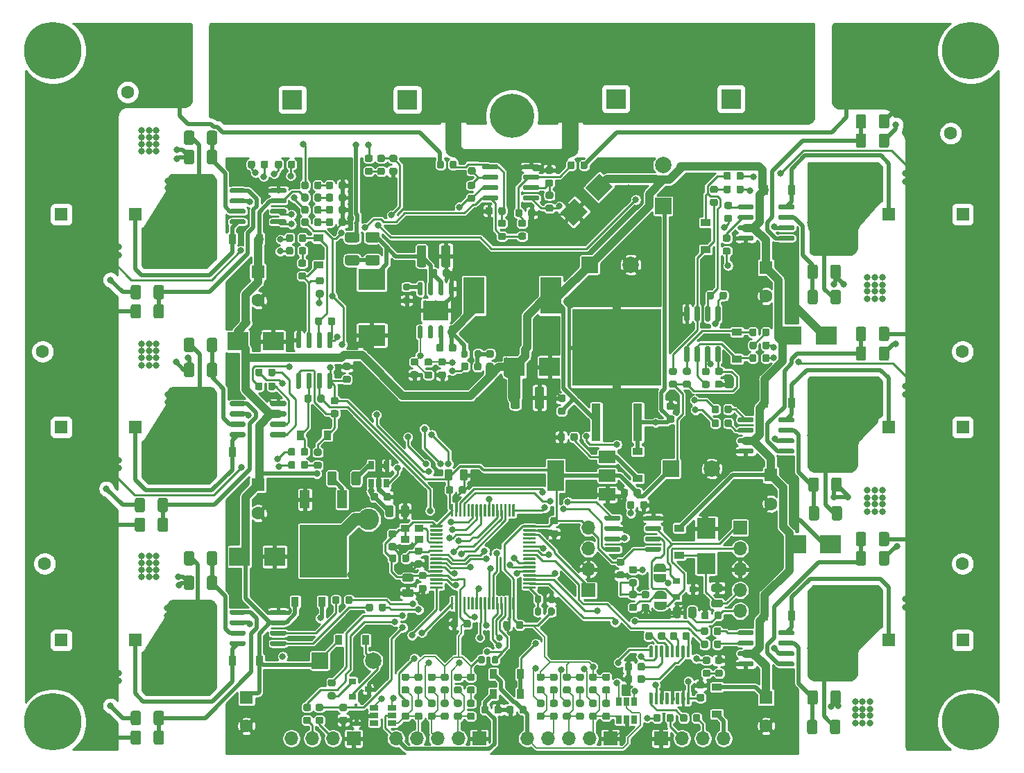
<source format=gbr>
%TF.GenerationSoftware,KiCad,Pcbnew,(5.1.9)-1*%
%TF.CreationDate,2021-03-14T17:38:14+01:00*%
%TF.ProjectId,Bobbycontroller,426f6262-7963-46f6-9e74-726f6c6c6572,rev?*%
%TF.SameCoordinates,Original*%
%TF.FileFunction,Copper,L1,Top*%
%TF.FilePolarity,Positive*%
%FSLAX46Y46*%
G04 Gerber Fmt 4.6, Leading zero omitted, Abs format (unit mm)*
G04 Created by KiCad (PCBNEW (5.1.9)-1) date 2021-03-14 17:38:14*
%MOMM*%
%LPD*%
G01*
G04 APERTURE LIST*
%TA.AperFunction,EtchedComponent*%
%ADD10C,0.100000*%
%TD*%
%TA.AperFunction,ComponentPad*%
%ADD11C,2.000000*%
%TD*%
%TA.AperFunction,ComponentPad*%
%ADD12R,2.000000X2.000000*%
%TD*%
%TA.AperFunction,ComponentPad*%
%ADD13C,1.600000*%
%TD*%
%TA.AperFunction,ComponentPad*%
%ADD14R,1.600000X1.600000*%
%TD*%
%TA.AperFunction,SMDPad,CuDef*%
%ADD15R,0.450000X0.600000*%
%TD*%
%TA.AperFunction,ComponentPad*%
%ADD16O,1.700000X1.700000*%
%TD*%
%TA.AperFunction,ComponentPad*%
%ADD17R,1.700000X1.700000*%
%TD*%
%TA.AperFunction,SMDPad,CuDef*%
%ADD18R,5.800000X6.400000*%
%TD*%
%TA.AperFunction,SMDPad,CuDef*%
%ADD19R,1.200000X2.200000*%
%TD*%
%TA.AperFunction,SMDPad,CuDef*%
%ADD20R,0.900000X0.800000*%
%TD*%
%TA.AperFunction,SMDPad,CuDef*%
%ADD21R,0.650000X1.060000*%
%TD*%
%TA.AperFunction,ComponentPad*%
%ADD22C,2.600000*%
%TD*%
%TA.AperFunction,SMDPad,CuDef*%
%ADD23R,2.600000X4.500000*%
%TD*%
%TA.AperFunction,SMDPad,CuDef*%
%ADD24R,1.000000X0.900000*%
%TD*%
%TA.AperFunction,SMDPad,CuDef*%
%ADD25C,0.100000*%
%TD*%
%TA.AperFunction,SMDPad,CuDef*%
%ADD26R,2.500000X2.300000*%
%TD*%
%TA.AperFunction,SMDPad,CuDef*%
%ADD27R,2.300000X2.500000*%
%TD*%
%TA.AperFunction,SMDPad,CuDef*%
%ADD28R,0.900000X1.200000*%
%TD*%
%TA.AperFunction,SMDPad,CuDef*%
%ADD29R,1.200000X0.900000*%
%TD*%
%TA.AperFunction,SMDPad,CuDef*%
%ADD30C,2.000000*%
%TD*%
%TA.AperFunction,SMDPad,CuDef*%
%ADD31R,1.060000X0.650000*%
%TD*%
%TA.AperFunction,ComponentPad*%
%ADD32C,5.400000*%
%TD*%
%TA.AperFunction,ComponentPad*%
%ADD33C,0.900000*%
%TD*%
%TA.AperFunction,ComponentPad*%
%ADD34C,7.000000*%
%TD*%
%TA.AperFunction,SMDPad,CuDef*%
%ADD35R,3.300000X2.500000*%
%TD*%
%TA.AperFunction,SMDPad,CuDef*%
%ADD36R,2.000000X1.500000*%
%TD*%
%TA.AperFunction,SMDPad,CuDef*%
%ADD37R,2.000000X3.800000*%
%TD*%
%TA.AperFunction,SMDPad,CuDef*%
%ADD38R,10.800000X9.400000*%
%TD*%
%TA.AperFunction,SMDPad,CuDef*%
%ADD39R,1.100000X4.600000*%
%TD*%
%TA.AperFunction,ComponentPad*%
%ADD40C,4.000000*%
%TD*%
%TA.AperFunction,ComponentPad*%
%ADD41C,2.400000*%
%TD*%
%TA.AperFunction,ComponentPad*%
%ADD42R,2.400000X2.400000*%
%TD*%
%TA.AperFunction,SMDPad,CuDef*%
%ADD43R,3.100000X2.410000*%
%TD*%
%TA.AperFunction,ComponentPad*%
%ADD44C,0.500000*%
%TD*%
%TA.AperFunction,ViaPad*%
%ADD45C,0.800000*%
%TD*%
%TA.AperFunction,Conductor*%
%ADD46C,0.250000*%
%TD*%
%TA.AperFunction,Conductor*%
%ADD47C,0.500000*%
%TD*%
%TA.AperFunction,Conductor*%
%ADD48C,0.200000*%
%TD*%
%TA.AperFunction,Conductor*%
%ADD49C,1.000000*%
%TD*%
%TA.AperFunction,Conductor*%
%ADD50C,1.500000*%
%TD*%
%TA.AperFunction,Conductor*%
%ADD51C,0.300000*%
%TD*%
%TA.AperFunction,Conductor*%
%ADD52C,0.254000*%
%TD*%
%TA.AperFunction,Conductor*%
%ADD53C,0.100000*%
%TD*%
G04 APERTURE END LIST*
D10*
%TO.C,NT2*%
G36*
X78135000Y-22003000D02*
G01*
X78135000Y-26003000D01*
X76135000Y-26003000D01*
X76135000Y-22003000D01*
X78135000Y-22003000D01*
G37*
%TO.C,NT1*%
G36*
X63865000Y-22003000D02*
G01*
X63865000Y-26003000D01*
X61865000Y-26003000D01*
X61865000Y-22003000D01*
X63865000Y-22003000D01*
G37*
%TD*%
D11*
%TO.P,C38,2*%
%TO.N,GND*%
X84500000Y-40150000D03*
D12*
%TO.P,C38,1*%
%TO.N,+VSW*%
X79500000Y-40150000D03*
%TD*%
D11*
%TO.P,C26,2*%
%TO.N,GND*%
X94400000Y-65050000D03*
D12*
%TO.P,C26,1*%
%TO.N,+3V3*%
X89400000Y-65050000D03*
%TD*%
D11*
%TO.P,C25,2*%
%TO.N,GND*%
X88450000Y-28000000D03*
D12*
%TO.P,C25,1*%
%TO.N,+5V*%
X88450000Y-33000000D03*
%TD*%
D13*
%TO.P,C18,2*%
%TO.N,GND*%
X37600000Y-96500000D03*
D14*
%TO.P,C18,1*%
%TO.N,+VSW*%
X37600000Y-93000000D03*
%TD*%
D13*
%TO.P,C16,2*%
%TO.N,GND*%
X101590000Y-69340000D03*
D14*
%TO.P,C16,1*%
%TO.N,+VSW*%
X101590000Y-65840000D03*
%TD*%
D13*
%TO.P,C14,2*%
%TO.N,GND*%
X39000000Y-44500000D03*
D14*
%TO.P,C14,1*%
%TO.N,+VSW*%
X39000000Y-41000000D03*
%TD*%
D13*
%TO.P,C12,2*%
%TO.N,GND*%
X39000000Y-70500000D03*
D14*
%TO.P,C12,1*%
%TO.N,+VSW*%
X39000000Y-67000000D03*
%TD*%
D13*
%TO.P,C9,2*%
%TO.N,GND*%
X101000000Y-96500000D03*
D14*
%TO.P,C9,1*%
%TO.N,+VSW*%
X101000000Y-93000000D03*
%TD*%
D13*
%TO.P,C8,2*%
%TO.N,GND*%
X101000000Y-44000000D03*
D14*
%TO.P,C8,1*%
%TO.N,+VSW*%
X101000000Y-40500000D03*
%TD*%
D13*
%TO.P,C36,2*%
%TO.N,R_MTR_SHUNT*%
X18500000Y-60000000D03*
D14*
%TO.P,C36,1*%
%TO.N,+BATT*%
X15000000Y-60000000D03*
%TD*%
D13*
%TO.P,C35,2*%
%TO.N,R_MTR_SHUNT*%
X18500000Y-86000000D03*
D14*
%TO.P,C35,1*%
%TO.N,+BATT*%
X15000000Y-86000000D03*
%TD*%
D13*
%TO.P,C34,2*%
%TO.N,R_MTR_SHUNT*%
X18500000Y-34000000D03*
D14*
%TO.P,C34,1*%
%TO.N,+BATT*%
X15000000Y-34000000D03*
%TD*%
D13*
%TO.P,C33,2*%
%TO.N,L_MTR_SHUNT*%
X121500000Y-34000000D03*
D14*
%TO.P,C33,1*%
%TO.N,+BATT*%
X125000000Y-34000000D03*
%TD*%
D13*
%TO.P,C31,2*%
%TO.N,L_MTR_SHUNT*%
X121500000Y-60000000D03*
D14*
%TO.P,C31,1*%
%TO.N,+BATT*%
X125000000Y-60000000D03*
%TD*%
D13*
%TO.P,C24,2*%
%TO.N,R_MTR_PHC*%
X27500000Y-34000000D03*
D14*
%TO.P,C24,1*%
%TO.N,Net-(C24-Pad1)*%
X24000000Y-34000000D03*
%TD*%
D13*
%TO.P,C17,2*%
%TO.N,R_MTR_PHB*%
X27500000Y-60000000D03*
D14*
%TO.P,C17,1*%
%TO.N,Net-(C17-Pad1)*%
X24000000Y-60000000D03*
%TD*%
D13*
%TO.P,C15,2*%
%TO.N,/R_MTR_PHA*%
X27500000Y-86000000D03*
D14*
%TO.P,C15,1*%
%TO.N,Net-(C15-Pad1)*%
X24000000Y-86000000D03*
%TD*%
D13*
%TO.P,C13,2*%
%TO.N,L_MTR_PHC*%
X112500000Y-34000000D03*
D14*
%TO.P,C13,1*%
%TO.N,Net-(C13-Pad1)*%
X116000000Y-34000000D03*
%TD*%
D13*
%TO.P,C11,2*%
%TO.N,L_MTR_PHB*%
X112500000Y-60000000D03*
D14*
%TO.P,C11,1*%
%TO.N,Net-(C11-Pad1)*%
X116000000Y-60000000D03*
%TD*%
D13*
%TO.P,C1,2*%
%TO.N,/L_MTR_PHA*%
X112500000Y-86000000D03*
D14*
%TO.P,C1,1*%
%TO.N,Net-(C1-Pad1)*%
X116000000Y-86000000D03*
%TD*%
D13*
%TO.P,C32,2*%
%TO.N,L_MTR_SHUNT*%
X121500000Y-86000000D03*
D14*
%TO.P,C32,1*%
%TO.N,+BATT*%
X125000000Y-86000000D03*
%TD*%
%TO.P,R82,2*%
%TO.N,/CONNECTORS/UART_R_RX*%
%TA.AperFunction,SMDPad,CuDef*%
G36*
G01*
X67525000Y-88675000D02*
X67525000Y-88125000D01*
G75*
G02*
X67725000Y-87925000I200000J0D01*
G01*
X68125000Y-87925000D01*
G75*
G02*
X68325000Y-88125000I0J-200000D01*
G01*
X68325000Y-88675000D01*
G75*
G02*
X68125000Y-88875000I-200000J0D01*
G01*
X67725000Y-88875000D01*
G75*
G02*
X67525000Y-88675000I0J200000D01*
G01*
G37*
%TD.AperFunction*%
%TO.P,R82,1*%
%TO.N,+3V3*%
%TA.AperFunction,SMDPad,CuDef*%
G36*
G01*
X65875000Y-88675000D02*
X65875000Y-88125000D01*
G75*
G02*
X66075000Y-87925000I200000J0D01*
G01*
X66475000Y-87925000D01*
G75*
G02*
X66675000Y-88125000I0J-200000D01*
G01*
X66675000Y-88675000D01*
G75*
G02*
X66475000Y-88875000I-200000J0D01*
G01*
X66075000Y-88875000D01*
G75*
G02*
X65875000Y-88675000I0J200000D01*
G01*
G37*
%TD.AperFunction*%
%TD*%
D15*
%TO.P,D12,2*%
%TO.N,GND*%
X51000000Y-96150000D03*
%TO.P,D12,1*%
%TO.N,/CONNECTORS/UART_R_RX*%
X51000000Y-94050000D03*
%TD*%
%TO.P,C84,2*%
%TO.N,GND*%
%TA.AperFunction,SMDPad,CuDef*%
G36*
G01*
X49150000Y-95325000D02*
X49650000Y-95325000D01*
G75*
G02*
X49875000Y-95550000I0J-225000D01*
G01*
X49875000Y-96000000D01*
G75*
G02*
X49650000Y-96225000I-225000J0D01*
G01*
X49150000Y-96225000D01*
G75*
G02*
X48925000Y-96000000I0J225000D01*
G01*
X48925000Y-95550000D01*
G75*
G02*
X49150000Y-95325000I225000J0D01*
G01*
G37*
%TD.AperFunction*%
%TO.P,C84,1*%
%TO.N,/CONNECTORS/UART_R_RX*%
%TA.AperFunction,SMDPad,CuDef*%
G36*
G01*
X49150000Y-93775000D02*
X49650000Y-93775000D01*
G75*
G02*
X49875000Y-94000000I0J-225000D01*
G01*
X49875000Y-94450000D01*
G75*
G02*
X49650000Y-94675000I-225000J0D01*
G01*
X49150000Y-94675000D01*
G75*
G02*
X48925000Y-94450000I0J225000D01*
G01*
X48925000Y-94000000D01*
G75*
G02*
X49150000Y-93775000I225000J0D01*
G01*
G37*
%TD.AperFunction*%
%TD*%
%TO.P,C74,2*%
%TO.N,GND*%
%TA.AperFunction,SMDPad,CuDef*%
G36*
G01*
X72782000Y-57500001D02*
X72782000Y-55299999D01*
G75*
G02*
X73031999Y-55050000I249999J0D01*
G01*
X73682001Y-55050000D01*
G75*
G02*
X73932000Y-55299999I0J-249999D01*
G01*
X73932000Y-57500001D01*
G75*
G02*
X73682001Y-57750000I-249999J0D01*
G01*
X73031999Y-57750000D01*
G75*
G02*
X72782000Y-57500001I0J249999D01*
G01*
G37*
%TD.AperFunction*%
%TO.P,C74,1*%
%TO.N,+VSW*%
%TA.AperFunction,SMDPad,CuDef*%
G36*
G01*
X69832000Y-57500001D02*
X69832000Y-55299999D01*
G75*
G02*
X70081999Y-55050000I249999J0D01*
G01*
X70732001Y-55050000D01*
G75*
G02*
X70982000Y-55299999I0J-249999D01*
G01*
X70982000Y-57500001D01*
G75*
G02*
X70732001Y-57750000I-249999J0D01*
G01*
X70081999Y-57750000D01*
G75*
G02*
X69832000Y-57500001I0J249999D01*
G01*
G37*
%TD.AperFunction*%
%TD*%
%TO.P,C71,2*%
%TO.N,GND*%
%TA.AperFunction,SMDPad,CuDef*%
G36*
G01*
X61352000Y-40216001D02*
X61352000Y-38015999D01*
G75*
G02*
X61601999Y-37766000I249999J0D01*
G01*
X62252001Y-37766000D01*
G75*
G02*
X62502000Y-38015999I0J-249999D01*
G01*
X62502000Y-40216001D01*
G75*
G02*
X62252001Y-40466000I-249999J0D01*
G01*
X61601999Y-40466000D01*
G75*
G02*
X61352000Y-40216001I0J249999D01*
G01*
G37*
%TD.AperFunction*%
%TO.P,C71,1*%
%TO.N,Net-(C61-Pad1)*%
%TA.AperFunction,SMDPad,CuDef*%
G36*
G01*
X58402000Y-40216001D02*
X58402000Y-38015999D01*
G75*
G02*
X58651999Y-37766000I249999J0D01*
G01*
X59302001Y-37766000D01*
G75*
G02*
X59552000Y-38015999I0J-249999D01*
G01*
X59552000Y-40216001D01*
G75*
G02*
X59302001Y-40466000I-249999J0D01*
G01*
X58651999Y-40466000D01*
G75*
G02*
X58402000Y-40216001I0J249999D01*
G01*
G37*
%TD.AperFunction*%
%TD*%
D16*
%TO.P,J9,4*%
%TO.N,Net-(D0AL3-Pad1)*%
X95820000Y-98000000D03*
%TO.P,J9,3*%
%TO.N,Net-(J9-Pad3)*%
X93280000Y-98000000D03*
%TO.P,J9,2*%
%TO.N,Net-(J9-Pad2)*%
X90740000Y-98000000D03*
D17*
%TO.P,J9,1*%
%TO.N,GND*%
X88200000Y-98000000D03*
%TD*%
%TO.P,U18,16*%
%TO.N,+3V3*%
%TA.AperFunction,SMDPad,CuDef*%
G36*
G01*
X91425000Y-92375000D02*
X91625000Y-92375000D01*
G75*
G02*
X91725000Y-92475000I0J-100000D01*
G01*
X91725000Y-93750000D01*
G75*
G02*
X91625000Y-93850000I-100000J0D01*
G01*
X91425000Y-93850000D01*
G75*
G02*
X91325000Y-93750000I0J100000D01*
G01*
X91325000Y-92475000D01*
G75*
G02*
X91425000Y-92375000I100000J0D01*
G01*
G37*
%TD.AperFunction*%
%TO.P,U18,15*%
%TO.N,GND*%
%TA.AperFunction,SMDPad,CuDef*%
G36*
G01*
X90775000Y-92375000D02*
X90975000Y-92375000D01*
G75*
G02*
X91075000Y-92475000I0J-100000D01*
G01*
X91075000Y-93750000D01*
G75*
G02*
X90975000Y-93850000I-100000J0D01*
G01*
X90775000Y-93850000D01*
G75*
G02*
X90675000Y-93750000I0J100000D01*
G01*
X90675000Y-92475000D01*
G75*
G02*
X90775000Y-92375000I100000J0D01*
G01*
G37*
%TD.AperFunction*%
%TO.P,U18,14*%
%TO.N,N/C*%
%TA.AperFunction,SMDPad,CuDef*%
G36*
G01*
X90125000Y-92375000D02*
X90325000Y-92375000D01*
G75*
G02*
X90425000Y-92475000I0J-100000D01*
G01*
X90425000Y-93750000D01*
G75*
G02*
X90325000Y-93850000I-100000J0D01*
G01*
X90125000Y-93850000D01*
G75*
G02*
X90025000Y-93750000I0J100000D01*
G01*
X90025000Y-92475000D01*
G75*
G02*
X90125000Y-92375000I100000J0D01*
G01*
G37*
%TD.AperFunction*%
%TO.P,U18,13*%
%TO.N,GND*%
%TA.AperFunction,SMDPad,CuDef*%
G36*
G01*
X89475000Y-92375000D02*
X89675000Y-92375000D01*
G75*
G02*
X89775000Y-92475000I0J-100000D01*
G01*
X89775000Y-93750000D01*
G75*
G02*
X89675000Y-93850000I-100000J0D01*
G01*
X89475000Y-93850000D01*
G75*
G02*
X89375000Y-93750000I0J100000D01*
G01*
X89375000Y-92475000D01*
G75*
G02*
X89475000Y-92375000I100000J0D01*
G01*
G37*
%TD.AperFunction*%
%TO.P,U18,12*%
%TO.N,N/C*%
%TA.AperFunction,SMDPad,CuDef*%
G36*
G01*
X88825000Y-92375000D02*
X89025000Y-92375000D01*
G75*
G02*
X89125000Y-92475000I0J-100000D01*
G01*
X89125000Y-93750000D01*
G75*
G02*
X89025000Y-93850000I-100000J0D01*
G01*
X88825000Y-93850000D01*
G75*
G02*
X88725000Y-93750000I0J100000D01*
G01*
X88725000Y-92475000D01*
G75*
G02*
X88825000Y-92375000I100000J0D01*
G01*
G37*
%TD.AperFunction*%
%TO.P,U18,11*%
%TO.N,GND*%
%TA.AperFunction,SMDPad,CuDef*%
G36*
G01*
X88175000Y-92375000D02*
X88375000Y-92375000D01*
G75*
G02*
X88475000Y-92475000I0J-100000D01*
G01*
X88475000Y-93750000D01*
G75*
G02*
X88375000Y-93850000I-100000J0D01*
G01*
X88175000Y-93850000D01*
G75*
G02*
X88075000Y-93750000I0J100000D01*
G01*
X88075000Y-92475000D01*
G75*
G02*
X88175000Y-92375000I100000J0D01*
G01*
G37*
%TD.AperFunction*%
%TO.P,U18,10*%
%TO.N,/CONNECTORS/RS232_L_RX*%
%TA.AperFunction,SMDPad,CuDef*%
G36*
G01*
X87525000Y-92375000D02*
X87725000Y-92375000D01*
G75*
G02*
X87825000Y-92475000I0J-100000D01*
G01*
X87825000Y-93750000D01*
G75*
G02*
X87725000Y-93850000I-100000J0D01*
G01*
X87525000Y-93850000D01*
G75*
G02*
X87425000Y-93750000I0J100000D01*
G01*
X87425000Y-92475000D01*
G75*
G02*
X87525000Y-92375000I100000J0D01*
G01*
G37*
%TD.AperFunction*%
%TO.P,U18,9*%
%TO.N,/CONNECTORS/RS232_L_TX*%
%TA.AperFunction,SMDPad,CuDef*%
G36*
G01*
X86875000Y-92375000D02*
X87075000Y-92375000D01*
G75*
G02*
X87175000Y-92475000I0J-100000D01*
G01*
X87175000Y-93750000D01*
G75*
G02*
X87075000Y-93850000I-100000J0D01*
G01*
X86875000Y-93850000D01*
G75*
G02*
X86775000Y-93750000I0J100000D01*
G01*
X86775000Y-92475000D01*
G75*
G02*
X86875000Y-92375000I100000J0D01*
G01*
G37*
%TD.AperFunction*%
%TO.P,U18,8*%
%TO.N,/CONNECTORS/UART_L_TX*%
%TA.AperFunction,SMDPad,CuDef*%
G36*
G01*
X86875000Y-86650000D02*
X87075000Y-86650000D01*
G75*
G02*
X87175000Y-86750000I0J-100000D01*
G01*
X87175000Y-88025000D01*
G75*
G02*
X87075000Y-88125000I-100000J0D01*
G01*
X86875000Y-88125000D01*
G75*
G02*
X86775000Y-88025000I0J100000D01*
G01*
X86775000Y-86750000D01*
G75*
G02*
X86875000Y-86650000I100000J0D01*
G01*
G37*
%TD.AperFunction*%
%TO.P,U18,7*%
%TO.N,/CONNECTORS/UART_L_RX*%
%TA.AperFunction,SMDPad,CuDef*%
G36*
G01*
X87525000Y-86650000D02*
X87725000Y-86650000D01*
G75*
G02*
X87825000Y-86750000I0J-100000D01*
G01*
X87825000Y-88025000D01*
G75*
G02*
X87725000Y-88125000I-100000J0D01*
G01*
X87525000Y-88125000D01*
G75*
G02*
X87425000Y-88025000I0J100000D01*
G01*
X87425000Y-86750000D01*
G75*
G02*
X87525000Y-86650000I100000J0D01*
G01*
G37*
%TD.AperFunction*%
%TO.P,U18,6*%
%TO.N,Net-(C81-Pad1)*%
%TA.AperFunction,SMDPad,CuDef*%
G36*
G01*
X88175000Y-86650000D02*
X88375000Y-86650000D01*
G75*
G02*
X88475000Y-86750000I0J-100000D01*
G01*
X88475000Y-88025000D01*
G75*
G02*
X88375000Y-88125000I-100000J0D01*
G01*
X88175000Y-88125000D01*
G75*
G02*
X88075000Y-88025000I0J100000D01*
G01*
X88075000Y-86750000D01*
G75*
G02*
X88175000Y-86650000I100000J0D01*
G01*
G37*
%TD.AperFunction*%
%TO.P,U18,5*%
%TO.N,Net-(C79-Pad2)*%
%TA.AperFunction,SMDPad,CuDef*%
G36*
G01*
X88825000Y-86650000D02*
X89025000Y-86650000D01*
G75*
G02*
X89125000Y-86750000I0J-100000D01*
G01*
X89125000Y-88025000D01*
G75*
G02*
X89025000Y-88125000I-100000J0D01*
G01*
X88825000Y-88125000D01*
G75*
G02*
X88725000Y-88025000I0J100000D01*
G01*
X88725000Y-86750000D01*
G75*
G02*
X88825000Y-86650000I100000J0D01*
G01*
G37*
%TD.AperFunction*%
%TO.P,U18,4*%
%TO.N,Net-(C79-Pad1)*%
%TA.AperFunction,SMDPad,CuDef*%
G36*
G01*
X89475000Y-86650000D02*
X89675000Y-86650000D01*
G75*
G02*
X89775000Y-86750000I0J-100000D01*
G01*
X89775000Y-88025000D01*
G75*
G02*
X89675000Y-88125000I-100000J0D01*
G01*
X89475000Y-88125000D01*
G75*
G02*
X89375000Y-88025000I0J100000D01*
G01*
X89375000Y-86750000D01*
G75*
G02*
X89475000Y-86650000I100000J0D01*
G01*
G37*
%TD.AperFunction*%
%TO.P,U18,3*%
%TO.N,Net-(C77-Pad2)*%
%TA.AperFunction,SMDPad,CuDef*%
G36*
G01*
X90125000Y-86650000D02*
X90325000Y-86650000D01*
G75*
G02*
X90425000Y-86750000I0J-100000D01*
G01*
X90425000Y-88025000D01*
G75*
G02*
X90325000Y-88125000I-100000J0D01*
G01*
X90125000Y-88125000D01*
G75*
G02*
X90025000Y-88025000I0J100000D01*
G01*
X90025000Y-86750000D01*
G75*
G02*
X90125000Y-86650000I100000J0D01*
G01*
G37*
%TD.AperFunction*%
%TO.P,U18,2*%
%TO.N,Net-(C80-Pad1)*%
%TA.AperFunction,SMDPad,CuDef*%
G36*
G01*
X90775000Y-86650000D02*
X90975000Y-86650000D01*
G75*
G02*
X91075000Y-86750000I0J-100000D01*
G01*
X91075000Y-88025000D01*
G75*
G02*
X90975000Y-88125000I-100000J0D01*
G01*
X90775000Y-88125000D01*
G75*
G02*
X90675000Y-88025000I0J100000D01*
G01*
X90675000Y-86750000D01*
G75*
G02*
X90775000Y-86650000I100000J0D01*
G01*
G37*
%TD.AperFunction*%
%TO.P,U18,1*%
%TO.N,Net-(C77-Pad1)*%
%TA.AperFunction,SMDPad,CuDef*%
G36*
G01*
X91425000Y-86650000D02*
X91625000Y-86650000D01*
G75*
G02*
X91725000Y-86750000I0J-100000D01*
G01*
X91725000Y-88025000D01*
G75*
G02*
X91625000Y-88125000I-100000J0D01*
G01*
X91425000Y-88125000D01*
G75*
G02*
X91325000Y-88025000I0J100000D01*
G01*
X91325000Y-86750000D01*
G75*
G02*
X91425000Y-86650000I100000J0D01*
G01*
G37*
%TD.AperFunction*%
%TD*%
%TO.P,C81,2*%
%TO.N,GND*%
%TA.AperFunction,SMDPad,CuDef*%
G36*
G01*
X84675000Y-89000000D02*
X84675000Y-89500000D01*
G75*
G02*
X84450000Y-89725000I-225000J0D01*
G01*
X84000000Y-89725000D01*
G75*
G02*
X83775000Y-89500000I0J225000D01*
G01*
X83775000Y-89000000D01*
G75*
G02*
X84000000Y-88775000I225000J0D01*
G01*
X84450000Y-88775000D01*
G75*
G02*
X84675000Y-89000000I0J-225000D01*
G01*
G37*
%TD.AperFunction*%
%TO.P,C81,1*%
%TO.N,Net-(C81-Pad1)*%
%TA.AperFunction,SMDPad,CuDef*%
G36*
G01*
X86225000Y-89000000D02*
X86225000Y-89500000D01*
G75*
G02*
X86000000Y-89725000I-225000J0D01*
G01*
X85550000Y-89725000D01*
G75*
G02*
X85325000Y-89500000I0J225000D01*
G01*
X85325000Y-89000000D01*
G75*
G02*
X85550000Y-88775000I225000J0D01*
G01*
X86000000Y-88775000D01*
G75*
G02*
X86225000Y-89000000I0J-225000D01*
G01*
G37*
%TD.AperFunction*%
%TD*%
%TO.P,C80,2*%
%TO.N,GND*%
%TA.AperFunction,SMDPad,CuDef*%
G36*
G01*
X84675000Y-90500000D02*
X84675000Y-91000000D01*
G75*
G02*
X84450000Y-91225000I-225000J0D01*
G01*
X84000000Y-91225000D01*
G75*
G02*
X83775000Y-91000000I0J225000D01*
G01*
X83775000Y-90500000D01*
G75*
G02*
X84000000Y-90275000I225000J0D01*
G01*
X84450000Y-90275000D01*
G75*
G02*
X84675000Y-90500000I0J-225000D01*
G01*
G37*
%TD.AperFunction*%
%TO.P,C80,1*%
%TO.N,Net-(C80-Pad1)*%
%TA.AperFunction,SMDPad,CuDef*%
G36*
G01*
X86225000Y-90500000D02*
X86225000Y-91000000D01*
G75*
G02*
X86000000Y-91225000I-225000J0D01*
G01*
X85550000Y-91225000D01*
G75*
G02*
X85325000Y-91000000I0J225000D01*
G01*
X85325000Y-90500000D01*
G75*
G02*
X85550000Y-90275000I225000J0D01*
G01*
X86000000Y-90275000D01*
G75*
G02*
X86225000Y-90500000I0J-225000D01*
G01*
G37*
%TD.AperFunction*%
%TD*%
%TO.P,C79,2*%
%TO.N,Net-(C79-Pad2)*%
%TA.AperFunction,SMDPad,CuDef*%
G36*
G01*
X87175000Y-85250000D02*
X87175000Y-85750000D01*
G75*
G02*
X86950000Y-85975000I-225000J0D01*
G01*
X86500000Y-85975000D01*
G75*
G02*
X86275000Y-85750000I0J225000D01*
G01*
X86275000Y-85250000D01*
G75*
G02*
X86500000Y-85025000I225000J0D01*
G01*
X86950000Y-85025000D01*
G75*
G02*
X87175000Y-85250000I0J-225000D01*
G01*
G37*
%TD.AperFunction*%
%TO.P,C79,1*%
%TO.N,Net-(C79-Pad1)*%
%TA.AperFunction,SMDPad,CuDef*%
G36*
G01*
X88725000Y-85250000D02*
X88725000Y-85750000D01*
G75*
G02*
X88500000Y-85975000I-225000J0D01*
G01*
X88050000Y-85975000D01*
G75*
G02*
X87825000Y-85750000I0J225000D01*
G01*
X87825000Y-85250000D01*
G75*
G02*
X88050000Y-85025000I225000J0D01*
G01*
X88500000Y-85025000D01*
G75*
G02*
X88725000Y-85250000I0J-225000D01*
G01*
G37*
%TD.AperFunction*%
%TD*%
%TO.P,C78,2*%
%TO.N,+3V3*%
%TA.AperFunction,SMDPad,CuDef*%
G36*
G01*
X92750000Y-92575000D02*
X93250000Y-92575000D01*
G75*
G02*
X93475000Y-92800000I0J-225000D01*
G01*
X93475000Y-93250000D01*
G75*
G02*
X93250000Y-93475000I-225000J0D01*
G01*
X92750000Y-93475000D01*
G75*
G02*
X92525000Y-93250000I0J225000D01*
G01*
X92525000Y-92800000D01*
G75*
G02*
X92750000Y-92575000I225000J0D01*
G01*
G37*
%TD.AperFunction*%
%TO.P,C78,1*%
%TO.N,GND*%
%TA.AperFunction,SMDPad,CuDef*%
G36*
G01*
X92750000Y-91025000D02*
X93250000Y-91025000D01*
G75*
G02*
X93475000Y-91250000I0J-225000D01*
G01*
X93475000Y-91700000D01*
G75*
G02*
X93250000Y-91925000I-225000J0D01*
G01*
X92750000Y-91925000D01*
G75*
G02*
X92525000Y-91700000I0J225000D01*
G01*
X92525000Y-91250000D01*
G75*
G02*
X92750000Y-91025000I225000J0D01*
G01*
G37*
%TD.AperFunction*%
%TD*%
%TO.P,C77,2*%
%TO.N,Net-(C77-Pad2)*%
%TA.AperFunction,SMDPad,CuDef*%
G36*
G01*
X90175000Y-85250000D02*
X90175000Y-85750000D01*
G75*
G02*
X89950000Y-85975000I-225000J0D01*
G01*
X89500000Y-85975000D01*
G75*
G02*
X89275000Y-85750000I0J225000D01*
G01*
X89275000Y-85250000D01*
G75*
G02*
X89500000Y-85025000I225000J0D01*
G01*
X89950000Y-85025000D01*
G75*
G02*
X90175000Y-85250000I0J-225000D01*
G01*
G37*
%TD.AperFunction*%
%TO.P,C77,1*%
%TO.N,Net-(C77-Pad1)*%
%TA.AperFunction,SMDPad,CuDef*%
G36*
G01*
X91725000Y-85250000D02*
X91725000Y-85750000D01*
G75*
G02*
X91500000Y-85975000I-225000J0D01*
G01*
X91050000Y-85975000D01*
G75*
G02*
X90825000Y-85750000I0J225000D01*
G01*
X90825000Y-85250000D01*
G75*
G02*
X91050000Y-85025000I225000J0D01*
G01*
X91500000Y-85025000D01*
G75*
G02*
X91725000Y-85250000I0J-225000D01*
G01*
G37*
%TD.AperFunction*%
%TD*%
D13*
%TO.P,RV3,2*%
%TO.N,L_MTR_SHUNT*%
X121301028Y-16531209D03*
%TO.P,RV3,1*%
%TO.N,+BATT*%
X123554972Y-24108791D03*
%TD*%
%TO.P,RV4,2*%
%TO.N,R_MTR_SHUNT*%
X16022466Y-22595767D03*
%TO.P,RV4,1*%
%TO.N,+BATT*%
X23093534Y-19060233D03*
%TD*%
D18*
%TO.P,V12,2*%
%TO.N,Net-(J17-Pad1)*%
X47000000Y-75100000D03*
D19*
%TO.P,V12,3*%
%TO.N,GND*%
X44720000Y-68800000D03*
%TO.P,V12,1*%
%TO.N,Net-(R79-Pad1)*%
X49280000Y-68800000D03*
%TD*%
%TO.P,C44,2*%
%TO.N,GND*%
%TA.AperFunction,SMDPad,CuDef*%
G36*
G01*
X85637500Y-69756250D02*
X85637500Y-69243750D01*
G75*
G02*
X85856250Y-69025000I218750J0D01*
G01*
X86293750Y-69025000D01*
G75*
G02*
X86512500Y-69243750I0J-218750D01*
G01*
X86512500Y-69756250D01*
G75*
G02*
X86293750Y-69975000I-218750J0D01*
G01*
X85856250Y-69975000D01*
G75*
G02*
X85637500Y-69756250I0J218750D01*
G01*
G37*
%TD.AperFunction*%
%TO.P,C44,1*%
%TO.N,+5V*%
%TA.AperFunction,SMDPad,CuDef*%
G36*
G01*
X84062500Y-69756250D02*
X84062500Y-69243750D01*
G75*
G02*
X84281250Y-69025000I218750J0D01*
G01*
X84718750Y-69025000D01*
G75*
G02*
X84937500Y-69243750I0J-218750D01*
G01*
X84937500Y-69756250D01*
G75*
G02*
X84718750Y-69975000I-218750J0D01*
G01*
X84281250Y-69975000D01*
G75*
G02*
X84062500Y-69756250I0J218750D01*
G01*
G37*
%TD.AperFunction*%
%TD*%
%TO.P,U7,8*%
%TO.N,GND*%
%TA.AperFunction,SMDPad,CuDef*%
G36*
G01*
X86250000Y-71245000D02*
X86250000Y-70945000D01*
G75*
G02*
X86400000Y-70795000I150000J0D01*
G01*
X88050000Y-70795000D01*
G75*
G02*
X88200000Y-70945000I0J-150000D01*
G01*
X88200000Y-71245000D01*
G75*
G02*
X88050000Y-71395000I-150000J0D01*
G01*
X86400000Y-71395000D01*
G75*
G02*
X86250000Y-71245000I0J150000D01*
G01*
G37*
%TD.AperFunction*%
%TO.P,U7,7*%
%TO.N,/CAN/CANH*%
%TA.AperFunction,SMDPad,CuDef*%
G36*
G01*
X86250000Y-72515000D02*
X86250000Y-72215000D01*
G75*
G02*
X86400000Y-72065000I150000J0D01*
G01*
X88050000Y-72065000D01*
G75*
G02*
X88200000Y-72215000I0J-150000D01*
G01*
X88200000Y-72515000D01*
G75*
G02*
X88050000Y-72665000I-150000J0D01*
G01*
X86400000Y-72665000D01*
G75*
G02*
X86250000Y-72515000I0J150000D01*
G01*
G37*
%TD.AperFunction*%
%TO.P,U7,6*%
%TO.N,/CAN/CANL*%
%TA.AperFunction,SMDPad,CuDef*%
G36*
G01*
X86250000Y-73785000D02*
X86250000Y-73485000D01*
G75*
G02*
X86400000Y-73335000I150000J0D01*
G01*
X88050000Y-73335000D01*
G75*
G02*
X88200000Y-73485000I0J-150000D01*
G01*
X88200000Y-73785000D01*
G75*
G02*
X88050000Y-73935000I-150000J0D01*
G01*
X86400000Y-73935000D01*
G75*
G02*
X86250000Y-73785000I0J150000D01*
G01*
G37*
%TD.AperFunction*%
%TO.P,U7,5*%
%TO.N,+3V3*%
%TA.AperFunction,SMDPad,CuDef*%
G36*
G01*
X86250000Y-75055000D02*
X86250000Y-74755000D01*
G75*
G02*
X86400000Y-74605000I150000J0D01*
G01*
X88050000Y-74605000D01*
G75*
G02*
X88200000Y-74755000I0J-150000D01*
G01*
X88200000Y-75055000D01*
G75*
G02*
X88050000Y-75205000I-150000J0D01*
G01*
X86400000Y-75205000D01*
G75*
G02*
X86250000Y-75055000I0J150000D01*
G01*
G37*
%TD.AperFunction*%
%TO.P,U7,4*%
%TO.N,/CAN/CAN_RX*%
%TA.AperFunction,SMDPad,CuDef*%
G36*
G01*
X81300000Y-75055000D02*
X81300000Y-74755000D01*
G75*
G02*
X81450000Y-74605000I150000J0D01*
G01*
X83100000Y-74605000D01*
G75*
G02*
X83250000Y-74755000I0J-150000D01*
G01*
X83250000Y-75055000D01*
G75*
G02*
X83100000Y-75205000I-150000J0D01*
G01*
X81450000Y-75205000D01*
G75*
G02*
X81300000Y-75055000I0J150000D01*
G01*
G37*
%TD.AperFunction*%
%TO.P,U7,3*%
%TO.N,+5V*%
%TA.AperFunction,SMDPad,CuDef*%
G36*
G01*
X81300000Y-73785000D02*
X81300000Y-73485000D01*
G75*
G02*
X81450000Y-73335000I150000J0D01*
G01*
X83100000Y-73335000D01*
G75*
G02*
X83250000Y-73485000I0J-150000D01*
G01*
X83250000Y-73785000D01*
G75*
G02*
X83100000Y-73935000I-150000J0D01*
G01*
X81450000Y-73935000D01*
G75*
G02*
X81300000Y-73785000I0J150000D01*
G01*
G37*
%TD.AperFunction*%
%TO.P,U7,2*%
%TO.N,GND*%
%TA.AperFunction,SMDPad,CuDef*%
G36*
G01*
X81300000Y-72515000D02*
X81300000Y-72215000D01*
G75*
G02*
X81450000Y-72065000I150000J0D01*
G01*
X83100000Y-72065000D01*
G75*
G02*
X83250000Y-72215000I0J-150000D01*
G01*
X83250000Y-72515000D01*
G75*
G02*
X83100000Y-72665000I-150000J0D01*
G01*
X81450000Y-72665000D01*
G75*
G02*
X81300000Y-72515000I0J150000D01*
G01*
G37*
%TD.AperFunction*%
%TO.P,U7,1*%
%TO.N,/CAN/CAN_TX*%
%TA.AperFunction,SMDPad,CuDef*%
G36*
G01*
X81300000Y-71245000D02*
X81300000Y-70945000D01*
G75*
G02*
X81450000Y-70795000I150000J0D01*
G01*
X83100000Y-70795000D01*
G75*
G02*
X83250000Y-70945000I0J-150000D01*
G01*
X83250000Y-71245000D01*
G75*
G02*
X83100000Y-71395000I-150000J0D01*
G01*
X81450000Y-71395000D01*
G75*
G02*
X81300000Y-71245000I0J150000D01*
G01*
G37*
%TD.AperFunction*%
%TD*%
D20*
%TO.P,D17,3*%
%TO.N,GND*%
X92080000Y-79760000D03*
%TO.P,D17,2*%
%TO.N,/CAN/CANL*%
X90080000Y-80710000D03*
%TO.P,D17,1*%
%TO.N,/CAN/CANH*%
X90080000Y-78810000D03*
%TD*%
D21*
%TO.P,U17,5*%
%TO.N,Net-(R79-Pad2)*%
X52800000Y-64650000D03*
%TO.P,U17,4*%
%TO.N,GND*%
X54700000Y-64650000D03*
%TO.P,U17,3*%
%TO.N,Net-(U17-Pad3)*%
X54700000Y-66850000D03*
%TO.P,U17,2*%
%TO.N,GND*%
X53750000Y-66850000D03*
%TO.P,U17,1*%
%TO.N,+VSW*%
X52800000Y-66850000D03*
%TD*%
%TO.P,R79,2*%
%TO.N,Net-(R79-Pad2)*%
%TA.AperFunction,SMDPad,CuDef*%
G36*
G01*
X50400000Y-66875003D02*
X50400000Y-65624997D01*
G75*
G02*
X50649997Y-65375000I249997J0D01*
G01*
X51275003Y-65375000D01*
G75*
G02*
X51525000Y-65624997I0J-249997D01*
G01*
X51525000Y-66875003D01*
G75*
G02*
X51275003Y-67125000I-249997J0D01*
G01*
X50649997Y-67125000D01*
G75*
G02*
X50400000Y-66875003I0J249997D01*
G01*
G37*
%TD.AperFunction*%
%TO.P,R79,1*%
%TO.N,Net-(R79-Pad1)*%
%TA.AperFunction,SMDPad,CuDef*%
G36*
G01*
X47475000Y-66875003D02*
X47475000Y-65624997D01*
G75*
G02*
X47724997Y-65375000I249997J0D01*
G01*
X48350003Y-65375000D01*
G75*
G02*
X48600000Y-65624997I0J-249997D01*
G01*
X48600000Y-66875003D01*
G75*
G02*
X48350003Y-67125000I-249997J0D01*
G01*
X47724997Y-67125000D01*
G75*
G02*
X47475000Y-66875003I0J249997D01*
G01*
G37*
%TD.AperFunction*%
%TD*%
%TO.P,R47,2*%
%TO.N,GND*%
%TA.AperFunction,SMDPad,CuDef*%
G36*
G01*
X74425000Y-81275000D02*
X74425000Y-80725000D01*
G75*
G02*
X74625000Y-80525000I200000J0D01*
G01*
X75025000Y-80525000D01*
G75*
G02*
X75225000Y-80725000I0J-200000D01*
G01*
X75225000Y-81275000D01*
G75*
G02*
X75025000Y-81475000I-200000J0D01*
G01*
X74625000Y-81475000D01*
G75*
G02*
X74425000Y-81275000I0J200000D01*
G01*
G37*
%TD.AperFunction*%
%TO.P,R47,1*%
%TO.N,Net-(R46-Pad1)*%
%TA.AperFunction,SMDPad,CuDef*%
G36*
G01*
X72775000Y-81275000D02*
X72775000Y-80725000D01*
G75*
G02*
X72975000Y-80525000I200000J0D01*
G01*
X73375000Y-80525000D01*
G75*
G02*
X73575000Y-80725000I0J-200000D01*
G01*
X73575000Y-81275000D01*
G75*
G02*
X73375000Y-81475000I-200000J0D01*
G01*
X72975000Y-81475000D01*
G75*
G02*
X72775000Y-81275000I0J200000D01*
G01*
G37*
%TD.AperFunction*%
%TD*%
%TO.P,R46,2*%
%TO.N,+3V3*%
%TA.AperFunction,SMDPad,CuDef*%
G36*
G01*
X74425000Y-82775000D02*
X74425000Y-82225000D01*
G75*
G02*
X74625000Y-82025000I200000J0D01*
G01*
X75025000Y-82025000D01*
G75*
G02*
X75225000Y-82225000I0J-200000D01*
G01*
X75225000Y-82775000D01*
G75*
G02*
X75025000Y-82975000I-200000J0D01*
G01*
X74625000Y-82975000D01*
G75*
G02*
X74425000Y-82775000I0J200000D01*
G01*
G37*
%TD.AperFunction*%
%TO.P,R46,1*%
%TO.N,Net-(R46-Pad1)*%
%TA.AperFunction,SMDPad,CuDef*%
G36*
G01*
X72775000Y-82775000D02*
X72775000Y-82225000D01*
G75*
G02*
X72975000Y-82025000I200000J0D01*
G01*
X73375000Y-82025000D01*
G75*
G02*
X73575000Y-82225000I0J-200000D01*
G01*
X73575000Y-82775000D01*
G75*
G02*
X73375000Y-82975000I-200000J0D01*
G01*
X72975000Y-82975000D01*
G75*
G02*
X72775000Y-82775000I0J200000D01*
G01*
G37*
%TD.AperFunction*%
%TD*%
D22*
%TO.P,J17,1*%
%TO.N,Net-(J17-Pad1)*%
X52500000Y-71250000D03*
%TD*%
%TO.P,C76,2*%
%TO.N,GND*%
%TA.AperFunction,SMDPad,CuDef*%
G36*
G01*
X56450000Y-70725000D02*
X56450000Y-69775000D01*
G75*
G02*
X56700000Y-69525000I250000J0D01*
G01*
X57200000Y-69525000D01*
G75*
G02*
X57450000Y-69775000I0J-250000D01*
G01*
X57450000Y-70725000D01*
G75*
G02*
X57200000Y-70975000I-250000J0D01*
G01*
X56700000Y-70975000D01*
G75*
G02*
X56450000Y-70725000I0J250000D01*
G01*
G37*
%TD.AperFunction*%
%TO.P,C76,1*%
%TO.N,+VSW*%
%TA.AperFunction,SMDPad,CuDef*%
G36*
G01*
X54550000Y-70725000D02*
X54550000Y-69775000D01*
G75*
G02*
X54800000Y-69525000I250000J0D01*
G01*
X55300000Y-69525000D01*
G75*
G02*
X55550000Y-69775000I0J-250000D01*
G01*
X55550000Y-70725000D01*
G75*
G02*
X55300000Y-70975000I-250000J0D01*
G01*
X54800000Y-70975000D01*
G75*
G02*
X54550000Y-70725000I0J250000D01*
G01*
G37*
%TD.AperFunction*%
%TD*%
%TO.P,C75,2*%
%TO.N,GND*%
%TA.AperFunction,SMDPad,CuDef*%
G36*
G01*
X54325000Y-68750000D02*
X54325000Y-68250000D01*
G75*
G02*
X54550000Y-68025000I225000J0D01*
G01*
X55000000Y-68025000D01*
G75*
G02*
X55225000Y-68250000I0J-225000D01*
G01*
X55225000Y-68750000D01*
G75*
G02*
X55000000Y-68975000I-225000J0D01*
G01*
X54550000Y-68975000D01*
G75*
G02*
X54325000Y-68750000I0J225000D01*
G01*
G37*
%TD.AperFunction*%
%TO.P,C75,1*%
%TO.N,+VSW*%
%TA.AperFunction,SMDPad,CuDef*%
G36*
G01*
X52775000Y-68750000D02*
X52775000Y-68250000D01*
G75*
G02*
X53000000Y-68025000I225000J0D01*
G01*
X53450000Y-68025000D01*
G75*
G02*
X53675000Y-68250000I0J-225000D01*
G01*
X53675000Y-68750000D01*
G75*
G02*
X53450000Y-68975000I-225000J0D01*
G01*
X53000000Y-68975000D01*
G75*
G02*
X52775000Y-68750000I0J225000D01*
G01*
G37*
%TD.AperFunction*%
%TD*%
D13*
%TO.P,RV1,2*%
%TO.N,L_MTR_SHUNT*%
X127488000Y-43240000D03*
%TO.P,RV1,1*%
%TO.N,+BATT*%
X124988000Y-50740000D03*
%TD*%
%TO.P,RV2,2*%
%TO.N,L_MTR_SHUNT*%
X127488000Y-69148000D03*
%TO.P,RV2,1*%
%TO.N,+BATT*%
X124988000Y-76648000D03*
%TD*%
%TO.P,RV5,2*%
%TO.N,R_MTR_SHUNT*%
X15474000Y-69148000D03*
%TO.P,RV5,1*%
%TO.N,+BATT*%
X12974000Y-76648000D03*
%TD*%
%TO.P,RV6,2*%
%TO.N,R_MTR_SHUNT*%
X15220000Y-43240000D03*
%TO.P,RV6,1*%
%TO.N,+BATT*%
X12720000Y-50740000D03*
%TD*%
D23*
%TO.P,L1,2*%
%TO.N,+VSW*%
X74770000Y-43930000D03*
%TO.P,L1,1*%
%TO.N,Net-(C72-Pad1)*%
X65370000Y-43930000D03*
%TD*%
D24*
%TO.P,X1,1*%
%TO.N,+3V3*%
X56950000Y-73650000D03*
%TO.P,X1,2*%
%TO.N,GND*%
X58650000Y-73650000D03*
%TO.P,X1,3*%
%TO.N,Net-(U3-Pad5)*%
X58650000Y-72350000D03*
%TO.P,X1,4*%
%TO.N,+3V3*%
X56950000Y-72350000D03*
%TD*%
%TO.P,C70,2*%
%TO.N,GND*%
%TA.AperFunction,SMDPad,CuDef*%
G36*
G01*
X55150000Y-74125000D02*
X55650000Y-74125000D01*
G75*
G02*
X55875000Y-74350000I0J-225000D01*
G01*
X55875000Y-74800000D01*
G75*
G02*
X55650000Y-75025000I-225000J0D01*
G01*
X55150000Y-75025000D01*
G75*
G02*
X54925000Y-74800000I0J225000D01*
G01*
X54925000Y-74350000D01*
G75*
G02*
X55150000Y-74125000I225000J0D01*
G01*
G37*
%TD.AperFunction*%
%TO.P,C70,1*%
%TO.N,+3V3*%
%TA.AperFunction,SMDPad,CuDef*%
G36*
G01*
X55150000Y-72575000D02*
X55650000Y-72575000D01*
G75*
G02*
X55875000Y-72800000I0J-225000D01*
G01*
X55875000Y-73250000D01*
G75*
G02*
X55650000Y-73475000I-225000J0D01*
G01*
X55150000Y-73475000D01*
G75*
G02*
X54925000Y-73250000I0J225000D01*
G01*
X54925000Y-72800000D01*
G75*
G02*
X55150000Y-72575000I225000J0D01*
G01*
G37*
%TD.AperFunction*%
%TD*%
%TO.P,R81,2*%
%TO.N,Net-(F1-Pad1)*%
%TA.AperFunction,SMDPad,CuDef*%
G36*
G01*
X52375000Y-38975000D02*
X53625000Y-38975000D01*
G75*
G02*
X53875000Y-39225000I0J-250000D01*
G01*
X53875000Y-39975000D01*
G75*
G02*
X53625000Y-40225000I-250000J0D01*
G01*
X52375000Y-40225000D01*
G75*
G02*
X52125000Y-39975000I0J250000D01*
G01*
X52125000Y-39225000D01*
G75*
G02*
X52375000Y-38975000I250000J0D01*
G01*
G37*
%TD.AperFunction*%
%TO.P,R81,1*%
%TO.N,Net-(C61-Pad1)*%
%TA.AperFunction,SMDPad,CuDef*%
G36*
G01*
X52375000Y-36175000D02*
X53625000Y-36175000D01*
G75*
G02*
X53875000Y-36425000I0J-250000D01*
G01*
X53875000Y-37175000D01*
G75*
G02*
X53625000Y-37425000I-250000J0D01*
G01*
X52375000Y-37425000D01*
G75*
G02*
X52125000Y-37175000I0J250000D01*
G01*
X52125000Y-36425000D01*
G75*
G02*
X52375000Y-36175000I250000J0D01*
G01*
G37*
%TD.AperFunction*%
%TD*%
%TA.AperFunction,SMDPad,CuDef*%
D25*
%TO.P,D39,2*%
%TO.N,GND*%
G36*
X77650431Y-32023224D02*
G01*
X79276776Y-33649569D01*
X77509009Y-35417336D01*
X75882664Y-33790991D01*
X77650431Y-32023224D01*
G37*
%TD.AperFunction*%
%TA.AperFunction,SMDPad,CuDef*%
%TO.P,D39,1*%
%TO.N,+VSW*%
G36*
X80690991Y-28982664D02*
G01*
X82317336Y-30609009D01*
X80549569Y-32376776D01*
X78923224Y-30750431D01*
X80690991Y-28982664D01*
G37*
%TD.AperFunction*%
%TD*%
D26*
%TO.P,D38,2*%
%TO.N,GND*%
X40850000Y-49500000D03*
%TO.P,D38,1*%
%TO.N,+VSW*%
X36550000Y-49500000D03*
%TD*%
%TO.P,D37,2*%
%TO.N,GND*%
X41050000Y-75800000D03*
%TO.P,D37,1*%
%TO.N,+VSW*%
X36750000Y-75800000D03*
%TD*%
%TO.P,D36,2*%
%TO.N,GND*%
X108322000Y-48768000D03*
%TO.P,D36,1*%
%TO.N,+VSW*%
X104022000Y-48768000D03*
%TD*%
%TO.P,D35,2*%
%TO.N,GND*%
X108900000Y-74250000D03*
%TO.P,D35,1*%
%TO.N,+VSW*%
X104600000Y-74250000D03*
%TD*%
%TO.P,R77,2*%
%TO.N,/R_MTR_PHC/H_BRIDGE_LO*%
%TA.AperFunction,SMDPad,CuDef*%
G36*
G01*
X38650000Y-27643750D02*
X38650000Y-28156250D01*
G75*
G02*
X38431250Y-28375000I-218750J0D01*
G01*
X37993750Y-28375000D01*
G75*
G02*
X37775000Y-28156250I0J218750D01*
G01*
X37775000Y-27643750D01*
G75*
G02*
X37993750Y-27425000I218750J0D01*
G01*
X38431250Y-27425000D01*
G75*
G02*
X38650000Y-27643750I0J-218750D01*
G01*
G37*
%TD.AperFunction*%
%TO.P,R77,1*%
%TO.N,Net-(R77-Pad1)*%
%TA.AperFunction,SMDPad,CuDef*%
G36*
G01*
X40225000Y-27643750D02*
X40225000Y-28156250D01*
G75*
G02*
X40006250Y-28375000I-218750J0D01*
G01*
X39568750Y-28375000D01*
G75*
G02*
X39350000Y-28156250I0J218750D01*
G01*
X39350000Y-27643750D01*
G75*
G02*
X39568750Y-27425000I218750J0D01*
G01*
X40006250Y-27425000D01*
G75*
G02*
X40225000Y-27643750I0J-218750D01*
G01*
G37*
%TD.AperFunction*%
%TD*%
%TO.P,R76,2*%
%TO.N,/R_MTR_PHC/H_BRIDGE_HI*%
%TA.AperFunction,SMDPad,CuDef*%
G36*
G01*
X42650000Y-28156250D02*
X42650000Y-27643750D01*
G75*
G02*
X42868750Y-27425000I218750J0D01*
G01*
X43306250Y-27425000D01*
G75*
G02*
X43525000Y-27643750I0J-218750D01*
G01*
X43525000Y-28156250D01*
G75*
G02*
X43306250Y-28375000I-218750J0D01*
G01*
X42868750Y-28375000D01*
G75*
G02*
X42650000Y-28156250I0J218750D01*
G01*
G37*
%TD.AperFunction*%
%TO.P,R76,1*%
%TO.N,Net-(R76-Pad1)*%
%TA.AperFunction,SMDPad,CuDef*%
G36*
G01*
X41075000Y-28156250D02*
X41075000Y-27643750D01*
G75*
G02*
X41293750Y-27425000I218750J0D01*
G01*
X41731250Y-27425000D01*
G75*
G02*
X41950000Y-27643750I0J-218750D01*
G01*
X41950000Y-28156250D01*
G75*
G02*
X41731250Y-28375000I-218750J0D01*
G01*
X41293750Y-28375000D01*
G75*
G02*
X41075000Y-28156250I0J218750D01*
G01*
G37*
%TD.AperFunction*%
%TD*%
%TO.P,R75,2*%
%TO.N,/R_MTR_PHB/H_BRIDGE_LO*%
%TA.AperFunction,SMDPad,CuDef*%
G36*
G01*
X39562500Y-53043750D02*
X39562500Y-53556250D01*
G75*
G02*
X39343750Y-53775000I-218750J0D01*
G01*
X38906250Y-53775000D01*
G75*
G02*
X38687500Y-53556250I0J218750D01*
G01*
X38687500Y-53043750D01*
G75*
G02*
X38906250Y-52825000I218750J0D01*
G01*
X39343750Y-52825000D01*
G75*
G02*
X39562500Y-53043750I0J-218750D01*
G01*
G37*
%TD.AperFunction*%
%TO.P,R75,1*%
%TO.N,Net-(R75-Pad1)*%
%TA.AperFunction,SMDPad,CuDef*%
G36*
G01*
X41137500Y-53043750D02*
X41137500Y-53556250D01*
G75*
G02*
X40918750Y-53775000I-218750J0D01*
G01*
X40481250Y-53775000D01*
G75*
G02*
X40262500Y-53556250I0J218750D01*
G01*
X40262500Y-53043750D01*
G75*
G02*
X40481250Y-52825000I218750J0D01*
G01*
X40918750Y-52825000D01*
G75*
G02*
X41137500Y-53043750I0J-218750D01*
G01*
G37*
%TD.AperFunction*%
%TD*%
%TO.P,R74,2*%
%TO.N,/R_MTR_PHB/H_BRIDGE_HI*%
%TA.AperFunction,SMDPad,CuDef*%
G36*
G01*
X39550000Y-54743750D02*
X39550000Y-55256250D01*
G75*
G02*
X39331250Y-55475000I-218750J0D01*
G01*
X38893750Y-55475000D01*
G75*
G02*
X38675000Y-55256250I0J218750D01*
G01*
X38675000Y-54743750D01*
G75*
G02*
X38893750Y-54525000I218750J0D01*
G01*
X39331250Y-54525000D01*
G75*
G02*
X39550000Y-54743750I0J-218750D01*
G01*
G37*
%TD.AperFunction*%
%TO.P,R74,1*%
%TO.N,Net-(R74-Pad1)*%
%TA.AperFunction,SMDPad,CuDef*%
G36*
G01*
X41125000Y-54743750D02*
X41125000Y-55256250D01*
G75*
G02*
X40906250Y-55475000I-218750J0D01*
G01*
X40468750Y-55475000D01*
G75*
G02*
X40250000Y-55256250I0J218750D01*
G01*
X40250000Y-54743750D01*
G75*
G02*
X40468750Y-54525000I218750J0D01*
G01*
X40906250Y-54525000D01*
G75*
G02*
X41125000Y-54743750I0J-218750D01*
G01*
G37*
%TD.AperFunction*%
%TD*%
%TO.P,R73,2*%
%TO.N,/R_MTR_PHA/H_BRIDGE_LO*%
%TA.AperFunction,SMDPad,CuDef*%
G36*
G01*
X53750000Y-82256250D02*
X53750000Y-81743750D01*
G75*
G02*
X53968750Y-81525000I218750J0D01*
G01*
X54406250Y-81525000D01*
G75*
G02*
X54625000Y-81743750I0J-218750D01*
G01*
X54625000Y-82256250D01*
G75*
G02*
X54406250Y-82475000I-218750J0D01*
G01*
X53968750Y-82475000D01*
G75*
G02*
X53750000Y-82256250I0J218750D01*
G01*
G37*
%TD.AperFunction*%
%TO.P,R73,1*%
%TO.N,Net-(R73-Pad1)*%
%TA.AperFunction,SMDPad,CuDef*%
G36*
G01*
X52175000Y-82256250D02*
X52175000Y-81743750D01*
G75*
G02*
X52393750Y-81525000I218750J0D01*
G01*
X52831250Y-81525000D01*
G75*
G02*
X53050000Y-81743750I0J-218750D01*
G01*
X53050000Y-82256250D01*
G75*
G02*
X52831250Y-82475000I-218750J0D01*
G01*
X52393750Y-82475000D01*
G75*
G02*
X52175000Y-82256250I0J218750D01*
G01*
G37*
%TD.AperFunction*%
%TD*%
%TO.P,R72,2*%
%TO.N,/R_MTR_PHA/H_BRIDGE_HI*%
%TA.AperFunction,SMDPad,CuDef*%
G36*
G01*
X49650000Y-81356250D02*
X49650000Y-80843750D01*
G75*
G02*
X49868750Y-80625000I218750J0D01*
G01*
X50306250Y-80625000D01*
G75*
G02*
X50525000Y-80843750I0J-218750D01*
G01*
X50525000Y-81356250D01*
G75*
G02*
X50306250Y-81575000I-218750J0D01*
G01*
X49868750Y-81575000D01*
G75*
G02*
X49650000Y-81356250I0J218750D01*
G01*
G37*
%TD.AperFunction*%
%TO.P,R72,1*%
%TO.N,Net-(R72-Pad1)*%
%TA.AperFunction,SMDPad,CuDef*%
G36*
G01*
X48075000Y-81356250D02*
X48075000Y-80843750D01*
G75*
G02*
X48293750Y-80625000I218750J0D01*
G01*
X48731250Y-80625000D01*
G75*
G02*
X48950000Y-80843750I0J-218750D01*
G01*
X48950000Y-81356250D01*
G75*
G02*
X48731250Y-81575000I-218750J0D01*
G01*
X48293750Y-81575000D01*
G75*
G02*
X48075000Y-81356250I0J218750D01*
G01*
G37*
%TD.AperFunction*%
%TD*%
%TO.P,R71,2*%
%TO.N,/L_MTR_PHC/H_BRIDGE_LO*%
%TA.AperFunction,SMDPad,CuDef*%
G36*
G01*
X96143750Y-34050000D02*
X96656250Y-34050000D01*
G75*
G02*
X96875000Y-34268750I0J-218750D01*
G01*
X96875000Y-34706250D01*
G75*
G02*
X96656250Y-34925000I-218750J0D01*
G01*
X96143750Y-34925000D01*
G75*
G02*
X95925000Y-34706250I0J218750D01*
G01*
X95925000Y-34268750D01*
G75*
G02*
X96143750Y-34050000I218750J0D01*
G01*
G37*
%TD.AperFunction*%
%TO.P,R71,1*%
%TO.N,Net-(R71-Pad1)*%
%TA.AperFunction,SMDPad,CuDef*%
G36*
G01*
X96143750Y-32475000D02*
X96656250Y-32475000D01*
G75*
G02*
X96875000Y-32693750I0J-218750D01*
G01*
X96875000Y-33131250D01*
G75*
G02*
X96656250Y-33350000I-218750J0D01*
G01*
X96143750Y-33350000D01*
G75*
G02*
X95925000Y-33131250I0J218750D01*
G01*
X95925000Y-32693750D01*
G75*
G02*
X96143750Y-32475000I218750J0D01*
G01*
G37*
%TD.AperFunction*%
%TD*%
%TO.P,R68,2*%
%TO.N,/L_MTR_PHC/H_BRIDGE_HI*%
%TA.AperFunction,SMDPad,CuDef*%
G36*
G01*
X95943750Y-38050000D02*
X96456250Y-38050000D01*
G75*
G02*
X96675000Y-38268750I0J-218750D01*
G01*
X96675000Y-38706250D01*
G75*
G02*
X96456250Y-38925000I-218750J0D01*
G01*
X95943750Y-38925000D01*
G75*
G02*
X95725000Y-38706250I0J218750D01*
G01*
X95725000Y-38268750D01*
G75*
G02*
X95943750Y-38050000I218750J0D01*
G01*
G37*
%TD.AperFunction*%
%TO.P,R68,1*%
%TO.N,Net-(R68-Pad1)*%
%TA.AperFunction,SMDPad,CuDef*%
G36*
G01*
X95943750Y-36475000D02*
X96456250Y-36475000D01*
G75*
G02*
X96675000Y-36693750I0J-218750D01*
G01*
X96675000Y-37131250D01*
G75*
G02*
X96456250Y-37350000I-218750J0D01*
G01*
X95943750Y-37350000D01*
G75*
G02*
X95725000Y-37131250I0J218750D01*
G01*
X95725000Y-36693750D01*
G75*
G02*
X95943750Y-36475000I218750J0D01*
G01*
G37*
%TD.AperFunction*%
%TD*%
%TO.P,R65,2*%
%TO.N,/L_MTR_PHB/H_BRIDGE_LO*%
%TA.AperFunction,SMDPad,CuDef*%
G36*
G01*
X95250000Y-57543750D02*
X95250000Y-58056250D01*
G75*
G02*
X95031250Y-58275000I-218750J0D01*
G01*
X94593750Y-58275000D01*
G75*
G02*
X94375000Y-58056250I0J218750D01*
G01*
X94375000Y-57543750D01*
G75*
G02*
X94593750Y-57325000I218750J0D01*
G01*
X95031250Y-57325000D01*
G75*
G02*
X95250000Y-57543750I0J-218750D01*
G01*
G37*
%TD.AperFunction*%
%TO.P,R65,1*%
%TO.N,Net-(R65-Pad1)*%
%TA.AperFunction,SMDPad,CuDef*%
G36*
G01*
X96825000Y-57543750D02*
X96825000Y-58056250D01*
G75*
G02*
X96606250Y-58275000I-218750J0D01*
G01*
X96168750Y-58275000D01*
G75*
G02*
X95950000Y-58056250I0J218750D01*
G01*
X95950000Y-57543750D01*
G75*
G02*
X96168750Y-57325000I218750J0D01*
G01*
X96606250Y-57325000D01*
G75*
G02*
X96825000Y-57543750I0J-218750D01*
G01*
G37*
%TD.AperFunction*%
%TD*%
%TO.P,R62,2*%
%TO.N,/L_MTR_PHB/H_BRIDGE_HI*%
%TA.AperFunction,SMDPad,CuDef*%
G36*
G01*
X95250000Y-59243750D02*
X95250000Y-59756250D01*
G75*
G02*
X95031250Y-59975000I-218750J0D01*
G01*
X94593750Y-59975000D01*
G75*
G02*
X94375000Y-59756250I0J218750D01*
G01*
X94375000Y-59243750D01*
G75*
G02*
X94593750Y-59025000I218750J0D01*
G01*
X95031250Y-59025000D01*
G75*
G02*
X95250000Y-59243750I0J-218750D01*
G01*
G37*
%TD.AperFunction*%
%TO.P,R62,1*%
%TO.N,Net-(R62-Pad1)*%
%TA.AperFunction,SMDPad,CuDef*%
G36*
G01*
X96825000Y-59243750D02*
X96825000Y-59756250D01*
G75*
G02*
X96606250Y-59975000I-218750J0D01*
G01*
X96168750Y-59975000D01*
G75*
G02*
X95950000Y-59756250I0J218750D01*
G01*
X95950000Y-59243750D01*
G75*
G02*
X96168750Y-59025000I218750J0D01*
G01*
X96606250Y-59025000D01*
G75*
G02*
X96825000Y-59243750I0J-218750D01*
G01*
G37*
%TD.AperFunction*%
%TD*%
%TO.P,R59,2*%
%TO.N,/L_MTR_PHA/H_BRIDGE_LO*%
%TA.AperFunction,SMDPad,CuDef*%
G36*
G01*
X93950000Y-84643750D02*
X93950000Y-85156250D01*
G75*
G02*
X93731250Y-85375000I-218750J0D01*
G01*
X93293750Y-85375000D01*
G75*
G02*
X93075000Y-85156250I0J218750D01*
G01*
X93075000Y-84643750D01*
G75*
G02*
X93293750Y-84425000I218750J0D01*
G01*
X93731250Y-84425000D01*
G75*
G02*
X93950000Y-84643750I0J-218750D01*
G01*
G37*
%TD.AperFunction*%
%TO.P,R59,1*%
%TO.N,Net-(R59-Pad1)*%
%TA.AperFunction,SMDPad,CuDef*%
G36*
G01*
X95525000Y-84643750D02*
X95525000Y-85156250D01*
G75*
G02*
X95306250Y-85375000I-218750J0D01*
G01*
X94868750Y-85375000D01*
G75*
G02*
X94650000Y-85156250I0J218750D01*
G01*
X94650000Y-84643750D01*
G75*
G02*
X94868750Y-84425000I218750J0D01*
G01*
X95306250Y-84425000D01*
G75*
G02*
X95525000Y-84643750I0J-218750D01*
G01*
G37*
%TD.AperFunction*%
%TD*%
%TO.P,R52,2*%
%TO.N,/L_MTR_PHA/H_BRIDGE_HI*%
%TA.AperFunction,SMDPad,CuDef*%
G36*
G01*
X93950000Y-86243750D02*
X93950000Y-86756250D01*
G75*
G02*
X93731250Y-86975000I-218750J0D01*
G01*
X93293750Y-86975000D01*
G75*
G02*
X93075000Y-86756250I0J218750D01*
G01*
X93075000Y-86243750D01*
G75*
G02*
X93293750Y-86025000I218750J0D01*
G01*
X93731250Y-86025000D01*
G75*
G02*
X93950000Y-86243750I0J-218750D01*
G01*
G37*
%TD.AperFunction*%
%TO.P,R52,1*%
%TO.N,Net-(R52-Pad1)*%
%TA.AperFunction,SMDPad,CuDef*%
G36*
G01*
X95525000Y-86243750D02*
X95525000Y-86756250D01*
G75*
G02*
X95306250Y-86975000I-218750J0D01*
G01*
X94868750Y-86975000D01*
G75*
G02*
X94650000Y-86756250I0J218750D01*
G01*
X94650000Y-86243750D01*
G75*
G02*
X94868750Y-86025000I218750J0D01*
G01*
X95306250Y-86025000D01*
G75*
G02*
X95525000Y-86243750I0J-218750D01*
G01*
G37*
%TD.AperFunction*%
%TD*%
D27*
%TO.P,D19,2*%
%TO.N,GND*%
X93700000Y-72350000D03*
%TO.P,D19,1*%
%TO.N,Net-(C42-Pad1)*%
X93700000Y-76650000D03*
%TD*%
%TO.P,C63,2*%
%TO.N,GND*%
%TA.AperFunction,SMDPad,CuDef*%
G36*
G01*
X76450000Y-60943750D02*
X76450000Y-61456250D01*
G75*
G02*
X76231250Y-61675000I-218750J0D01*
G01*
X75793750Y-61675000D01*
G75*
G02*
X75575000Y-61456250I0J218750D01*
G01*
X75575000Y-60943750D01*
G75*
G02*
X75793750Y-60725000I218750J0D01*
G01*
X76231250Y-60725000D01*
G75*
G02*
X76450000Y-60943750I0J-218750D01*
G01*
G37*
%TD.AperFunction*%
%TO.P,C63,1*%
%TO.N,Net-(C63-Pad1)*%
%TA.AperFunction,SMDPad,CuDef*%
G36*
G01*
X78025000Y-60943750D02*
X78025000Y-61456250D01*
G75*
G02*
X77806250Y-61675000I-218750J0D01*
G01*
X77368750Y-61675000D01*
G75*
G02*
X77150000Y-61456250I0J218750D01*
G01*
X77150000Y-60943750D01*
G75*
G02*
X77368750Y-60725000I218750J0D01*
G01*
X77806250Y-60725000D01*
G75*
G02*
X78025000Y-60943750I0J-218750D01*
G01*
G37*
%TD.AperFunction*%
%TD*%
%TO.P,C62,2*%
%TO.N,+VSW*%
%TA.AperFunction,SMDPad,CuDef*%
G36*
G01*
X61724250Y-52482000D02*
X61211750Y-52482000D01*
G75*
G02*
X60993000Y-52263250I0J218750D01*
G01*
X60993000Y-51825750D01*
G75*
G02*
X61211750Y-51607000I218750J0D01*
G01*
X61724250Y-51607000D01*
G75*
G02*
X61943000Y-51825750I0J-218750D01*
G01*
X61943000Y-52263250D01*
G75*
G02*
X61724250Y-52482000I-218750J0D01*
G01*
G37*
%TD.AperFunction*%
%TO.P,C62,1*%
%TO.N,GND*%
%TA.AperFunction,SMDPad,CuDef*%
G36*
G01*
X61724250Y-54057000D02*
X61211750Y-54057000D01*
G75*
G02*
X60993000Y-53838250I0J218750D01*
G01*
X60993000Y-53400750D01*
G75*
G02*
X61211750Y-53182000I218750J0D01*
G01*
X61724250Y-53182000D01*
G75*
G02*
X61943000Y-53400750I0J-218750D01*
G01*
X61943000Y-53838250D01*
G75*
G02*
X61724250Y-54057000I-218750J0D01*
G01*
G37*
%TD.AperFunction*%
%TD*%
%TO.P,C61,2*%
%TO.N,GND*%
%TA.AperFunction,SMDPad,CuDef*%
G36*
G01*
X61564000Y-41404250D02*
X61564000Y-40891750D01*
G75*
G02*
X61782750Y-40673000I218750J0D01*
G01*
X62220250Y-40673000D01*
G75*
G02*
X62439000Y-40891750I0J-218750D01*
G01*
X62439000Y-41404250D01*
G75*
G02*
X62220250Y-41623000I-218750J0D01*
G01*
X61782750Y-41623000D01*
G75*
G02*
X61564000Y-41404250I0J218750D01*
G01*
G37*
%TD.AperFunction*%
%TO.P,C61,1*%
%TO.N,Net-(C61-Pad1)*%
%TA.AperFunction,SMDPad,CuDef*%
G36*
G01*
X59989000Y-41404250D02*
X59989000Y-40891750D01*
G75*
G02*
X60207750Y-40673000I218750J0D01*
G01*
X60645250Y-40673000D01*
G75*
G02*
X60864000Y-40891750I0J-218750D01*
G01*
X60864000Y-41404250D01*
G75*
G02*
X60645250Y-41623000I-218750J0D01*
G01*
X60207750Y-41623000D01*
G75*
G02*
X59989000Y-41404250I0J218750D01*
G01*
G37*
%TD.AperFunction*%
%TD*%
D28*
%TO.P,D0AL4,2*%
%TO.N,+VSW*%
X43550000Y-81300000D03*
%TO.P,D0AL4,1*%
%TO.N,Net-(D0AL4-Pad1)*%
X46850000Y-81300000D03*
%TD*%
D29*
%TO.P,D0AL3,2*%
%TO.N,+VSW*%
X95000000Y-91750000D03*
%TO.P,D0AL3,1*%
%TO.N,Net-(D0AL3-Pad1)*%
X95000000Y-95050000D03*
%TD*%
%TO.P,R70,2*%
%TO.N,Net-(R34-Pad2)*%
%TA.AperFunction,SMDPad,CuDef*%
G36*
G01*
X26275000Y-46475000D02*
X26275000Y-45225000D01*
G75*
G02*
X26525000Y-44975000I250000J0D01*
G01*
X27275000Y-44975000D01*
G75*
G02*
X27525000Y-45225000I0J-250000D01*
G01*
X27525000Y-46475000D01*
G75*
G02*
X27275000Y-46725000I-250000J0D01*
G01*
X26525000Y-46725000D01*
G75*
G02*
X26275000Y-46475000I0J250000D01*
G01*
G37*
%TD.AperFunction*%
%TO.P,R70,1*%
%TO.N,R_MTR_SHUNT*%
%TA.AperFunction,SMDPad,CuDef*%
G36*
G01*
X23475000Y-46475000D02*
X23475000Y-45225000D01*
G75*
G02*
X23725000Y-44975000I250000J0D01*
G01*
X24475000Y-44975000D01*
G75*
G02*
X24725000Y-45225000I0J-250000D01*
G01*
X24725000Y-46475000D01*
G75*
G02*
X24475000Y-46725000I-250000J0D01*
G01*
X23725000Y-46725000D01*
G75*
G02*
X23475000Y-46475000I0J250000D01*
G01*
G37*
%TD.AperFunction*%
%TD*%
%TO.P,R69,2*%
%TO.N,Net-(R33-Pad2)*%
%TA.AperFunction,SMDPad,CuDef*%
G36*
G01*
X32775000Y-25275000D02*
X32775000Y-24025000D01*
G75*
G02*
X33025000Y-23775000I250000J0D01*
G01*
X33775000Y-23775000D01*
G75*
G02*
X34025000Y-24025000I0J-250000D01*
G01*
X34025000Y-25275000D01*
G75*
G02*
X33775000Y-25525000I-250000J0D01*
G01*
X33025000Y-25525000D01*
G75*
G02*
X32775000Y-25275000I0J250000D01*
G01*
G37*
%TD.AperFunction*%
%TO.P,R69,1*%
%TO.N,R_MTR_PHC*%
%TA.AperFunction,SMDPad,CuDef*%
G36*
G01*
X29975000Y-25275000D02*
X29975000Y-24025000D01*
G75*
G02*
X30225000Y-23775000I250000J0D01*
G01*
X30975000Y-23775000D01*
G75*
G02*
X31225000Y-24025000I0J-250000D01*
G01*
X31225000Y-25275000D01*
G75*
G02*
X30975000Y-25525000I-250000J0D01*
G01*
X30225000Y-25525000D01*
G75*
G02*
X29975000Y-25275000I0J250000D01*
G01*
G37*
%TD.AperFunction*%
%TD*%
%TO.P,R67,2*%
%TO.N,Net-(R32-Pad2)*%
%TA.AperFunction,SMDPad,CuDef*%
G36*
G01*
X26775000Y-72525000D02*
X26775000Y-71275000D01*
G75*
G02*
X27025000Y-71025000I250000J0D01*
G01*
X27775000Y-71025000D01*
G75*
G02*
X28025000Y-71275000I0J-250000D01*
G01*
X28025000Y-72525000D01*
G75*
G02*
X27775000Y-72775000I-250000J0D01*
G01*
X27025000Y-72775000D01*
G75*
G02*
X26775000Y-72525000I0J250000D01*
G01*
G37*
%TD.AperFunction*%
%TO.P,R67,1*%
%TO.N,R_MTR_SHUNT*%
%TA.AperFunction,SMDPad,CuDef*%
G36*
G01*
X23975000Y-72525000D02*
X23975000Y-71275000D01*
G75*
G02*
X24225000Y-71025000I250000J0D01*
G01*
X24975000Y-71025000D01*
G75*
G02*
X25225000Y-71275000I0J-250000D01*
G01*
X25225000Y-72525000D01*
G75*
G02*
X24975000Y-72775000I-250000J0D01*
G01*
X24225000Y-72775000D01*
G75*
G02*
X23975000Y-72525000I0J250000D01*
G01*
G37*
%TD.AperFunction*%
%TD*%
%TO.P,R66,2*%
%TO.N,Net-(R28-Pad2)*%
%TA.AperFunction,SMDPad,CuDef*%
G36*
G01*
X32775000Y-50575000D02*
X32775000Y-49325000D01*
G75*
G02*
X33025000Y-49075000I250000J0D01*
G01*
X33775000Y-49075000D01*
G75*
G02*
X34025000Y-49325000I0J-250000D01*
G01*
X34025000Y-50575000D01*
G75*
G02*
X33775000Y-50825000I-250000J0D01*
G01*
X33025000Y-50825000D01*
G75*
G02*
X32775000Y-50575000I0J250000D01*
G01*
G37*
%TD.AperFunction*%
%TO.P,R66,1*%
%TO.N,R_MTR_PHB*%
%TA.AperFunction,SMDPad,CuDef*%
G36*
G01*
X29975000Y-50575000D02*
X29975000Y-49325000D01*
G75*
G02*
X30225000Y-49075000I250000J0D01*
G01*
X30975000Y-49075000D01*
G75*
G02*
X31225000Y-49325000I0J-250000D01*
G01*
X31225000Y-50575000D01*
G75*
G02*
X30975000Y-50825000I-250000J0D01*
G01*
X30225000Y-50825000D01*
G75*
G02*
X29975000Y-50575000I0J250000D01*
G01*
G37*
%TD.AperFunction*%
%TD*%
%TO.P,R64,2*%
%TO.N,Net-(R21-Pad2)*%
%TA.AperFunction,SMDPad,CuDef*%
G36*
G01*
X26275000Y-98525000D02*
X26275000Y-97275000D01*
G75*
G02*
X26525000Y-97025000I250000J0D01*
G01*
X27275000Y-97025000D01*
G75*
G02*
X27525000Y-97275000I0J-250000D01*
G01*
X27525000Y-98525000D01*
G75*
G02*
X27275000Y-98775000I-250000J0D01*
G01*
X26525000Y-98775000D01*
G75*
G02*
X26275000Y-98525000I0J250000D01*
G01*
G37*
%TD.AperFunction*%
%TO.P,R64,1*%
%TO.N,R_MTR_SHUNT*%
%TA.AperFunction,SMDPad,CuDef*%
G36*
G01*
X23475000Y-98525000D02*
X23475000Y-97275000D01*
G75*
G02*
X23725000Y-97025000I250000J0D01*
G01*
X24475000Y-97025000D01*
G75*
G02*
X24725000Y-97275000I0J-250000D01*
G01*
X24725000Y-98525000D01*
G75*
G02*
X24475000Y-98775000I-250000J0D01*
G01*
X23725000Y-98775000D01*
G75*
G02*
X23475000Y-98525000I0J250000D01*
G01*
G37*
%TD.AperFunction*%
%TD*%
%TO.P,R63,2*%
%TO.N,Net-(R18-Pad2)*%
%TA.AperFunction,SMDPad,CuDef*%
G36*
G01*
X32775000Y-76625000D02*
X32775000Y-75375000D01*
G75*
G02*
X33025000Y-75125000I250000J0D01*
G01*
X33775000Y-75125000D01*
G75*
G02*
X34025000Y-75375000I0J-250000D01*
G01*
X34025000Y-76625000D01*
G75*
G02*
X33775000Y-76875000I-250000J0D01*
G01*
X33025000Y-76875000D01*
G75*
G02*
X32775000Y-76625000I0J250000D01*
G01*
G37*
%TD.AperFunction*%
%TO.P,R63,1*%
%TO.N,/R_MTR_PHA*%
%TA.AperFunction,SMDPad,CuDef*%
G36*
G01*
X29975000Y-76625000D02*
X29975000Y-75375000D01*
G75*
G02*
X30225000Y-75125000I250000J0D01*
G01*
X30975000Y-75125000D01*
G75*
G02*
X31225000Y-75375000I0J-250000D01*
G01*
X31225000Y-76625000D01*
G75*
G02*
X30975000Y-76875000I-250000J0D01*
G01*
X30225000Y-76875000D01*
G75*
G02*
X29975000Y-76625000I0J250000D01*
G01*
G37*
%TD.AperFunction*%
%TD*%
%TO.P,R61,2*%
%TO.N,Net-(R17-Pad2)*%
%TA.AperFunction,SMDPad,CuDef*%
G36*
G01*
X113225000Y-22025000D02*
X113225000Y-23275000D01*
G75*
G02*
X112975000Y-23525000I-250000J0D01*
G01*
X112225000Y-23525000D01*
G75*
G02*
X111975000Y-23275000I0J250000D01*
G01*
X111975000Y-22025000D01*
G75*
G02*
X112225000Y-21775000I250000J0D01*
G01*
X112975000Y-21775000D01*
G75*
G02*
X113225000Y-22025000I0J-250000D01*
G01*
G37*
%TD.AperFunction*%
%TO.P,R61,1*%
%TO.N,L_MTR_SHUNT*%
%TA.AperFunction,SMDPad,CuDef*%
G36*
G01*
X116025000Y-22025000D02*
X116025000Y-23275000D01*
G75*
G02*
X115775000Y-23525000I-250000J0D01*
G01*
X115025000Y-23525000D01*
G75*
G02*
X114775000Y-23275000I0J250000D01*
G01*
X114775000Y-22025000D01*
G75*
G02*
X115025000Y-21775000I250000J0D01*
G01*
X115775000Y-21775000D01*
G75*
G02*
X116025000Y-22025000I0J-250000D01*
G01*
G37*
%TD.AperFunction*%
%TD*%
%TO.P,R60,2*%
%TO.N,Net-(R16-Pad2)*%
%TA.AperFunction,SMDPad,CuDef*%
G36*
G01*
X107325000Y-43475000D02*
X107325000Y-44725000D01*
G75*
G02*
X107075000Y-44975000I-250000J0D01*
G01*
X106325000Y-44975000D01*
G75*
G02*
X106075000Y-44725000I0J250000D01*
G01*
X106075000Y-43475000D01*
G75*
G02*
X106325000Y-43225000I250000J0D01*
G01*
X107075000Y-43225000D01*
G75*
G02*
X107325000Y-43475000I0J-250000D01*
G01*
G37*
%TD.AperFunction*%
%TO.P,R60,1*%
%TO.N,L_MTR_PHC*%
%TA.AperFunction,SMDPad,CuDef*%
G36*
G01*
X110125000Y-43475000D02*
X110125000Y-44725000D01*
G75*
G02*
X109875000Y-44975000I-250000J0D01*
G01*
X109125000Y-44975000D01*
G75*
G02*
X108875000Y-44725000I0J250000D01*
G01*
X108875000Y-43475000D01*
G75*
G02*
X109125000Y-43225000I250000J0D01*
G01*
X109875000Y-43225000D01*
G75*
G02*
X110125000Y-43475000I0J-250000D01*
G01*
G37*
%TD.AperFunction*%
%TD*%
%TO.P,R58,2*%
%TO.N,Net-(R15-Pad2)*%
%TA.AperFunction,SMDPad,CuDef*%
G36*
G01*
X113225000Y-47975000D02*
X113225000Y-49225000D01*
G75*
G02*
X112975000Y-49475000I-250000J0D01*
G01*
X112225000Y-49475000D01*
G75*
G02*
X111975000Y-49225000I0J250000D01*
G01*
X111975000Y-47975000D01*
G75*
G02*
X112225000Y-47725000I250000J0D01*
G01*
X112975000Y-47725000D01*
G75*
G02*
X113225000Y-47975000I0J-250000D01*
G01*
G37*
%TD.AperFunction*%
%TO.P,R58,1*%
%TO.N,L_MTR_SHUNT*%
%TA.AperFunction,SMDPad,CuDef*%
G36*
G01*
X116025000Y-47975000D02*
X116025000Y-49225000D01*
G75*
G02*
X115775000Y-49475000I-250000J0D01*
G01*
X115025000Y-49475000D01*
G75*
G02*
X114775000Y-49225000I0J250000D01*
G01*
X114775000Y-47975000D01*
G75*
G02*
X115025000Y-47725000I250000J0D01*
G01*
X115775000Y-47725000D01*
G75*
G02*
X116025000Y-47975000I0J-250000D01*
G01*
G37*
%TD.AperFunction*%
%TD*%
%TO.P,R57,2*%
%TO.N,Net-(R14-Pad2)*%
%TA.AperFunction,SMDPad,CuDef*%
G36*
G01*
X107475000Y-69875000D02*
X107475000Y-71125000D01*
G75*
G02*
X107225000Y-71375000I-250000J0D01*
G01*
X106475000Y-71375000D01*
G75*
G02*
X106225000Y-71125000I0J250000D01*
G01*
X106225000Y-69875000D01*
G75*
G02*
X106475000Y-69625000I250000J0D01*
G01*
X107225000Y-69625000D01*
G75*
G02*
X107475000Y-69875000I0J-250000D01*
G01*
G37*
%TD.AperFunction*%
%TO.P,R57,1*%
%TO.N,L_MTR_PHB*%
%TA.AperFunction,SMDPad,CuDef*%
G36*
G01*
X110275000Y-69875000D02*
X110275000Y-71125000D01*
G75*
G02*
X110025000Y-71375000I-250000J0D01*
G01*
X109275000Y-71375000D01*
G75*
G02*
X109025000Y-71125000I0J250000D01*
G01*
X109025000Y-69875000D01*
G75*
G02*
X109275000Y-69625000I250000J0D01*
G01*
X110025000Y-69625000D01*
G75*
G02*
X110275000Y-69875000I0J-250000D01*
G01*
G37*
%TD.AperFunction*%
%TD*%
%TO.P,R51,2*%
%TO.N,Net-(R10-Pad2)*%
%TA.AperFunction,SMDPad,CuDef*%
G36*
G01*
X113225000Y-73025000D02*
X113225000Y-74275000D01*
G75*
G02*
X112975000Y-74525000I-250000J0D01*
G01*
X112225000Y-74525000D01*
G75*
G02*
X111975000Y-74275000I0J250000D01*
G01*
X111975000Y-73025000D01*
G75*
G02*
X112225000Y-72775000I250000J0D01*
G01*
X112975000Y-72775000D01*
G75*
G02*
X113225000Y-73025000I0J-250000D01*
G01*
G37*
%TD.AperFunction*%
%TO.P,R51,1*%
%TO.N,L_MTR_SHUNT*%
%TA.AperFunction,SMDPad,CuDef*%
G36*
G01*
X116025000Y-73025000D02*
X116025000Y-74275000D01*
G75*
G02*
X115775000Y-74525000I-250000J0D01*
G01*
X115025000Y-74525000D01*
G75*
G02*
X114775000Y-74275000I0J250000D01*
G01*
X114775000Y-73025000D01*
G75*
G02*
X115025000Y-72775000I250000J0D01*
G01*
X115775000Y-72775000D01*
G75*
G02*
X116025000Y-73025000I0J-250000D01*
G01*
G37*
%TD.AperFunction*%
%TD*%
%TO.P,R50,2*%
%TO.N,Net-(R50-Pad2)*%
%TA.AperFunction,SMDPad,CuDef*%
G36*
G01*
X107275000Y-95975000D02*
X107275000Y-97225000D01*
G75*
G02*
X107025000Y-97475000I-250000J0D01*
G01*
X106275000Y-97475000D01*
G75*
G02*
X106025000Y-97225000I0J250000D01*
G01*
X106025000Y-95975000D01*
G75*
G02*
X106275000Y-95725000I250000J0D01*
G01*
X107025000Y-95725000D01*
G75*
G02*
X107275000Y-95975000I0J-250000D01*
G01*
G37*
%TD.AperFunction*%
%TO.P,R50,1*%
%TO.N,/L_MTR_PHA*%
%TA.AperFunction,SMDPad,CuDef*%
G36*
G01*
X110075000Y-95975000D02*
X110075000Y-97225000D01*
G75*
G02*
X109825000Y-97475000I-250000J0D01*
G01*
X109075000Y-97475000D01*
G75*
G02*
X108825000Y-97225000I0J250000D01*
G01*
X108825000Y-95975000D01*
G75*
G02*
X109075000Y-95725000I250000J0D01*
G01*
X109825000Y-95725000D01*
G75*
G02*
X110075000Y-95975000I0J-250000D01*
G01*
G37*
%TD.AperFunction*%
%TD*%
D28*
%TO.P,D0AL2,2*%
%TO.N,+5V*%
X71050000Y-92550000D03*
%TO.P,D0AL2,1*%
%TO.N,/CONNECTORS/Hall_VCC_2*%
X67750000Y-92550000D03*
%TD*%
%TO.P,C60,2*%
%TO.N,GND*%
%TA.AperFunction,SMDPad,CuDef*%
G36*
G01*
X67850000Y-94756250D02*
X67850000Y-94243750D01*
G75*
G02*
X68068750Y-94025000I218750J0D01*
G01*
X68506250Y-94025000D01*
G75*
G02*
X68725000Y-94243750I0J-218750D01*
G01*
X68725000Y-94756250D01*
G75*
G02*
X68506250Y-94975000I-218750J0D01*
G01*
X68068750Y-94975000D01*
G75*
G02*
X67850000Y-94756250I0J218750D01*
G01*
G37*
%TD.AperFunction*%
%TO.P,C60,1*%
%TO.N,/CONNECTORS/Hall_VCC_2*%
%TA.AperFunction,SMDPad,CuDef*%
G36*
G01*
X66275000Y-94756250D02*
X66275000Y-94243750D01*
G75*
G02*
X66493750Y-94025000I218750J0D01*
G01*
X66931250Y-94025000D01*
G75*
G02*
X67150000Y-94243750I0J-218750D01*
G01*
X67150000Y-94756250D01*
G75*
G02*
X66931250Y-94975000I-218750J0D01*
G01*
X66493750Y-94975000D01*
G75*
G02*
X66275000Y-94756250I0J218750D01*
G01*
G37*
%TD.AperFunction*%
%TD*%
D30*
%TO.P,NT2,2*%
%TO.N,GND*%
X77135000Y-26003000D03*
%TO.P,NT2,1*%
%TO.N,-BATT*%
X77135000Y-22003000D03*
%TD*%
%TO.P,NT1,2*%
%TO.N,GND*%
X62865000Y-26003000D03*
%TO.P,NT1,1*%
%TO.N,-BATT*%
X62865000Y-22003000D03*
%TD*%
D31*
%TO.P,U15,5*%
%TO.N,/CONNECTORS/Hall_VCC_2*%
X55400000Y-95200000D03*
%TO.P,U15,6*%
%TO.N,/CONNECTORS/Hall_R_2*%
X55400000Y-94250000D03*
%TO.P,U15,4*%
%TO.N,/CONNECTORS/Hall_R_1*%
X55400000Y-96150000D03*
%TO.P,U15,3*%
%TO.N,N/C*%
X53200000Y-96150000D03*
%TO.P,U15,2*%
%TO.N,GND*%
X53200000Y-95200000D03*
%TO.P,U15,1*%
%TO.N,/CONNECTORS/Hall_R_3*%
X53200000Y-94250000D03*
%TD*%
D21*
%TO.P,U5,5*%
%TO.N,/CONNECTORS/Hall_VCC*%
X84000000Y-93500000D03*
%TO.P,U5,6*%
%TO.N,/CONNECTORS/Hall_L_3*%
X83050000Y-93500000D03*
%TO.P,U5,4*%
%TO.N,/CONNECTORS/Hall_L_2*%
X84950000Y-93500000D03*
%TO.P,U5,3*%
%TO.N,N/C*%
X84950000Y-95700000D03*
%TO.P,U5,2*%
%TO.N,GND*%
X84000000Y-95700000D03*
%TO.P,U5,1*%
%TO.N,/CONNECTORS/Hall_L_1*%
X83050000Y-95700000D03*
%TD*%
D32*
%TO.P,J16,1*%
%TO.N,+BATT*%
X70000000Y-22000000D03*
%TD*%
%TO.P,J15,1*%
%TO.N,-BATT*%
X70000000Y-13400000D03*
%TD*%
D33*
%TO.P,J14,1*%
%TO.N,N/C*%
X11878680Y-98121320D03*
X14000000Y-99000000D03*
X11000000Y-96000000D03*
D34*
X14000000Y-96000000D03*
%TD*%
D33*
%TO.P,J13,1*%
%TO.N,N/C*%
X128121320Y-98121320D03*
X129000000Y-96000000D03*
X126000000Y-99000000D03*
D34*
X126000000Y-96000000D03*
%TD*%
D33*
%TO.P,J12,1*%
%TO.N,N/C*%
X128121320Y-11878680D03*
X126000000Y-11000000D03*
X129000000Y-14000000D03*
D34*
X126000000Y-14000000D03*
%TD*%
%TO.P,J11,1*%
%TO.N,N/C*%
X14000000Y-14000000D03*
D33*
X14000000Y-11000000D03*
X11000000Y-14000000D03*
X11878680Y-11878680D03*
%TD*%
%TO.P,R18L4,2*%
%TO.N,/CONNECTORS/Hall_R_3*%
%TA.AperFunction,SMDPad,CuDef*%
G36*
G01*
X63143750Y-91650000D02*
X63656250Y-91650000D01*
G75*
G02*
X63875000Y-91868750I0J-218750D01*
G01*
X63875000Y-92306250D01*
G75*
G02*
X63656250Y-92525000I-218750J0D01*
G01*
X63143750Y-92525000D01*
G75*
G02*
X62925000Y-92306250I0J218750D01*
G01*
X62925000Y-91868750D01*
G75*
G02*
X63143750Y-91650000I218750J0D01*
G01*
G37*
%TD.AperFunction*%
%TO.P,R18L4,1*%
%TO.N,+3V3*%
%TA.AperFunction,SMDPad,CuDef*%
G36*
G01*
X63143750Y-90075000D02*
X63656250Y-90075000D01*
G75*
G02*
X63875000Y-90293750I0J-218750D01*
G01*
X63875000Y-90731250D01*
G75*
G02*
X63656250Y-90950000I-218750J0D01*
G01*
X63143750Y-90950000D01*
G75*
G02*
X62925000Y-90731250I0J218750D01*
G01*
X62925000Y-90293750D01*
G75*
G02*
X63143750Y-90075000I218750J0D01*
G01*
G37*
%TD.AperFunction*%
%TD*%
%TO.P,R18L3,2*%
%TO.N,/CONNECTORS/Hall_L_3*%
%TA.AperFunction,SMDPad,CuDef*%
G36*
G01*
X73243750Y-91650000D02*
X73756250Y-91650000D01*
G75*
G02*
X73975000Y-91868750I0J-218750D01*
G01*
X73975000Y-92306250D01*
G75*
G02*
X73756250Y-92525000I-218750J0D01*
G01*
X73243750Y-92525000D01*
G75*
G02*
X73025000Y-92306250I0J218750D01*
G01*
X73025000Y-91868750D01*
G75*
G02*
X73243750Y-91650000I218750J0D01*
G01*
G37*
%TD.AperFunction*%
%TO.P,R18L3,1*%
%TO.N,+3V3*%
%TA.AperFunction,SMDPad,CuDef*%
G36*
G01*
X73243750Y-90075000D02*
X73756250Y-90075000D01*
G75*
G02*
X73975000Y-90293750I0J-218750D01*
G01*
X73975000Y-90731250D01*
G75*
G02*
X73756250Y-90950000I-218750J0D01*
G01*
X73243750Y-90950000D01*
G75*
G02*
X73025000Y-90731250I0J218750D01*
G01*
X73025000Y-90293750D01*
G75*
G02*
X73243750Y-90075000I218750J0D01*
G01*
G37*
%TD.AperFunction*%
%TD*%
%TO.P,R17L4,2*%
%TO.N,/CONNECTORS/Hall_R_2*%
%TA.AperFunction,SMDPad,CuDef*%
G36*
G01*
X59943750Y-91650000D02*
X60456250Y-91650000D01*
G75*
G02*
X60675000Y-91868750I0J-218750D01*
G01*
X60675000Y-92306250D01*
G75*
G02*
X60456250Y-92525000I-218750J0D01*
G01*
X59943750Y-92525000D01*
G75*
G02*
X59725000Y-92306250I0J218750D01*
G01*
X59725000Y-91868750D01*
G75*
G02*
X59943750Y-91650000I218750J0D01*
G01*
G37*
%TD.AperFunction*%
%TO.P,R17L4,1*%
%TO.N,+3V3*%
%TA.AperFunction,SMDPad,CuDef*%
G36*
G01*
X59943750Y-90075000D02*
X60456250Y-90075000D01*
G75*
G02*
X60675000Y-90293750I0J-218750D01*
G01*
X60675000Y-90731250D01*
G75*
G02*
X60456250Y-90950000I-218750J0D01*
G01*
X59943750Y-90950000D01*
G75*
G02*
X59725000Y-90731250I0J218750D01*
G01*
X59725000Y-90293750D01*
G75*
G02*
X59943750Y-90075000I218750J0D01*
G01*
G37*
%TD.AperFunction*%
%TD*%
%TO.P,R17L3,2*%
%TO.N,/CONNECTORS/Hall_L_2*%
%TA.AperFunction,SMDPad,CuDef*%
G36*
G01*
X76443750Y-91650000D02*
X76956250Y-91650000D01*
G75*
G02*
X77175000Y-91868750I0J-218750D01*
G01*
X77175000Y-92306250D01*
G75*
G02*
X76956250Y-92525000I-218750J0D01*
G01*
X76443750Y-92525000D01*
G75*
G02*
X76225000Y-92306250I0J218750D01*
G01*
X76225000Y-91868750D01*
G75*
G02*
X76443750Y-91650000I218750J0D01*
G01*
G37*
%TD.AperFunction*%
%TO.P,R17L3,1*%
%TO.N,+3V3*%
%TA.AperFunction,SMDPad,CuDef*%
G36*
G01*
X76443750Y-90075000D02*
X76956250Y-90075000D01*
G75*
G02*
X77175000Y-90293750I0J-218750D01*
G01*
X77175000Y-90731250D01*
G75*
G02*
X76956250Y-90950000I-218750J0D01*
G01*
X76443750Y-90950000D01*
G75*
G02*
X76225000Y-90731250I0J218750D01*
G01*
X76225000Y-90293750D01*
G75*
G02*
X76443750Y-90075000I218750J0D01*
G01*
G37*
%TD.AperFunction*%
%TD*%
%TO.P,R16L4,2*%
%TO.N,/CONNECTORS/Hall_R_1*%
%TA.AperFunction,SMDPad,CuDef*%
G36*
G01*
X56743750Y-91650000D02*
X57256250Y-91650000D01*
G75*
G02*
X57475000Y-91868750I0J-218750D01*
G01*
X57475000Y-92306250D01*
G75*
G02*
X57256250Y-92525000I-218750J0D01*
G01*
X56743750Y-92525000D01*
G75*
G02*
X56525000Y-92306250I0J218750D01*
G01*
X56525000Y-91868750D01*
G75*
G02*
X56743750Y-91650000I218750J0D01*
G01*
G37*
%TD.AperFunction*%
%TO.P,R16L4,1*%
%TO.N,+3V3*%
%TA.AperFunction,SMDPad,CuDef*%
G36*
G01*
X56743750Y-90075000D02*
X57256250Y-90075000D01*
G75*
G02*
X57475000Y-90293750I0J-218750D01*
G01*
X57475000Y-90731250D01*
G75*
G02*
X57256250Y-90950000I-218750J0D01*
G01*
X56743750Y-90950000D01*
G75*
G02*
X56525000Y-90731250I0J218750D01*
G01*
X56525000Y-90293750D01*
G75*
G02*
X56743750Y-90075000I218750J0D01*
G01*
G37*
%TD.AperFunction*%
%TD*%
%TO.P,R16L3,2*%
%TO.N,/CONNECTORS/Hall_L_1*%
%TA.AperFunction,SMDPad,CuDef*%
G36*
G01*
X79643750Y-91650000D02*
X80156250Y-91650000D01*
G75*
G02*
X80375000Y-91868750I0J-218750D01*
G01*
X80375000Y-92306250D01*
G75*
G02*
X80156250Y-92525000I-218750J0D01*
G01*
X79643750Y-92525000D01*
G75*
G02*
X79425000Y-92306250I0J218750D01*
G01*
X79425000Y-91868750D01*
G75*
G02*
X79643750Y-91650000I218750J0D01*
G01*
G37*
%TD.AperFunction*%
%TO.P,R16L3,1*%
%TO.N,+3V3*%
%TA.AperFunction,SMDPad,CuDef*%
G36*
G01*
X79643750Y-90075000D02*
X80156250Y-90075000D01*
G75*
G02*
X80375000Y-90293750I0J-218750D01*
G01*
X80375000Y-90731250D01*
G75*
G02*
X80156250Y-90950000I-218750J0D01*
G01*
X79643750Y-90950000D01*
G75*
G02*
X79425000Y-90731250I0J218750D01*
G01*
X79425000Y-90293750D01*
G75*
G02*
X79643750Y-90075000I218750J0D01*
G01*
G37*
%TD.AperFunction*%
%TD*%
D16*
%TO.P,J4,4*%
%TO.N,+3V3*%
X79320000Y-72290000D03*
%TO.P,J4,3*%
%TO.N,/CONNECTORS/MCU_SWCLK*%
X79320000Y-74830000D03*
%TO.P,J4,2*%
%TO.N,GND*%
X79320000Y-77370000D03*
D17*
%TO.P,J4,1*%
%TO.N,/CONNECTORS/MCU_SWDIO*%
X79320000Y-79910000D03*
%TD*%
D16*
%TO.P,J8,5*%
%TO.N,Net-(C41-Pad1)*%
X97830000Y-82430000D03*
%TO.P,J8,4*%
%TO.N,Net-(C42-Pad1)*%
X97830000Y-79890000D03*
%TO.P,J8,3*%
%TO.N,GND*%
X97830000Y-77350000D03*
%TO.P,J8,2*%
%TO.N,/CAN/CANL*%
X97830000Y-74810000D03*
D17*
%TO.P,J8,1*%
%TO.N,/CAN/CANH*%
X97830000Y-72270000D03*
%TD*%
D16*
%TO.P,HALL_L1,5*%
%TO.N,/CONNECTORS/Hall_VCC*%
X71840000Y-98000000D03*
%TO.P,HALL_L1,4*%
%TO.N,/CONNECTORS/Hall_L_3*%
X74380000Y-98000000D03*
%TO.P,HALL_L1,3*%
%TO.N,/CONNECTORS/Hall_L_2*%
X76920000Y-98000000D03*
%TO.P,HALL_L1,2*%
%TO.N,/CONNECTORS/Hall_L_1*%
X79460000Y-98000000D03*
D17*
%TO.P,HALL_L1,1*%
%TO.N,GND*%
X82000000Y-98000000D03*
%TD*%
D16*
%TO.P,J10,4*%
%TO.N,Net-(D0AL4-Pad1)*%
X43080000Y-98000000D03*
%TO.P,J10,3*%
%TO.N,Net-(J10-Pad3)*%
X45620000Y-98000000D03*
%TO.P,J10,2*%
%TO.N,Net-(J10-Pad2)*%
X48160000Y-98000000D03*
D17*
%TO.P,J10,1*%
%TO.N,GND*%
X50700000Y-98000000D03*
%TD*%
D16*
%TO.P,HALL_R1,5*%
%TO.N,/CONNECTORS/Hall_VCC_2*%
X55840000Y-98000000D03*
%TO.P,HALL_R1,4*%
%TO.N,/CONNECTORS/Hall_R_1*%
X58380000Y-98000000D03*
%TO.P,HALL_R1,3*%
%TO.N,/CONNECTORS/Hall_R_2*%
X60920000Y-98000000D03*
%TO.P,HALL_R1,2*%
%TO.N,/CONNECTORS/Hall_R_3*%
X63460000Y-98000000D03*
D17*
%TO.P,HALL_R1,1*%
%TO.N,GND*%
X66000000Y-98000000D03*
%TD*%
%TO.P,D34,2*%
%TO.N,+3V3*%
%TA.AperFunction,SMDPad,CuDef*%
G36*
G01*
X65256250Y-90950000D02*
X64743750Y-90950000D01*
G75*
G02*
X64525000Y-90731250I0J218750D01*
G01*
X64525000Y-90293750D01*
G75*
G02*
X64743750Y-90075000I218750J0D01*
G01*
X65256250Y-90075000D01*
G75*
G02*
X65475000Y-90293750I0J-218750D01*
G01*
X65475000Y-90731250D01*
G75*
G02*
X65256250Y-90950000I-218750J0D01*
G01*
G37*
%TD.AperFunction*%
%TO.P,D34,1*%
%TO.N,Net-(D34-Pad1)*%
%TA.AperFunction,SMDPad,CuDef*%
G36*
G01*
X65256250Y-92525000D02*
X64743750Y-92525000D01*
G75*
G02*
X64525000Y-92306250I0J218750D01*
G01*
X64525000Y-91868750D01*
G75*
G02*
X64743750Y-91650000I218750J0D01*
G01*
X65256250Y-91650000D01*
G75*
G02*
X65475000Y-91868750I0J-218750D01*
G01*
X65475000Y-92306250D01*
G75*
G02*
X65256250Y-92525000I-218750J0D01*
G01*
G37*
%TD.AperFunction*%
%TD*%
%TO.P,D33,2*%
%TO.N,+3V3*%
%TA.AperFunction,SMDPad,CuDef*%
G36*
G01*
X75356250Y-90950000D02*
X74843750Y-90950000D01*
G75*
G02*
X74625000Y-90731250I0J218750D01*
G01*
X74625000Y-90293750D01*
G75*
G02*
X74843750Y-90075000I218750J0D01*
G01*
X75356250Y-90075000D01*
G75*
G02*
X75575000Y-90293750I0J-218750D01*
G01*
X75575000Y-90731250D01*
G75*
G02*
X75356250Y-90950000I-218750J0D01*
G01*
G37*
%TD.AperFunction*%
%TO.P,D33,1*%
%TO.N,Net-(D33-Pad1)*%
%TA.AperFunction,SMDPad,CuDef*%
G36*
G01*
X75356250Y-92525000D02*
X74843750Y-92525000D01*
G75*
G02*
X74625000Y-92306250I0J218750D01*
G01*
X74625000Y-91868750D01*
G75*
G02*
X74843750Y-91650000I218750J0D01*
G01*
X75356250Y-91650000D01*
G75*
G02*
X75575000Y-91868750I0J-218750D01*
G01*
X75575000Y-92306250D01*
G75*
G02*
X75356250Y-92525000I-218750J0D01*
G01*
G37*
%TD.AperFunction*%
%TD*%
%TO.P,D32,2*%
%TO.N,+3V3*%
%TA.AperFunction,SMDPad,CuDef*%
G36*
G01*
X62056250Y-90950000D02*
X61543750Y-90950000D01*
G75*
G02*
X61325000Y-90731250I0J218750D01*
G01*
X61325000Y-90293750D01*
G75*
G02*
X61543750Y-90075000I218750J0D01*
G01*
X62056250Y-90075000D01*
G75*
G02*
X62275000Y-90293750I0J-218750D01*
G01*
X62275000Y-90731250D01*
G75*
G02*
X62056250Y-90950000I-218750J0D01*
G01*
G37*
%TD.AperFunction*%
%TO.P,D32,1*%
%TO.N,Net-(D32-Pad1)*%
%TA.AperFunction,SMDPad,CuDef*%
G36*
G01*
X62056250Y-92525000D02*
X61543750Y-92525000D01*
G75*
G02*
X61325000Y-92306250I0J218750D01*
G01*
X61325000Y-91868750D01*
G75*
G02*
X61543750Y-91650000I218750J0D01*
G01*
X62056250Y-91650000D01*
G75*
G02*
X62275000Y-91868750I0J-218750D01*
G01*
X62275000Y-92306250D01*
G75*
G02*
X62056250Y-92525000I-218750J0D01*
G01*
G37*
%TD.AperFunction*%
%TD*%
%TO.P,D31,2*%
%TO.N,+3V3*%
%TA.AperFunction,SMDPad,CuDef*%
G36*
G01*
X78556250Y-90950000D02*
X78043750Y-90950000D01*
G75*
G02*
X77825000Y-90731250I0J218750D01*
G01*
X77825000Y-90293750D01*
G75*
G02*
X78043750Y-90075000I218750J0D01*
G01*
X78556250Y-90075000D01*
G75*
G02*
X78775000Y-90293750I0J-218750D01*
G01*
X78775000Y-90731250D01*
G75*
G02*
X78556250Y-90950000I-218750J0D01*
G01*
G37*
%TD.AperFunction*%
%TO.P,D31,1*%
%TO.N,Net-(D31-Pad1)*%
%TA.AperFunction,SMDPad,CuDef*%
G36*
G01*
X78556250Y-92525000D02*
X78043750Y-92525000D01*
G75*
G02*
X77825000Y-92306250I0J218750D01*
G01*
X77825000Y-91868750D01*
G75*
G02*
X78043750Y-91650000I218750J0D01*
G01*
X78556250Y-91650000D01*
G75*
G02*
X78775000Y-91868750I0J-218750D01*
G01*
X78775000Y-92306250D01*
G75*
G02*
X78556250Y-92525000I-218750J0D01*
G01*
G37*
%TD.AperFunction*%
%TD*%
%TO.P,D30,2*%
%TO.N,+3V3*%
%TA.AperFunction,SMDPad,CuDef*%
G36*
G01*
X58843750Y-90962500D02*
X58331250Y-90962500D01*
G75*
G02*
X58112500Y-90743750I0J218750D01*
G01*
X58112500Y-90306250D01*
G75*
G02*
X58331250Y-90087500I218750J0D01*
G01*
X58843750Y-90087500D01*
G75*
G02*
X59062500Y-90306250I0J-218750D01*
G01*
X59062500Y-90743750D01*
G75*
G02*
X58843750Y-90962500I-218750J0D01*
G01*
G37*
%TD.AperFunction*%
%TO.P,D30,1*%
%TO.N,Net-(D30-Pad1)*%
%TA.AperFunction,SMDPad,CuDef*%
G36*
G01*
X58843750Y-92537500D02*
X58331250Y-92537500D01*
G75*
G02*
X58112500Y-92318750I0J218750D01*
G01*
X58112500Y-91881250D01*
G75*
G02*
X58331250Y-91662500I218750J0D01*
G01*
X58843750Y-91662500D01*
G75*
G02*
X59062500Y-91881250I0J-218750D01*
G01*
X59062500Y-92318750D01*
G75*
G02*
X58843750Y-92537500I-218750J0D01*
G01*
G37*
%TD.AperFunction*%
%TD*%
%TO.P,D29,2*%
%TO.N,+3V3*%
%TA.AperFunction,SMDPad,CuDef*%
G36*
G01*
X81756250Y-90950000D02*
X81243750Y-90950000D01*
G75*
G02*
X81025000Y-90731250I0J218750D01*
G01*
X81025000Y-90293750D01*
G75*
G02*
X81243750Y-90075000I218750J0D01*
G01*
X81756250Y-90075000D01*
G75*
G02*
X81975000Y-90293750I0J-218750D01*
G01*
X81975000Y-90731250D01*
G75*
G02*
X81756250Y-90950000I-218750J0D01*
G01*
G37*
%TD.AperFunction*%
%TO.P,D29,1*%
%TO.N,Net-(D29-Pad1)*%
%TA.AperFunction,SMDPad,CuDef*%
G36*
G01*
X81756250Y-92525000D02*
X81243750Y-92525000D01*
G75*
G02*
X81025000Y-92306250I0J218750D01*
G01*
X81025000Y-91868750D01*
G75*
G02*
X81243750Y-91650000I218750J0D01*
G01*
X81756250Y-91650000D01*
G75*
G02*
X81975000Y-91868750I0J-218750D01*
G01*
X81975000Y-92306250D01*
G75*
G02*
X81756250Y-92525000I-218750J0D01*
G01*
G37*
%TD.AperFunction*%
%TD*%
D26*
%TO.P,D22,2*%
%TO.N,GND*%
X74600000Y-52640000D03*
%TO.P,D22,1*%
%TO.N,+VSW*%
X70300000Y-52640000D03*
%TD*%
D35*
%TO.P,D21,2*%
%TO.N,GND*%
X52880000Y-48770000D03*
%TO.P,D21,1*%
%TO.N,Net-(C61-Pad1)*%
X52880000Y-41970000D03*
%TD*%
%TO.P,R49,2*%
%TO.N,Net-(JP2-Pad1)*%
%TA.AperFunction,SMDPad,CuDef*%
G36*
G01*
X84513750Y-81560000D02*
X85026250Y-81560000D01*
G75*
G02*
X85245000Y-81778750I0J-218750D01*
G01*
X85245000Y-82216250D01*
G75*
G02*
X85026250Y-82435000I-218750J0D01*
G01*
X84513750Y-82435000D01*
G75*
G02*
X84295000Y-82216250I0J218750D01*
G01*
X84295000Y-81778750D01*
G75*
G02*
X84513750Y-81560000I218750J0D01*
G01*
G37*
%TD.AperFunction*%
%TO.P,R49,1*%
%TO.N,Net-(C45-Pad1)*%
%TA.AperFunction,SMDPad,CuDef*%
G36*
G01*
X84513750Y-79985000D02*
X85026250Y-79985000D01*
G75*
G02*
X85245000Y-80203750I0J-218750D01*
G01*
X85245000Y-80641250D01*
G75*
G02*
X85026250Y-80860000I-218750J0D01*
G01*
X84513750Y-80860000D01*
G75*
G02*
X84295000Y-80641250I0J218750D01*
G01*
X84295000Y-80203750D01*
G75*
G02*
X84513750Y-79985000I218750J0D01*
G01*
G37*
%TD.AperFunction*%
%TD*%
%TO.P,R48,2*%
%TO.N,Net-(C45-Pad1)*%
%TA.AperFunction,SMDPad,CuDef*%
G36*
G01*
X84513750Y-78540000D02*
X85026250Y-78540000D01*
G75*
G02*
X85245000Y-78758750I0J-218750D01*
G01*
X85245000Y-79196250D01*
G75*
G02*
X85026250Y-79415000I-218750J0D01*
G01*
X84513750Y-79415000D01*
G75*
G02*
X84295000Y-79196250I0J218750D01*
G01*
X84295000Y-78758750D01*
G75*
G02*
X84513750Y-78540000I218750J0D01*
G01*
G37*
%TD.AperFunction*%
%TO.P,R48,1*%
%TO.N,Net-(JP1-Pad2)*%
%TA.AperFunction,SMDPad,CuDef*%
G36*
G01*
X84513750Y-76965000D02*
X85026250Y-76965000D01*
G75*
G02*
X85245000Y-77183750I0J-218750D01*
G01*
X85245000Y-77621250D01*
G75*
G02*
X85026250Y-77840000I-218750J0D01*
G01*
X84513750Y-77840000D01*
G75*
G02*
X84295000Y-77621250I0J218750D01*
G01*
X84295000Y-77183750D01*
G75*
G02*
X84513750Y-76965000I218750J0D01*
G01*
G37*
%TD.AperFunction*%
%TD*%
%TO.P,R45,2*%
%TO.N,GND*%
%TA.AperFunction,SMDPad,CuDef*%
G36*
G01*
X94010000Y-82733750D02*
X94010000Y-83246250D01*
G75*
G02*
X93791250Y-83465000I-218750J0D01*
G01*
X93353750Y-83465000D01*
G75*
G02*
X93135000Y-83246250I0J218750D01*
G01*
X93135000Y-82733750D01*
G75*
G02*
X93353750Y-82515000I218750J0D01*
G01*
X93791250Y-82515000D01*
G75*
G02*
X94010000Y-82733750I0J-218750D01*
G01*
G37*
%TD.AperFunction*%
%TO.P,R45,1*%
%TO.N,Net-(C41-Pad1)*%
%TA.AperFunction,SMDPad,CuDef*%
G36*
G01*
X95585000Y-82733750D02*
X95585000Y-83246250D01*
G75*
G02*
X95366250Y-83465000I-218750J0D01*
G01*
X94928750Y-83465000D01*
G75*
G02*
X94710000Y-83246250I0J218750D01*
G01*
X94710000Y-82733750D01*
G75*
G02*
X94928750Y-82515000I218750J0D01*
G01*
X95366250Y-82515000D01*
G75*
G02*
X95585000Y-82733750I0J-218750D01*
G01*
G37*
%TD.AperFunction*%
%TD*%
%TA.AperFunction,SMDPad,CuDef*%
D25*
%TO.P,JP2,2*%
%TO.N,/CAN/CANL*%
G36*
X88889398Y-81790000D02*
G01*
X88889398Y-81814534D01*
X88884588Y-81863365D01*
X88875016Y-81911490D01*
X88860772Y-81958445D01*
X88841995Y-82003778D01*
X88818864Y-82047051D01*
X88791604Y-82087850D01*
X88760476Y-82125779D01*
X88725779Y-82160476D01*
X88687850Y-82191604D01*
X88647051Y-82218864D01*
X88603778Y-82241995D01*
X88558445Y-82260772D01*
X88511490Y-82275016D01*
X88463365Y-82284588D01*
X88414534Y-82289398D01*
X88390000Y-82289398D01*
X88390000Y-82290000D01*
X87890000Y-82290000D01*
X87890000Y-82289398D01*
X87865466Y-82289398D01*
X87816635Y-82284588D01*
X87768510Y-82275016D01*
X87721555Y-82260772D01*
X87676222Y-82241995D01*
X87632949Y-82218864D01*
X87592150Y-82191604D01*
X87554221Y-82160476D01*
X87519524Y-82125779D01*
X87488396Y-82087850D01*
X87461136Y-82047051D01*
X87438005Y-82003778D01*
X87419228Y-81958445D01*
X87404984Y-81911490D01*
X87395412Y-81863365D01*
X87390602Y-81814534D01*
X87390602Y-81790000D01*
X87390000Y-81790000D01*
X87390000Y-81290000D01*
X88890000Y-81290000D01*
X88890000Y-81790000D01*
X88889398Y-81790000D01*
G37*
%TD.AperFunction*%
%TA.AperFunction,SMDPad,CuDef*%
%TO.P,JP2,1*%
%TO.N,Net-(JP2-Pad1)*%
G36*
X87390000Y-80990000D02*
G01*
X87390000Y-80490000D01*
X87390602Y-80490000D01*
X87390602Y-80465466D01*
X87395412Y-80416635D01*
X87404984Y-80368510D01*
X87419228Y-80321555D01*
X87438005Y-80276222D01*
X87461136Y-80232949D01*
X87488396Y-80192150D01*
X87519524Y-80154221D01*
X87554221Y-80119524D01*
X87592150Y-80088396D01*
X87632949Y-80061136D01*
X87676222Y-80038005D01*
X87721555Y-80019228D01*
X87768510Y-80004984D01*
X87816635Y-79995412D01*
X87865466Y-79990602D01*
X87890000Y-79990602D01*
X87890000Y-79990000D01*
X88390000Y-79990000D01*
X88390000Y-79990602D01*
X88414534Y-79990602D01*
X88463365Y-79995412D01*
X88511490Y-80004984D01*
X88558445Y-80019228D01*
X88603778Y-80038005D01*
X88647051Y-80061136D01*
X88687850Y-80088396D01*
X88725779Y-80119524D01*
X88760476Y-80154221D01*
X88791604Y-80192150D01*
X88818864Y-80232949D01*
X88841995Y-80276222D01*
X88860772Y-80321555D01*
X88875016Y-80368510D01*
X88884588Y-80416635D01*
X88889398Y-80465466D01*
X88889398Y-80490000D01*
X88890000Y-80490000D01*
X88890000Y-80990000D01*
X87390000Y-80990000D01*
G37*
%TD.AperFunction*%
%TD*%
%TA.AperFunction,SMDPad,CuDef*%
%TO.P,JP1,2*%
%TO.N,Net-(JP1-Pad2)*%
G36*
X88809398Y-78440000D02*
G01*
X88809398Y-78464534D01*
X88804588Y-78513365D01*
X88795016Y-78561490D01*
X88780772Y-78608445D01*
X88761995Y-78653778D01*
X88738864Y-78697051D01*
X88711604Y-78737850D01*
X88680476Y-78775779D01*
X88645779Y-78810476D01*
X88607850Y-78841604D01*
X88567051Y-78868864D01*
X88523778Y-78891995D01*
X88478445Y-78910772D01*
X88431490Y-78925016D01*
X88383365Y-78934588D01*
X88334534Y-78939398D01*
X88310000Y-78939398D01*
X88310000Y-78940000D01*
X87810000Y-78940000D01*
X87810000Y-78939398D01*
X87785466Y-78939398D01*
X87736635Y-78934588D01*
X87688510Y-78925016D01*
X87641555Y-78910772D01*
X87596222Y-78891995D01*
X87552949Y-78868864D01*
X87512150Y-78841604D01*
X87474221Y-78810476D01*
X87439524Y-78775779D01*
X87408396Y-78737850D01*
X87381136Y-78697051D01*
X87358005Y-78653778D01*
X87339228Y-78608445D01*
X87324984Y-78561490D01*
X87315412Y-78513365D01*
X87310602Y-78464534D01*
X87310602Y-78440000D01*
X87310000Y-78440000D01*
X87310000Y-77940000D01*
X88810000Y-77940000D01*
X88810000Y-78440000D01*
X88809398Y-78440000D01*
G37*
%TD.AperFunction*%
%TA.AperFunction,SMDPad,CuDef*%
%TO.P,JP1,1*%
%TO.N,/CAN/CANH*%
G36*
X87310000Y-77640000D02*
G01*
X87310000Y-77140000D01*
X87310602Y-77140000D01*
X87310602Y-77115466D01*
X87315412Y-77066635D01*
X87324984Y-77018510D01*
X87339228Y-76971555D01*
X87358005Y-76926222D01*
X87381136Y-76882949D01*
X87408396Y-76842150D01*
X87439524Y-76804221D01*
X87474221Y-76769524D01*
X87512150Y-76738396D01*
X87552949Y-76711136D01*
X87596222Y-76688005D01*
X87641555Y-76669228D01*
X87688510Y-76654984D01*
X87736635Y-76645412D01*
X87785466Y-76640602D01*
X87810000Y-76640602D01*
X87810000Y-76640000D01*
X88310000Y-76640000D01*
X88310000Y-76640602D01*
X88334534Y-76640602D01*
X88383365Y-76645412D01*
X88431490Y-76654984D01*
X88478445Y-76669228D01*
X88523778Y-76688005D01*
X88567051Y-76711136D01*
X88607850Y-76738396D01*
X88645779Y-76769524D01*
X88680476Y-76804221D01*
X88711604Y-76842150D01*
X88738864Y-76882949D01*
X88761995Y-76926222D01*
X88780772Y-76971555D01*
X88795016Y-77018510D01*
X88804588Y-77066635D01*
X88809398Y-77115466D01*
X88809398Y-77140000D01*
X88810000Y-77140000D01*
X88810000Y-77640000D01*
X87310000Y-77640000D01*
G37*
%TD.AperFunction*%
%TD*%
%TO.P,F1,2*%
%TO.N,+BATT*%
%TA.AperFunction,SMDPad,CuDef*%
G36*
G01*
X51125000Y-37425000D02*
X49875000Y-37425000D01*
G75*
G02*
X49625000Y-37175000I0J250000D01*
G01*
X49625000Y-36425000D01*
G75*
G02*
X49875000Y-36175000I250000J0D01*
G01*
X51125000Y-36175000D01*
G75*
G02*
X51375000Y-36425000I0J-250000D01*
G01*
X51375000Y-37175000D01*
G75*
G02*
X51125000Y-37425000I-250000J0D01*
G01*
G37*
%TD.AperFunction*%
%TO.P,F1,1*%
%TO.N,Net-(F1-Pad1)*%
%TA.AperFunction,SMDPad,CuDef*%
G36*
G01*
X51125000Y-40225000D02*
X49875000Y-40225000D01*
G75*
G02*
X49625000Y-39975000I0J250000D01*
G01*
X49625000Y-39225000D01*
G75*
G02*
X49875000Y-38975000I250000J0D01*
G01*
X51125000Y-38975000D01*
G75*
G02*
X51375000Y-39225000I0J-250000D01*
G01*
X51375000Y-39975000D01*
G75*
G02*
X51125000Y-40225000I-250000J0D01*
G01*
G37*
%TD.AperFunction*%
%TD*%
D29*
%TO.P,D20,2*%
%TO.N,+5V*%
X85350000Y-62960000D03*
%TO.P,D20,1*%
%TO.N,Net-(C63-Pad1)*%
X85350000Y-66260000D03*
%TD*%
%TO.P,D18,2*%
%TO.N,+VSW*%
X90440000Y-72300000D03*
%TO.P,D18,1*%
%TO.N,Net-(C42-Pad1)*%
X90440000Y-75600000D03*
%TD*%
%TO.P,C45,2*%
%TO.N,GND*%
%TA.AperFunction,SMDPad,CuDef*%
G36*
G01*
X86023750Y-81570000D02*
X86536250Y-81570000D01*
G75*
G02*
X86755000Y-81788750I0J-218750D01*
G01*
X86755000Y-82226250D01*
G75*
G02*
X86536250Y-82445000I-218750J0D01*
G01*
X86023750Y-82445000D01*
G75*
G02*
X85805000Y-82226250I0J218750D01*
G01*
X85805000Y-81788750D01*
G75*
G02*
X86023750Y-81570000I218750J0D01*
G01*
G37*
%TD.AperFunction*%
%TO.P,C45,1*%
%TO.N,Net-(C45-Pad1)*%
%TA.AperFunction,SMDPad,CuDef*%
G36*
G01*
X86023750Y-79995000D02*
X86536250Y-79995000D01*
G75*
G02*
X86755000Y-80213750I0J-218750D01*
G01*
X86755000Y-80651250D01*
G75*
G02*
X86536250Y-80870000I-218750J0D01*
G01*
X86023750Y-80870000D01*
G75*
G02*
X85805000Y-80651250I0J218750D01*
G01*
X85805000Y-80213750D01*
G75*
G02*
X86023750Y-79995000I218750J0D01*
G01*
G37*
%TD.AperFunction*%
%TD*%
%TO.P,C43,2*%
%TO.N,GND*%
%TA.AperFunction,SMDPad,CuDef*%
G36*
G01*
X82993750Y-77600000D02*
X83506250Y-77600000D01*
G75*
G02*
X83725000Y-77818750I0J-218750D01*
G01*
X83725000Y-78256250D01*
G75*
G02*
X83506250Y-78475000I-218750J0D01*
G01*
X82993750Y-78475000D01*
G75*
G02*
X82775000Y-78256250I0J218750D01*
G01*
X82775000Y-77818750D01*
G75*
G02*
X82993750Y-77600000I218750J0D01*
G01*
G37*
%TD.AperFunction*%
%TO.P,C43,1*%
%TO.N,+3V3*%
%TA.AperFunction,SMDPad,CuDef*%
G36*
G01*
X82993750Y-76025000D02*
X83506250Y-76025000D01*
G75*
G02*
X83725000Y-76243750I0J-218750D01*
G01*
X83725000Y-76681250D01*
G75*
G02*
X83506250Y-76900000I-218750J0D01*
G01*
X82993750Y-76900000D01*
G75*
G02*
X82775000Y-76681250I0J218750D01*
G01*
X82775000Y-76243750D01*
G75*
G02*
X82993750Y-76025000I218750J0D01*
G01*
G37*
%TD.AperFunction*%
%TD*%
%TO.P,C42,2*%
%TO.N,GND*%
%TA.AperFunction,SMDPad,CuDef*%
G36*
G01*
X95486250Y-80120000D02*
X94573750Y-80120000D01*
G75*
G02*
X94330000Y-79876250I0J243750D01*
G01*
X94330000Y-79388750D01*
G75*
G02*
X94573750Y-79145000I243750J0D01*
G01*
X95486250Y-79145000D01*
G75*
G02*
X95730000Y-79388750I0J-243750D01*
G01*
X95730000Y-79876250D01*
G75*
G02*
X95486250Y-80120000I-243750J0D01*
G01*
G37*
%TD.AperFunction*%
%TO.P,C42,1*%
%TO.N,Net-(C42-Pad1)*%
%TA.AperFunction,SMDPad,CuDef*%
G36*
G01*
X95486250Y-81995000D02*
X94573750Y-81995000D01*
G75*
G02*
X94330000Y-81751250I0J243750D01*
G01*
X94330000Y-81263750D01*
G75*
G02*
X94573750Y-81020000I243750J0D01*
G01*
X95486250Y-81020000D01*
G75*
G02*
X95730000Y-81263750I0J-243750D01*
G01*
X95730000Y-81751250D01*
G75*
G02*
X95486250Y-81995000I-243750J0D01*
G01*
G37*
%TD.AperFunction*%
%TD*%
%TO.P,C41,2*%
%TO.N,GND*%
%TA.AperFunction,SMDPad,CuDef*%
G36*
G01*
X90620000Y-82153750D02*
X90620000Y-83066250D01*
G75*
G02*
X90376250Y-83310000I-243750J0D01*
G01*
X89888750Y-83310000D01*
G75*
G02*
X89645000Y-83066250I0J243750D01*
G01*
X89645000Y-82153750D01*
G75*
G02*
X89888750Y-81910000I243750J0D01*
G01*
X90376250Y-81910000D01*
G75*
G02*
X90620000Y-82153750I0J-243750D01*
G01*
G37*
%TD.AperFunction*%
%TO.P,C41,1*%
%TO.N,Net-(C41-Pad1)*%
%TA.AperFunction,SMDPad,CuDef*%
G36*
G01*
X92495000Y-82153750D02*
X92495000Y-83066250D01*
G75*
G02*
X92251250Y-83310000I-243750J0D01*
G01*
X91763750Y-83310000D01*
G75*
G02*
X91520000Y-83066250I0J243750D01*
G01*
X91520000Y-82153750D01*
G75*
G02*
X91763750Y-81910000I243750J0D01*
G01*
X92251250Y-81910000D01*
G75*
G02*
X92495000Y-82153750I0J-243750D01*
G01*
G37*
%TD.AperFunction*%
%TD*%
%TO.P,C40,1*%
%TO.N,+3V3*%
%TA.AperFunction,SMDPad,CuDef*%
G36*
G01*
X56843750Y-77875000D02*
X57756250Y-77875000D01*
G75*
G02*
X58000000Y-78118750I0J-243750D01*
G01*
X58000000Y-78606250D01*
G75*
G02*
X57756250Y-78850000I-243750J0D01*
G01*
X56843750Y-78850000D01*
G75*
G02*
X56600000Y-78606250I0J243750D01*
G01*
X56600000Y-78118750D01*
G75*
G02*
X56843750Y-77875000I243750J0D01*
G01*
G37*
%TD.AperFunction*%
%TO.P,C40,2*%
%TO.N,GND*%
%TA.AperFunction,SMDPad,CuDef*%
G36*
G01*
X56843750Y-79750000D02*
X57756250Y-79750000D01*
G75*
G02*
X58000000Y-79993750I0J-243750D01*
G01*
X58000000Y-80481250D01*
G75*
G02*
X57756250Y-80725000I-243750J0D01*
G01*
X56843750Y-80725000D01*
G75*
G02*
X56600000Y-80481250I0J243750D01*
G01*
X56600000Y-79993750D01*
G75*
G02*
X56843750Y-79750000I243750J0D01*
G01*
G37*
%TD.AperFunction*%
%TD*%
%TO.P,C39,1*%
%TO.N,+3V3*%
%TA.AperFunction,SMDPad,CuDef*%
G36*
G01*
X58843750Y-77675000D02*
X59356250Y-77675000D01*
G75*
G02*
X59575000Y-77893750I0J-218750D01*
G01*
X59575000Y-78331250D01*
G75*
G02*
X59356250Y-78550000I-218750J0D01*
G01*
X58843750Y-78550000D01*
G75*
G02*
X58625000Y-78331250I0J218750D01*
G01*
X58625000Y-77893750D01*
G75*
G02*
X58843750Y-77675000I218750J0D01*
G01*
G37*
%TD.AperFunction*%
%TO.P,C39,2*%
%TO.N,GND*%
%TA.AperFunction,SMDPad,CuDef*%
G36*
G01*
X58843750Y-79250000D02*
X59356250Y-79250000D01*
G75*
G02*
X59575000Y-79468750I0J-218750D01*
G01*
X59575000Y-79906250D01*
G75*
G02*
X59356250Y-80125000I-218750J0D01*
G01*
X58843750Y-80125000D01*
G75*
G02*
X58625000Y-79906250I0J218750D01*
G01*
X58625000Y-79468750D01*
G75*
G02*
X58843750Y-79250000I218750J0D01*
G01*
G37*
%TD.AperFunction*%
%TD*%
%TO.P,C23,2*%
%TO.N,GND*%
%TA.AperFunction,SMDPad,CuDef*%
G36*
G01*
X63402500Y-83753750D02*
X63402500Y-84266250D01*
G75*
G02*
X63183750Y-84485000I-218750J0D01*
G01*
X62746250Y-84485000D01*
G75*
G02*
X62527500Y-84266250I0J218750D01*
G01*
X62527500Y-83753750D01*
G75*
G02*
X62746250Y-83535000I218750J0D01*
G01*
X63183750Y-83535000D01*
G75*
G02*
X63402500Y-83753750I0J-218750D01*
G01*
G37*
%TD.AperFunction*%
%TO.P,C23,1*%
%TO.N,+3V3*%
%TA.AperFunction,SMDPad,CuDef*%
G36*
G01*
X64977500Y-83753750D02*
X64977500Y-84266250D01*
G75*
G02*
X64758750Y-84485000I-218750J0D01*
G01*
X64321250Y-84485000D01*
G75*
G02*
X64102500Y-84266250I0J218750D01*
G01*
X64102500Y-83753750D01*
G75*
G02*
X64321250Y-83535000I218750J0D01*
G01*
X64758750Y-83535000D01*
G75*
G02*
X64977500Y-83753750I0J-218750D01*
G01*
G37*
%TD.AperFunction*%
%TD*%
%TO.P,C22,2*%
%TO.N,GND*%
%TA.AperFunction,SMDPad,CuDef*%
G36*
G01*
X63640000Y-66276250D02*
X63640000Y-65363750D01*
G75*
G02*
X63883750Y-65120000I243750J0D01*
G01*
X64371250Y-65120000D01*
G75*
G02*
X64615000Y-65363750I0J-243750D01*
G01*
X64615000Y-66276250D01*
G75*
G02*
X64371250Y-66520000I-243750J0D01*
G01*
X63883750Y-66520000D01*
G75*
G02*
X63640000Y-66276250I0J243750D01*
G01*
G37*
%TD.AperFunction*%
%TO.P,C22,1*%
%TO.N,+3V3*%
%TA.AperFunction,SMDPad,CuDef*%
G36*
G01*
X61765000Y-66276250D02*
X61765000Y-65363750D01*
G75*
G02*
X62008750Y-65120000I243750J0D01*
G01*
X62496250Y-65120000D01*
G75*
G02*
X62740000Y-65363750I0J-243750D01*
G01*
X62740000Y-66276250D01*
G75*
G02*
X62496250Y-66520000I-243750J0D01*
G01*
X62008750Y-66520000D01*
G75*
G02*
X61765000Y-66276250I0J243750D01*
G01*
G37*
%TD.AperFunction*%
%TD*%
%TO.P,C21,2*%
%TO.N,GND*%
%TA.AperFunction,SMDPad,CuDef*%
G36*
G01*
X69800000Y-83893750D02*
X69800000Y-84406250D01*
G75*
G02*
X69581250Y-84625000I-218750J0D01*
G01*
X69143750Y-84625000D01*
G75*
G02*
X68925000Y-84406250I0J218750D01*
G01*
X68925000Y-83893750D01*
G75*
G02*
X69143750Y-83675000I218750J0D01*
G01*
X69581250Y-83675000D01*
G75*
G02*
X69800000Y-83893750I0J-218750D01*
G01*
G37*
%TD.AperFunction*%
%TO.P,C21,1*%
%TO.N,+3V3*%
%TA.AperFunction,SMDPad,CuDef*%
G36*
G01*
X71375000Y-83893750D02*
X71375000Y-84406250D01*
G75*
G02*
X71156250Y-84625000I-218750J0D01*
G01*
X70718750Y-84625000D01*
G75*
G02*
X70500000Y-84406250I0J218750D01*
G01*
X70500000Y-83893750D01*
G75*
G02*
X70718750Y-83675000I218750J0D01*
G01*
X71156250Y-83675000D01*
G75*
G02*
X71375000Y-83893750I0J-218750D01*
G01*
G37*
%TD.AperFunction*%
%TD*%
%TO.P,C20,2*%
%TO.N,GND*%
%TA.AperFunction,SMDPad,CuDef*%
G36*
G01*
X63522500Y-67916250D02*
X63522500Y-67403750D01*
G75*
G02*
X63741250Y-67185000I218750J0D01*
G01*
X64178750Y-67185000D01*
G75*
G02*
X64397500Y-67403750I0J-218750D01*
G01*
X64397500Y-67916250D01*
G75*
G02*
X64178750Y-68135000I-218750J0D01*
G01*
X63741250Y-68135000D01*
G75*
G02*
X63522500Y-67916250I0J218750D01*
G01*
G37*
%TD.AperFunction*%
%TO.P,C20,1*%
%TO.N,+3V3*%
%TA.AperFunction,SMDPad,CuDef*%
G36*
G01*
X61947500Y-67916250D02*
X61947500Y-67403750D01*
G75*
G02*
X62166250Y-67185000I218750J0D01*
G01*
X62603750Y-67185000D01*
G75*
G02*
X62822500Y-67403750I0J-218750D01*
G01*
X62822500Y-67916250D01*
G75*
G02*
X62603750Y-68135000I-218750J0D01*
G01*
X62166250Y-68135000D01*
G75*
G02*
X61947500Y-67916250I0J218750D01*
G01*
G37*
%TD.AperFunction*%
%TD*%
%TO.P,C19,2*%
%TO.N,GND*%
%TA.AperFunction,SMDPad,CuDef*%
G36*
G01*
X74893750Y-72550000D02*
X75406250Y-72550000D01*
G75*
G02*
X75625000Y-72768750I0J-218750D01*
G01*
X75625000Y-73206250D01*
G75*
G02*
X75406250Y-73425000I-218750J0D01*
G01*
X74893750Y-73425000D01*
G75*
G02*
X74675000Y-73206250I0J218750D01*
G01*
X74675000Y-72768750D01*
G75*
G02*
X74893750Y-72550000I218750J0D01*
G01*
G37*
%TD.AperFunction*%
%TO.P,C19,1*%
%TO.N,+3V3*%
%TA.AperFunction,SMDPad,CuDef*%
G36*
G01*
X74893750Y-70975000D02*
X75406250Y-70975000D01*
G75*
G02*
X75625000Y-71193750I0J-218750D01*
G01*
X75625000Y-71631250D01*
G75*
G02*
X75406250Y-71850000I-218750J0D01*
G01*
X74893750Y-71850000D01*
G75*
G02*
X74675000Y-71631250I0J218750D01*
G01*
X74675000Y-71193750D01*
G75*
G02*
X74893750Y-70975000I218750J0D01*
G01*
G37*
%TD.AperFunction*%
%TD*%
%TO.P,C6,2*%
%TO.N,GND*%
%TA.AperFunction,SMDPad,CuDef*%
G36*
G01*
X84150000Y-67743750D02*
X84150000Y-68256250D01*
G75*
G02*
X83931250Y-68475000I-218750J0D01*
G01*
X83493750Y-68475000D01*
G75*
G02*
X83275000Y-68256250I0J218750D01*
G01*
X83275000Y-67743750D01*
G75*
G02*
X83493750Y-67525000I218750J0D01*
G01*
X83931250Y-67525000D01*
G75*
G02*
X84150000Y-67743750I0J-218750D01*
G01*
G37*
%TD.AperFunction*%
%TO.P,C6,1*%
%TO.N,+3V3*%
%TA.AperFunction,SMDPad,CuDef*%
G36*
G01*
X85725000Y-67743750D02*
X85725000Y-68256250D01*
G75*
G02*
X85506250Y-68475000I-218750J0D01*
G01*
X85068750Y-68475000D01*
G75*
G02*
X84850000Y-68256250I0J218750D01*
G01*
X84850000Y-67743750D01*
G75*
G02*
X85068750Y-67525000I218750J0D01*
G01*
X85506250Y-67525000D01*
G75*
G02*
X85725000Y-67743750I0J-218750D01*
G01*
G37*
%TD.AperFunction*%
%TD*%
%TO.P,R40R1,2*%
%TO.N,GND*%
%TA.AperFunction,SMDPad,CuDef*%
G36*
G01*
X65356250Y-27550000D02*
X64843750Y-27550000D01*
G75*
G02*
X64625000Y-27331250I0J218750D01*
G01*
X64625000Y-26893750D01*
G75*
G02*
X64843750Y-26675000I218750J0D01*
G01*
X65356250Y-26675000D01*
G75*
G02*
X65575000Y-26893750I0J-218750D01*
G01*
X65575000Y-27331250D01*
G75*
G02*
X65356250Y-27550000I-218750J0D01*
G01*
G37*
%TD.AperFunction*%
%TO.P,R40R1,1*%
%TO.N,Net-(R39R1-Pad2)*%
%TA.AperFunction,SMDPad,CuDef*%
G36*
G01*
X65356250Y-29125000D02*
X64843750Y-29125000D01*
G75*
G02*
X64625000Y-28906250I0J218750D01*
G01*
X64625000Y-28468750D01*
G75*
G02*
X64843750Y-28250000I218750J0D01*
G01*
X65356250Y-28250000D01*
G75*
G02*
X65575000Y-28468750I0J-218750D01*
G01*
X65575000Y-28906250D01*
G75*
G02*
X65356250Y-29125000I-218750J0D01*
G01*
G37*
%TD.AperFunction*%
%TD*%
%TO.P,R40L1,2*%
%TO.N,GND*%
%TA.AperFunction,SMDPad,CuDef*%
G36*
G01*
X74806250Y-29037500D02*
X74293750Y-29037500D01*
G75*
G02*
X74075000Y-28818750I0J218750D01*
G01*
X74075000Y-28381250D01*
G75*
G02*
X74293750Y-28162500I218750J0D01*
G01*
X74806250Y-28162500D01*
G75*
G02*
X75025000Y-28381250I0J-218750D01*
G01*
X75025000Y-28818750D01*
G75*
G02*
X74806250Y-29037500I-218750J0D01*
G01*
G37*
%TD.AperFunction*%
%TO.P,R40L1,1*%
%TO.N,Net-(R39L1-Pad2)*%
%TA.AperFunction,SMDPad,CuDef*%
G36*
G01*
X74806250Y-30612500D02*
X74293750Y-30612500D01*
G75*
G02*
X74075000Y-30393750I0J218750D01*
G01*
X74075000Y-29956250D01*
G75*
G02*
X74293750Y-29737500I218750J0D01*
G01*
X74806250Y-29737500D01*
G75*
G02*
X75025000Y-29956250I0J-218750D01*
G01*
X75025000Y-30393750D01*
G75*
G02*
X74806250Y-30612500I-218750J0D01*
G01*
G37*
%TD.AperFunction*%
%TD*%
%TO.P,R39R1,2*%
%TO.N,Net-(R39R1-Pad2)*%
%TA.AperFunction,SMDPad,CuDef*%
G36*
G01*
X65281250Y-30900000D02*
X64768750Y-30900000D01*
G75*
G02*
X64550000Y-30681250I0J218750D01*
G01*
X64550000Y-30243750D01*
G75*
G02*
X64768750Y-30025000I218750J0D01*
G01*
X65281250Y-30025000D01*
G75*
G02*
X65500000Y-30243750I0J-218750D01*
G01*
X65500000Y-30681250D01*
G75*
G02*
X65281250Y-30900000I-218750J0D01*
G01*
G37*
%TD.AperFunction*%
%TO.P,R39R1,1*%
%TO.N,/CURRENT_SENSE/R_MTR_CURR*%
%TA.AperFunction,SMDPad,CuDef*%
G36*
G01*
X65281250Y-32475000D02*
X64768750Y-32475000D01*
G75*
G02*
X64550000Y-32256250I0J218750D01*
G01*
X64550000Y-31818750D01*
G75*
G02*
X64768750Y-31600000I218750J0D01*
G01*
X65281250Y-31600000D01*
G75*
G02*
X65500000Y-31818750I0J-218750D01*
G01*
X65500000Y-32256250D01*
G75*
G02*
X65281250Y-32475000I-218750J0D01*
G01*
G37*
%TD.AperFunction*%
%TD*%
%TO.P,R39L1,2*%
%TO.N,Net-(R39L1-Pad2)*%
%TA.AperFunction,SMDPad,CuDef*%
G36*
G01*
X74831250Y-32100000D02*
X74318750Y-32100000D01*
G75*
G02*
X74100000Y-31881250I0J218750D01*
G01*
X74100000Y-31443750D01*
G75*
G02*
X74318750Y-31225000I218750J0D01*
G01*
X74831250Y-31225000D01*
G75*
G02*
X75050000Y-31443750I0J-218750D01*
G01*
X75050000Y-31881250D01*
G75*
G02*
X74831250Y-32100000I-218750J0D01*
G01*
G37*
%TD.AperFunction*%
%TO.P,R39L1,1*%
%TO.N,/CURRENT_SENSE/L_MTR_CURR*%
%TA.AperFunction,SMDPad,CuDef*%
G36*
G01*
X74831250Y-33675000D02*
X74318750Y-33675000D01*
G75*
G02*
X74100000Y-33456250I0J218750D01*
G01*
X74100000Y-33018750D01*
G75*
G02*
X74318750Y-32800000I218750J0D01*
G01*
X74831250Y-32800000D01*
G75*
G02*
X75050000Y-33018750I0J-218750D01*
G01*
X75050000Y-33456250D01*
G75*
G02*
X74831250Y-33675000I-218750J0D01*
G01*
G37*
%TD.AperFunction*%
%TD*%
%TO.P,R38R1,2*%
%TO.N,R_MTR_SHUNT*%
%TA.AperFunction,SMDPad,CuDef*%
G36*
G01*
X61700000Y-27668750D02*
X61700000Y-28181250D01*
G75*
G02*
X61481250Y-28400000I-218750J0D01*
G01*
X61043750Y-28400000D01*
G75*
G02*
X60825000Y-28181250I0J218750D01*
G01*
X60825000Y-27668750D01*
G75*
G02*
X61043750Y-27450000I218750J0D01*
G01*
X61481250Y-27450000D01*
G75*
G02*
X61700000Y-27668750I0J-218750D01*
G01*
G37*
%TD.AperFunction*%
%TO.P,R38R1,1*%
%TO.N,Net-(C82-Pad1)*%
%TA.AperFunction,SMDPad,CuDef*%
G36*
G01*
X63275000Y-27668750D02*
X63275000Y-28181250D01*
G75*
G02*
X63056250Y-28400000I-218750J0D01*
G01*
X62618750Y-28400000D01*
G75*
G02*
X62400000Y-28181250I0J218750D01*
G01*
X62400000Y-27668750D01*
G75*
G02*
X62618750Y-27450000I218750J0D01*
G01*
X63056250Y-27450000D01*
G75*
G02*
X63275000Y-27668750I0J-218750D01*
G01*
G37*
%TD.AperFunction*%
%TD*%
%TO.P,R38L1,2*%
%TO.N,L_MTR_SHUNT*%
%TA.AperFunction,SMDPad,CuDef*%
G36*
G01*
X78350000Y-28256250D02*
X78350000Y-27743750D01*
G75*
G02*
X78568750Y-27525000I218750J0D01*
G01*
X79006250Y-27525000D01*
G75*
G02*
X79225000Y-27743750I0J-218750D01*
G01*
X79225000Y-28256250D01*
G75*
G02*
X79006250Y-28475000I-218750J0D01*
G01*
X78568750Y-28475000D01*
G75*
G02*
X78350000Y-28256250I0J218750D01*
G01*
G37*
%TD.AperFunction*%
%TO.P,R38L1,1*%
%TO.N,Net-(C83-Pad1)*%
%TA.AperFunction,SMDPad,CuDef*%
G36*
G01*
X76775000Y-28256250D02*
X76775000Y-27743750D01*
G75*
G02*
X76993750Y-27525000I218750J0D01*
G01*
X77431250Y-27525000D01*
G75*
G02*
X77650000Y-27743750I0J-218750D01*
G01*
X77650000Y-28256250D01*
G75*
G02*
X77431250Y-28475000I-218750J0D01*
G01*
X76993750Y-28475000D01*
G75*
G02*
X76775000Y-28256250I0J218750D01*
G01*
G37*
%TD.AperFunction*%
%TD*%
%TO.P,R37R1,2*%
%TO.N,Net-(C82-Pad1)*%
%TA.AperFunction,SMDPad,CuDef*%
G36*
G01*
X69031250Y-35537500D02*
X68518750Y-35537500D01*
G75*
G02*
X68300000Y-35318750I0J218750D01*
G01*
X68300000Y-34881250D01*
G75*
G02*
X68518750Y-34662500I218750J0D01*
G01*
X69031250Y-34662500D01*
G75*
G02*
X69250000Y-34881250I0J-218750D01*
G01*
X69250000Y-35318750D01*
G75*
G02*
X69031250Y-35537500I-218750J0D01*
G01*
G37*
%TD.AperFunction*%
%TO.P,R37R1,1*%
%TO.N,+3V3*%
%TA.AperFunction,SMDPad,CuDef*%
G36*
G01*
X69031250Y-37112500D02*
X68518750Y-37112500D01*
G75*
G02*
X68300000Y-36893750I0J218750D01*
G01*
X68300000Y-36456250D01*
G75*
G02*
X68518750Y-36237500I218750J0D01*
G01*
X69031250Y-36237500D01*
G75*
G02*
X69250000Y-36456250I0J-218750D01*
G01*
X69250000Y-36893750D01*
G75*
G02*
X69031250Y-37112500I-218750J0D01*
G01*
G37*
%TD.AperFunction*%
%TD*%
%TO.P,R37L1,2*%
%TO.N,Net-(C83-Pad1)*%
%TA.AperFunction,SMDPad,CuDef*%
G36*
G01*
X71506250Y-35525000D02*
X70993750Y-35525000D01*
G75*
G02*
X70775000Y-35306250I0J218750D01*
G01*
X70775000Y-34868750D01*
G75*
G02*
X70993750Y-34650000I218750J0D01*
G01*
X71506250Y-34650000D01*
G75*
G02*
X71725000Y-34868750I0J-218750D01*
G01*
X71725000Y-35306250D01*
G75*
G02*
X71506250Y-35525000I-218750J0D01*
G01*
G37*
%TD.AperFunction*%
%TO.P,R37L1,1*%
%TO.N,+3V3*%
%TA.AperFunction,SMDPad,CuDef*%
G36*
G01*
X71506250Y-37100000D02*
X70993750Y-37100000D01*
G75*
G02*
X70775000Y-36881250I0J218750D01*
G01*
X70775000Y-36443750D01*
G75*
G02*
X70993750Y-36225000I218750J0D01*
G01*
X71506250Y-36225000D01*
G75*
G02*
X71725000Y-36443750I0J-218750D01*
G01*
X71725000Y-36881250D01*
G75*
G02*
X71506250Y-37100000I-218750J0D01*
G01*
G37*
%TD.AperFunction*%
%TD*%
%TO.P,R21L2,2*%
%TO.N,/CONNECTORS/R_MTR_HALL_PHA*%
%TA.AperFunction,SMDPad,CuDef*%
G36*
G01*
X57256250Y-94150000D02*
X56743750Y-94150000D01*
G75*
G02*
X56525000Y-93931250I0J218750D01*
G01*
X56525000Y-93493750D01*
G75*
G02*
X56743750Y-93275000I218750J0D01*
G01*
X57256250Y-93275000D01*
G75*
G02*
X57475000Y-93493750I0J-218750D01*
G01*
X57475000Y-93931250D01*
G75*
G02*
X57256250Y-94150000I-218750J0D01*
G01*
G37*
%TD.AperFunction*%
%TO.P,R21L2,1*%
%TO.N,/CONNECTORS/Hall_R_1*%
%TA.AperFunction,SMDPad,CuDef*%
G36*
G01*
X57256250Y-95725000D02*
X56743750Y-95725000D01*
G75*
G02*
X56525000Y-95506250I0J218750D01*
G01*
X56525000Y-95068750D01*
G75*
G02*
X56743750Y-94850000I218750J0D01*
G01*
X57256250Y-94850000D01*
G75*
G02*
X57475000Y-95068750I0J-218750D01*
G01*
X57475000Y-95506250D01*
G75*
G02*
X57256250Y-95725000I-218750J0D01*
G01*
G37*
%TD.AperFunction*%
%TD*%
%TO.P,R21L1,2*%
%TO.N,/CONNECTORS/L_MTR_HALL_PHC*%
%TA.AperFunction,SMDPad,CuDef*%
G36*
G01*
X80156250Y-94150000D02*
X79643750Y-94150000D01*
G75*
G02*
X79425000Y-93931250I0J218750D01*
G01*
X79425000Y-93493750D01*
G75*
G02*
X79643750Y-93275000I218750J0D01*
G01*
X80156250Y-93275000D01*
G75*
G02*
X80375000Y-93493750I0J-218750D01*
G01*
X80375000Y-93931250D01*
G75*
G02*
X80156250Y-94150000I-218750J0D01*
G01*
G37*
%TD.AperFunction*%
%TO.P,R21L1,1*%
%TO.N,/CONNECTORS/Hall_L_1*%
%TA.AperFunction,SMDPad,CuDef*%
G36*
G01*
X80156250Y-95725000D02*
X79643750Y-95725000D01*
G75*
G02*
X79425000Y-95506250I0J218750D01*
G01*
X79425000Y-95068750D01*
G75*
G02*
X79643750Y-94850000I218750J0D01*
G01*
X80156250Y-94850000D01*
G75*
G02*
X80375000Y-95068750I0J-218750D01*
G01*
X80375000Y-95506250D01*
G75*
G02*
X80156250Y-95725000I-218750J0D01*
G01*
G37*
%TD.AperFunction*%
%TD*%
%TO.P,R20L2,2*%
%TO.N,/CONNECTORS/R_MTR_HALL_PHB*%
%TA.AperFunction,SMDPad,CuDef*%
G36*
G01*
X60456250Y-94150000D02*
X59943750Y-94150000D01*
G75*
G02*
X59725000Y-93931250I0J218750D01*
G01*
X59725000Y-93493750D01*
G75*
G02*
X59943750Y-93275000I218750J0D01*
G01*
X60456250Y-93275000D01*
G75*
G02*
X60675000Y-93493750I0J-218750D01*
G01*
X60675000Y-93931250D01*
G75*
G02*
X60456250Y-94150000I-218750J0D01*
G01*
G37*
%TD.AperFunction*%
%TO.P,R20L2,1*%
%TO.N,/CONNECTORS/Hall_R_2*%
%TA.AperFunction,SMDPad,CuDef*%
G36*
G01*
X60456250Y-95725000D02*
X59943750Y-95725000D01*
G75*
G02*
X59725000Y-95506250I0J218750D01*
G01*
X59725000Y-95068750D01*
G75*
G02*
X59943750Y-94850000I218750J0D01*
G01*
X60456250Y-94850000D01*
G75*
G02*
X60675000Y-95068750I0J-218750D01*
G01*
X60675000Y-95506250D01*
G75*
G02*
X60456250Y-95725000I-218750J0D01*
G01*
G37*
%TD.AperFunction*%
%TD*%
%TO.P,R20L1,2*%
%TO.N,/CONNECTORS/L_MTR_HALL_PHB*%
%TA.AperFunction,SMDPad,CuDef*%
G36*
G01*
X76956250Y-94150000D02*
X76443750Y-94150000D01*
G75*
G02*
X76225000Y-93931250I0J218750D01*
G01*
X76225000Y-93493750D01*
G75*
G02*
X76443750Y-93275000I218750J0D01*
G01*
X76956250Y-93275000D01*
G75*
G02*
X77175000Y-93493750I0J-218750D01*
G01*
X77175000Y-93931250D01*
G75*
G02*
X76956250Y-94150000I-218750J0D01*
G01*
G37*
%TD.AperFunction*%
%TO.P,R20L1,1*%
%TO.N,/CONNECTORS/Hall_L_2*%
%TA.AperFunction,SMDPad,CuDef*%
G36*
G01*
X76956250Y-95725000D02*
X76443750Y-95725000D01*
G75*
G02*
X76225000Y-95506250I0J218750D01*
G01*
X76225000Y-95068750D01*
G75*
G02*
X76443750Y-94850000I218750J0D01*
G01*
X76956250Y-94850000D01*
G75*
G02*
X77175000Y-95068750I0J-218750D01*
G01*
X77175000Y-95506250D01*
G75*
G02*
X76956250Y-95725000I-218750J0D01*
G01*
G37*
%TD.AperFunction*%
%TD*%
%TO.P,R19L2,2*%
%TO.N,/CONNECTORS/R_MTR_HALL_PHC*%
%TA.AperFunction,SMDPad,CuDef*%
G36*
G01*
X63656250Y-94150000D02*
X63143750Y-94150000D01*
G75*
G02*
X62925000Y-93931250I0J218750D01*
G01*
X62925000Y-93493750D01*
G75*
G02*
X63143750Y-93275000I218750J0D01*
G01*
X63656250Y-93275000D01*
G75*
G02*
X63875000Y-93493750I0J-218750D01*
G01*
X63875000Y-93931250D01*
G75*
G02*
X63656250Y-94150000I-218750J0D01*
G01*
G37*
%TD.AperFunction*%
%TO.P,R19L2,1*%
%TO.N,/CONNECTORS/Hall_R_3*%
%TA.AperFunction,SMDPad,CuDef*%
G36*
G01*
X63656250Y-95725000D02*
X63143750Y-95725000D01*
G75*
G02*
X62925000Y-95506250I0J218750D01*
G01*
X62925000Y-95068750D01*
G75*
G02*
X63143750Y-94850000I218750J0D01*
G01*
X63656250Y-94850000D01*
G75*
G02*
X63875000Y-95068750I0J-218750D01*
G01*
X63875000Y-95506250D01*
G75*
G02*
X63656250Y-95725000I-218750J0D01*
G01*
G37*
%TD.AperFunction*%
%TD*%
%TO.P,R19L1,2*%
%TO.N,/CONNECTORS/L_MTR_HALL_PHA*%
%TA.AperFunction,SMDPad,CuDef*%
G36*
G01*
X73756250Y-94150000D02*
X73243750Y-94150000D01*
G75*
G02*
X73025000Y-93931250I0J218750D01*
G01*
X73025000Y-93493750D01*
G75*
G02*
X73243750Y-93275000I218750J0D01*
G01*
X73756250Y-93275000D01*
G75*
G02*
X73975000Y-93493750I0J-218750D01*
G01*
X73975000Y-93931250D01*
G75*
G02*
X73756250Y-94150000I-218750J0D01*
G01*
G37*
%TD.AperFunction*%
%TO.P,R19L1,1*%
%TO.N,/CONNECTORS/Hall_L_3*%
%TA.AperFunction,SMDPad,CuDef*%
G36*
G01*
X73756250Y-95725000D02*
X73243750Y-95725000D01*
G75*
G02*
X73025000Y-95506250I0J218750D01*
G01*
X73025000Y-95068750D01*
G75*
G02*
X73243750Y-94850000I218750J0D01*
G01*
X73756250Y-94850000D01*
G75*
G02*
X73975000Y-95068750I0J-218750D01*
G01*
X73975000Y-95506250D01*
G75*
G02*
X73756250Y-95725000I-218750J0D01*
G01*
G37*
%TD.AperFunction*%
%TD*%
%TO.P,R18L2,2*%
%TO.N,/CONNECTORS/Hall_R_3*%
%TA.AperFunction,SMDPad,CuDef*%
G36*
G01*
X64743750Y-94850000D02*
X65256250Y-94850000D01*
G75*
G02*
X65475000Y-95068750I0J-218750D01*
G01*
X65475000Y-95506250D01*
G75*
G02*
X65256250Y-95725000I-218750J0D01*
G01*
X64743750Y-95725000D01*
G75*
G02*
X64525000Y-95506250I0J218750D01*
G01*
X64525000Y-95068750D01*
G75*
G02*
X64743750Y-94850000I218750J0D01*
G01*
G37*
%TD.AperFunction*%
%TO.P,R18L2,1*%
%TO.N,Net-(D34-Pad1)*%
%TA.AperFunction,SMDPad,CuDef*%
G36*
G01*
X64743750Y-93275000D02*
X65256250Y-93275000D01*
G75*
G02*
X65475000Y-93493750I0J-218750D01*
G01*
X65475000Y-93931250D01*
G75*
G02*
X65256250Y-94150000I-218750J0D01*
G01*
X64743750Y-94150000D01*
G75*
G02*
X64525000Y-93931250I0J218750D01*
G01*
X64525000Y-93493750D01*
G75*
G02*
X64743750Y-93275000I218750J0D01*
G01*
G37*
%TD.AperFunction*%
%TD*%
%TO.P,R18L1,2*%
%TO.N,/CONNECTORS/Hall_L_3*%
%TA.AperFunction,SMDPad,CuDef*%
G36*
G01*
X74843750Y-94850000D02*
X75356250Y-94850000D01*
G75*
G02*
X75575000Y-95068750I0J-218750D01*
G01*
X75575000Y-95506250D01*
G75*
G02*
X75356250Y-95725000I-218750J0D01*
G01*
X74843750Y-95725000D01*
G75*
G02*
X74625000Y-95506250I0J218750D01*
G01*
X74625000Y-95068750D01*
G75*
G02*
X74843750Y-94850000I218750J0D01*
G01*
G37*
%TD.AperFunction*%
%TO.P,R18L1,1*%
%TO.N,Net-(D33-Pad1)*%
%TA.AperFunction,SMDPad,CuDef*%
G36*
G01*
X74843750Y-93275000D02*
X75356250Y-93275000D01*
G75*
G02*
X75575000Y-93493750I0J-218750D01*
G01*
X75575000Y-93931250D01*
G75*
G02*
X75356250Y-94150000I-218750J0D01*
G01*
X74843750Y-94150000D01*
G75*
G02*
X74625000Y-93931250I0J218750D01*
G01*
X74625000Y-93493750D01*
G75*
G02*
X74843750Y-93275000I218750J0D01*
G01*
G37*
%TD.AperFunction*%
%TD*%
%TO.P,R17L2,2*%
%TO.N,/CONNECTORS/Hall_R_2*%
%TA.AperFunction,SMDPad,CuDef*%
G36*
G01*
X61543750Y-94850000D02*
X62056250Y-94850000D01*
G75*
G02*
X62275000Y-95068750I0J-218750D01*
G01*
X62275000Y-95506250D01*
G75*
G02*
X62056250Y-95725000I-218750J0D01*
G01*
X61543750Y-95725000D01*
G75*
G02*
X61325000Y-95506250I0J218750D01*
G01*
X61325000Y-95068750D01*
G75*
G02*
X61543750Y-94850000I218750J0D01*
G01*
G37*
%TD.AperFunction*%
%TO.P,R17L2,1*%
%TO.N,Net-(D32-Pad1)*%
%TA.AperFunction,SMDPad,CuDef*%
G36*
G01*
X61543750Y-93275000D02*
X62056250Y-93275000D01*
G75*
G02*
X62275000Y-93493750I0J-218750D01*
G01*
X62275000Y-93931250D01*
G75*
G02*
X62056250Y-94150000I-218750J0D01*
G01*
X61543750Y-94150000D01*
G75*
G02*
X61325000Y-93931250I0J218750D01*
G01*
X61325000Y-93493750D01*
G75*
G02*
X61543750Y-93275000I218750J0D01*
G01*
G37*
%TD.AperFunction*%
%TD*%
%TO.P,R17L1,2*%
%TO.N,/CONNECTORS/Hall_L_2*%
%TA.AperFunction,SMDPad,CuDef*%
G36*
G01*
X78043750Y-94850000D02*
X78556250Y-94850000D01*
G75*
G02*
X78775000Y-95068750I0J-218750D01*
G01*
X78775000Y-95506250D01*
G75*
G02*
X78556250Y-95725000I-218750J0D01*
G01*
X78043750Y-95725000D01*
G75*
G02*
X77825000Y-95506250I0J218750D01*
G01*
X77825000Y-95068750D01*
G75*
G02*
X78043750Y-94850000I218750J0D01*
G01*
G37*
%TD.AperFunction*%
%TO.P,R17L1,1*%
%TO.N,Net-(D31-Pad1)*%
%TA.AperFunction,SMDPad,CuDef*%
G36*
G01*
X78043750Y-93275000D02*
X78556250Y-93275000D01*
G75*
G02*
X78775000Y-93493750I0J-218750D01*
G01*
X78775000Y-93931250D01*
G75*
G02*
X78556250Y-94150000I-218750J0D01*
G01*
X78043750Y-94150000D01*
G75*
G02*
X77825000Y-93931250I0J218750D01*
G01*
X77825000Y-93493750D01*
G75*
G02*
X78043750Y-93275000I218750J0D01*
G01*
G37*
%TD.AperFunction*%
%TD*%
%TO.P,R16L2,2*%
%TO.N,/CONNECTORS/Hall_R_1*%
%TA.AperFunction,SMDPad,CuDef*%
G36*
G01*
X58343750Y-94850000D02*
X58856250Y-94850000D01*
G75*
G02*
X59075000Y-95068750I0J-218750D01*
G01*
X59075000Y-95506250D01*
G75*
G02*
X58856250Y-95725000I-218750J0D01*
G01*
X58343750Y-95725000D01*
G75*
G02*
X58125000Y-95506250I0J218750D01*
G01*
X58125000Y-95068750D01*
G75*
G02*
X58343750Y-94850000I218750J0D01*
G01*
G37*
%TD.AperFunction*%
%TO.P,R16L2,1*%
%TO.N,Net-(D30-Pad1)*%
%TA.AperFunction,SMDPad,CuDef*%
G36*
G01*
X58343750Y-93275000D02*
X58856250Y-93275000D01*
G75*
G02*
X59075000Y-93493750I0J-218750D01*
G01*
X59075000Y-93931250D01*
G75*
G02*
X58856250Y-94150000I-218750J0D01*
G01*
X58343750Y-94150000D01*
G75*
G02*
X58125000Y-93931250I0J218750D01*
G01*
X58125000Y-93493750D01*
G75*
G02*
X58343750Y-93275000I218750J0D01*
G01*
G37*
%TD.AperFunction*%
%TD*%
%TO.P,R16L1,2*%
%TO.N,/CONNECTORS/Hall_L_1*%
%TA.AperFunction,SMDPad,CuDef*%
G36*
G01*
X81243750Y-94850000D02*
X81756250Y-94850000D01*
G75*
G02*
X81975000Y-95068750I0J-218750D01*
G01*
X81975000Y-95506250D01*
G75*
G02*
X81756250Y-95725000I-218750J0D01*
G01*
X81243750Y-95725000D01*
G75*
G02*
X81025000Y-95506250I0J218750D01*
G01*
X81025000Y-95068750D01*
G75*
G02*
X81243750Y-94850000I218750J0D01*
G01*
G37*
%TD.AperFunction*%
%TO.P,R16L1,1*%
%TO.N,Net-(D29-Pad1)*%
%TA.AperFunction,SMDPad,CuDef*%
G36*
G01*
X81243750Y-93275000D02*
X81756250Y-93275000D01*
G75*
G02*
X81975000Y-93493750I0J-218750D01*
G01*
X81975000Y-93931250D01*
G75*
G02*
X81756250Y-94150000I-218750J0D01*
G01*
X81243750Y-94150000D01*
G75*
G02*
X81025000Y-93931250I0J218750D01*
G01*
X81025000Y-93493750D01*
G75*
G02*
X81243750Y-93275000I218750J0D01*
G01*
G37*
%TD.AperFunction*%
%TD*%
%TO.P,R56,2*%
%TO.N,Net-(R56-Pad2)*%
%TA.AperFunction,SMDPad,CuDef*%
G36*
G01*
X48256250Y-91650000D02*
X47743750Y-91650000D01*
G75*
G02*
X47525000Y-91431250I0J218750D01*
G01*
X47525000Y-90993750D01*
G75*
G02*
X47743750Y-90775000I218750J0D01*
G01*
X48256250Y-90775000D01*
G75*
G02*
X48475000Y-90993750I0J-218750D01*
G01*
X48475000Y-91431250D01*
G75*
G02*
X48256250Y-91650000I-218750J0D01*
G01*
G37*
%TD.AperFunction*%
%TO.P,R56,1*%
%TO.N,Net-(Q6-Pad1)*%
%TA.AperFunction,SMDPad,CuDef*%
G36*
G01*
X48256250Y-93225000D02*
X47743750Y-93225000D01*
G75*
G02*
X47525000Y-93006250I0J218750D01*
G01*
X47525000Y-92568750D01*
G75*
G02*
X47743750Y-92350000I218750J0D01*
G01*
X48256250Y-92350000D01*
G75*
G02*
X48475000Y-92568750I0J-218750D01*
G01*
X48475000Y-93006250D01*
G75*
G02*
X48256250Y-93225000I-218750J0D01*
G01*
G37*
%TD.AperFunction*%
%TD*%
%TO.P,R55,2*%
%TO.N,GND*%
%TA.AperFunction,SMDPad,CuDef*%
G36*
G01*
X55268750Y-28300000D02*
X55781250Y-28300000D01*
G75*
G02*
X56000000Y-28518750I0J-218750D01*
G01*
X56000000Y-28956250D01*
G75*
G02*
X55781250Y-29175000I-218750J0D01*
G01*
X55268750Y-29175000D01*
G75*
G02*
X55050000Y-28956250I0J218750D01*
G01*
X55050000Y-28518750D01*
G75*
G02*
X55268750Y-28300000I218750J0D01*
G01*
G37*
%TD.AperFunction*%
%TO.P,R55,1*%
%TO.N,/MCU/V_BATT_MEAS*%
%TA.AperFunction,SMDPad,CuDef*%
G36*
G01*
X55268750Y-26725000D02*
X55781250Y-26725000D01*
G75*
G02*
X56000000Y-26943750I0J-218750D01*
G01*
X56000000Y-27381250D01*
G75*
G02*
X55781250Y-27600000I-218750J0D01*
G01*
X55268750Y-27600000D01*
G75*
G02*
X55050000Y-27381250I0J218750D01*
G01*
X55050000Y-26943750D01*
G75*
G02*
X55268750Y-26725000I218750J0D01*
G01*
G37*
%TD.AperFunction*%
%TD*%
%TO.P,R54,2*%
%TO.N,Net-(R53-Pad1)*%
%TA.AperFunction,SMDPad,CuDef*%
G36*
G01*
X53768750Y-28300000D02*
X54281250Y-28300000D01*
G75*
G02*
X54500000Y-28518750I0J-218750D01*
G01*
X54500000Y-28956250D01*
G75*
G02*
X54281250Y-29175000I-218750J0D01*
G01*
X53768750Y-29175000D01*
G75*
G02*
X53550000Y-28956250I0J218750D01*
G01*
X53550000Y-28518750D01*
G75*
G02*
X53768750Y-28300000I218750J0D01*
G01*
G37*
%TD.AperFunction*%
%TO.P,R54,1*%
%TO.N,/MCU/V_BATT_MEAS*%
%TA.AperFunction,SMDPad,CuDef*%
G36*
G01*
X53768750Y-26725000D02*
X54281250Y-26725000D01*
G75*
G02*
X54500000Y-26943750I0J-218750D01*
G01*
X54500000Y-27381250D01*
G75*
G02*
X54281250Y-27600000I-218750J0D01*
G01*
X53768750Y-27600000D01*
G75*
G02*
X53550000Y-27381250I0J218750D01*
G01*
X53550000Y-26943750D01*
G75*
G02*
X53768750Y-26725000I218750J0D01*
G01*
G37*
%TD.AperFunction*%
%TD*%
%TO.P,R53,2*%
%TO.N,+BATT*%
%TA.AperFunction,SMDPad,CuDef*%
G36*
G01*
X52781250Y-27600000D02*
X52268750Y-27600000D01*
G75*
G02*
X52050000Y-27381250I0J218750D01*
G01*
X52050000Y-26943750D01*
G75*
G02*
X52268750Y-26725000I218750J0D01*
G01*
X52781250Y-26725000D01*
G75*
G02*
X53000000Y-26943750I0J-218750D01*
G01*
X53000000Y-27381250D01*
G75*
G02*
X52781250Y-27600000I-218750J0D01*
G01*
G37*
%TD.AperFunction*%
%TO.P,R53,1*%
%TO.N,Net-(R53-Pad1)*%
%TA.AperFunction,SMDPad,CuDef*%
G36*
G01*
X52781250Y-29175000D02*
X52268750Y-29175000D01*
G75*
G02*
X52050000Y-28956250I0J218750D01*
G01*
X52050000Y-28518750D01*
G75*
G02*
X52268750Y-28300000I218750J0D01*
G01*
X52781250Y-28300000D01*
G75*
G02*
X53000000Y-28518750I0J-218750D01*
G01*
X53000000Y-28956250D01*
G75*
G02*
X52781250Y-29175000I-218750J0D01*
G01*
G37*
%TD.AperFunction*%
%TD*%
%TO.P,R44,2*%
%TO.N,Net-(D16-Pad2)*%
%TA.AperFunction,SMDPad,CuDef*%
G36*
G01*
X45875000Y-35206250D02*
X45875000Y-34693750D01*
G75*
G02*
X46093750Y-34475000I218750J0D01*
G01*
X46531250Y-34475000D01*
G75*
G02*
X46750000Y-34693750I0J-218750D01*
G01*
X46750000Y-35206250D01*
G75*
G02*
X46531250Y-35425000I-218750J0D01*
G01*
X46093750Y-35425000D01*
G75*
G02*
X45875000Y-35206250I0J218750D01*
G01*
G37*
%TD.AperFunction*%
%TO.P,R44,1*%
%TO.N,+3V3*%
%TA.AperFunction,SMDPad,CuDef*%
G36*
G01*
X44300000Y-35206250D02*
X44300000Y-34693750D01*
G75*
G02*
X44518750Y-34475000I218750J0D01*
G01*
X44956250Y-34475000D01*
G75*
G02*
X45175000Y-34693750I0J-218750D01*
G01*
X45175000Y-35206250D01*
G75*
G02*
X44956250Y-35425000I-218750J0D01*
G01*
X44518750Y-35425000D01*
G75*
G02*
X44300000Y-35206250I0J218750D01*
G01*
G37*
%TD.AperFunction*%
%TD*%
%TO.P,R43,2*%
%TO.N,Net-(D15-Pad2)*%
%TA.AperFunction,SMDPad,CuDef*%
G36*
G01*
X45875000Y-33706250D02*
X45875000Y-33193750D01*
G75*
G02*
X46093750Y-32975000I218750J0D01*
G01*
X46531250Y-32975000D01*
G75*
G02*
X46750000Y-33193750I0J-218750D01*
G01*
X46750000Y-33706250D01*
G75*
G02*
X46531250Y-33925000I-218750J0D01*
G01*
X46093750Y-33925000D01*
G75*
G02*
X45875000Y-33706250I0J218750D01*
G01*
G37*
%TD.AperFunction*%
%TO.P,R43,1*%
%TO.N,+5V*%
%TA.AperFunction,SMDPad,CuDef*%
G36*
G01*
X44300000Y-33706250D02*
X44300000Y-33193750D01*
G75*
G02*
X44518750Y-32975000I218750J0D01*
G01*
X44956250Y-32975000D01*
G75*
G02*
X45175000Y-33193750I0J-218750D01*
G01*
X45175000Y-33706250D01*
G75*
G02*
X44956250Y-33925000I-218750J0D01*
G01*
X44518750Y-33925000D01*
G75*
G02*
X44300000Y-33706250I0J218750D01*
G01*
G37*
%TD.AperFunction*%
%TD*%
%TO.P,R42,2*%
%TO.N,Net-(D14-Pad2)*%
%TA.AperFunction,SMDPad,CuDef*%
G36*
G01*
X45875000Y-32206250D02*
X45875000Y-31693750D01*
G75*
G02*
X46093750Y-31475000I218750J0D01*
G01*
X46531250Y-31475000D01*
G75*
G02*
X46750000Y-31693750I0J-218750D01*
G01*
X46750000Y-32206250D01*
G75*
G02*
X46531250Y-32425000I-218750J0D01*
G01*
X46093750Y-32425000D01*
G75*
G02*
X45875000Y-32206250I0J218750D01*
G01*
G37*
%TD.AperFunction*%
%TO.P,R42,1*%
%TO.N,+VSW*%
%TA.AperFunction,SMDPad,CuDef*%
G36*
G01*
X44300000Y-32206250D02*
X44300000Y-31693750D01*
G75*
G02*
X44518750Y-31475000I218750J0D01*
G01*
X44956250Y-31475000D01*
G75*
G02*
X45175000Y-31693750I0J-218750D01*
G01*
X45175000Y-32206250D01*
G75*
G02*
X44956250Y-32425000I-218750J0D01*
G01*
X44518750Y-32425000D01*
G75*
G02*
X44300000Y-32206250I0J218750D01*
G01*
G37*
%TD.AperFunction*%
%TD*%
%TO.P,R41,2*%
%TO.N,Net-(D13-Pad2)*%
%TA.AperFunction,SMDPad,CuDef*%
G36*
G01*
X45875000Y-30706250D02*
X45875000Y-30193750D01*
G75*
G02*
X46093750Y-29975000I218750J0D01*
G01*
X46531250Y-29975000D01*
G75*
G02*
X46750000Y-30193750I0J-218750D01*
G01*
X46750000Y-30706250D01*
G75*
G02*
X46531250Y-30925000I-218750J0D01*
G01*
X46093750Y-30925000D01*
G75*
G02*
X45875000Y-30706250I0J218750D01*
G01*
G37*
%TD.AperFunction*%
%TO.P,R41,1*%
%TO.N,+BATT*%
%TA.AperFunction,SMDPad,CuDef*%
G36*
G01*
X44300000Y-30706250D02*
X44300000Y-30193750D01*
G75*
G02*
X44518750Y-29975000I218750J0D01*
G01*
X44956250Y-29975000D01*
G75*
G02*
X45175000Y-30193750I0J-218750D01*
G01*
X45175000Y-30706250D01*
G75*
G02*
X44956250Y-30925000I-218750J0D01*
G01*
X44518750Y-30925000D01*
G75*
G02*
X44300000Y-30706250I0J218750D01*
G01*
G37*
%TD.AperFunction*%
%TD*%
%TO.P,R40,2*%
%TO.N,Net-(C37-Pad1)*%
%TA.AperFunction,SMDPad,CuDef*%
G36*
G01*
X58350250Y-52457000D02*
X57837750Y-52457000D01*
G75*
G02*
X57619000Y-52238250I0J218750D01*
G01*
X57619000Y-51800750D01*
G75*
G02*
X57837750Y-51582000I218750J0D01*
G01*
X58350250Y-51582000D01*
G75*
G02*
X58569000Y-51800750I0J-218750D01*
G01*
X58569000Y-52238250D01*
G75*
G02*
X58350250Y-52457000I-218750J0D01*
G01*
G37*
%TD.AperFunction*%
%TO.P,R40,1*%
%TO.N,GND*%
%TA.AperFunction,SMDPad,CuDef*%
G36*
G01*
X58350250Y-54032000D02*
X57837750Y-54032000D01*
G75*
G02*
X57619000Y-53813250I0J218750D01*
G01*
X57619000Y-53375750D01*
G75*
G02*
X57837750Y-53157000I218750J0D01*
G01*
X58350250Y-53157000D01*
G75*
G02*
X58569000Y-53375750I0J-218750D01*
G01*
X58569000Y-53813250D01*
G75*
G02*
X58350250Y-54032000I-218750J0D01*
G01*
G37*
%TD.AperFunction*%
%TD*%
%TO.P,R39,2*%
%TO.N,+VSW*%
%TA.AperFunction,SMDPad,CuDef*%
G36*
G01*
X60050250Y-52482000D02*
X59537750Y-52482000D01*
G75*
G02*
X59319000Y-52263250I0J218750D01*
G01*
X59319000Y-51825750D01*
G75*
G02*
X59537750Y-51607000I218750J0D01*
G01*
X60050250Y-51607000D01*
G75*
G02*
X60269000Y-51825750I0J-218750D01*
G01*
X60269000Y-52263250D01*
G75*
G02*
X60050250Y-52482000I-218750J0D01*
G01*
G37*
%TD.AperFunction*%
%TO.P,R39,1*%
%TO.N,Net-(C37-Pad1)*%
%TA.AperFunction,SMDPad,CuDef*%
G36*
G01*
X60050250Y-54057000D02*
X59537750Y-54057000D01*
G75*
G02*
X59319000Y-53838250I0J218750D01*
G01*
X59319000Y-53400750D01*
G75*
G02*
X59537750Y-53182000I218750J0D01*
G01*
X60050250Y-53182000D01*
G75*
G02*
X60269000Y-53400750I0J-218750D01*
G01*
X60269000Y-53838250D01*
G75*
G02*
X60050250Y-54057000I-218750J0D01*
G01*
G37*
%TD.AperFunction*%
%TD*%
%TO.P,R38,2*%
%TO.N,Net-(J9-Pad2)*%
%TA.AperFunction,SMDPad,CuDef*%
G36*
G01*
X88850000Y-95756250D02*
X88850000Y-95243750D01*
G75*
G02*
X89068750Y-95025000I218750J0D01*
G01*
X89506250Y-95025000D01*
G75*
G02*
X89725000Y-95243750I0J-218750D01*
G01*
X89725000Y-95756250D01*
G75*
G02*
X89506250Y-95975000I-218750J0D01*
G01*
X89068750Y-95975000D01*
G75*
G02*
X88850000Y-95756250I0J218750D01*
G01*
G37*
%TD.AperFunction*%
%TO.P,R38,1*%
%TO.N,/CONNECTORS/RS232_L_RX*%
%TA.AperFunction,SMDPad,CuDef*%
G36*
G01*
X87275000Y-95756250D02*
X87275000Y-95243750D01*
G75*
G02*
X87493750Y-95025000I218750J0D01*
G01*
X87931250Y-95025000D01*
G75*
G02*
X88150000Y-95243750I0J-218750D01*
G01*
X88150000Y-95756250D01*
G75*
G02*
X87931250Y-95975000I-218750J0D01*
G01*
X87493750Y-95975000D01*
G75*
G02*
X87275000Y-95756250I0J218750D01*
G01*
G37*
%TD.AperFunction*%
%TD*%
%TO.P,R37,2*%
%TO.N,Net-(J10-Pad2)*%
%TA.AperFunction,SMDPad,CuDef*%
G36*
G01*
X46243750Y-95350000D02*
X46756250Y-95350000D01*
G75*
G02*
X46975000Y-95568750I0J-218750D01*
G01*
X46975000Y-96006250D01*
G75*
G02*
X46756250Y-96225000I-218750J0D01*
G01*
X46243750Y-96225000D01*
G75*
G02*
X46025000Y-96006250I0J218750D01*
G01*
X46025000Y-95568750D01*
G75*
G02*
X46243750Y-95350000I218750J0D01*
G01*
G37*
%TD.AperFunction*%
%TO.P,R37,1*%
%TO.N,/CONNECTORS/UART_R_RX*%
%TA.AperFunction,SMDPad,CuDef*%
G36*
G01*
X46243750Y-93775000D02*
X46756250Y-93775000D01*
G75*
G02*
X46975000Y-93993750I0J-218750D01*
G01*
X46975000Y-94431250D01*
G75*
G02*
X46756250Y-94650000I-218750J0D01*
G01*
X46243750Y-94650000D01*
G75*
G02*
X46025000Y-94431250I0J218750D01*
G01*
X46025000Y-93993750D01*
G75*
G02*
X46243750Y-93775000I218750J0D01*
G01*
G37*
%TD.AperFunction*%
%TD*%
%TO.P,R36,2*%
%TO.N,Net-(J9-Pad3)*%
%TA.AperFunction,SMDPad,CuDef*%
G36*
G01*
X92100000Y-95756250D02*
X92100000Y-95243750D01*
G75*
G02*
X92318750Y-95025000I218750J0D01*
G01*
X92756250Y-95025000D01*
G75*
G02*
X92975000Y-95243750I0J-218750D01*
G01*
X92975000Y-95756250D01*
G75*
G02*
X92756250Y-95975000I-218750J0D01*
G01*
X92318750Y-95975000D01*
G75*
G02*
X92100000Y-95756250I0J218750D01*
G01*
G37*
%TD.AperFunction*%
%TO.P,R36,1*%
%TO.N,/CONNECTORS/RS232_L_TX*%
%TA.AperFunction,SMDPad,CuDef*%
G36*
G01*
X90525000Y-95756250D02*
X90525000Y-95243750D01*
G75*
G02*
X90743750Y-95025000I218750J0D01*
G01*
X91181250Y-95025000D01*
G75*
G02*
X91400000Y-95243750I0J-218750D01*
G01*
X91400000Y-95756250D01*
G75*
G02*
X91181250Y-95975000I-218750J0D01*
G01*
X90743750Y-95975000D01*
G75*
G02*
X90525000Y-95756250I0J218750D01*
G01*
G37*
%TD.AperFunction*%
%TD*%
%TO.P,R35,2*%
%TO.N,Net-(J10-Pad3)*%
%TA.AperFunction,SMDPad,CuDef*%
G36*
G01*
X44743750Y-95350000D02*
X45256250Y-95350000D01*
G75*
G02*
X45475000Y-95568750I0J-218750D01*
G01*
X45475000Y-96006250D01*
G75*
G02*
X45256250Y-96225000I-218750J0D01*
G01*
X44743750Y-96225000D01*
G75*
G02*
X44525000Y-96006250I0J218750D01*
G01*
X44525000Y-95568750D01*
G75*
G02*
X44743750Y-95350000I218750J0D01*
G01*
G37*
%TD.AperFunction*%
%TO.P,R35,1*%
%TO.N,/CONNECTORS/UART_R_TX*%
%TA.AperFunction,SMDPad,CuDef*%
G36*
G01*
X44743750Y-93775000D02*
X45256250Y-93775000D01*
G75*
G02*
X45475000Y-93993750I0J-218750D01*
G01*
X45475000Y-94431250D01*
G75*
G02*
X45256250Y-94650000I-218750J0D01*
G01*
X44743750Y-94650000D01*
G75*
G02*
X44525000Y-94431250I0J218750D01*
G01*
X44525000Y-93993750D01*
G75*
G02*
X44743750Y-93775000I218750J0D01*
G01*
G37*
%TD.AperFunction*%
%TD*%
%TO.P,R34,2*%
%TO.N,Net-(R34-Pad2)*%
%TA.AperFunction,SMDPad,CuDef*%
G36*
G01*
X26275000Y-44125000D02*
X26275000Y-42875000D01*
G75*
G02*
X26525000Y-42625000I250000J0D01*
G01*
X27275000Y-42625000D01*
G75*
G02*
X27525000Y-42875000I0J-250000D01*
G01*
X27525000Y-44125000D01*
G75*
G02*
X27275000Y-44375000I-250000J0D01*
G01*
X26525000Y-44375000D01*
G75*
G02*
X26275000Y-44125000I0J250000D01*
G01*
G37*
%TD.AperFunction*%
%TO.P,R34,1*%
%TO.N,Net-(R34-Pad1)*%
%TA.AperFunction,SMDPad,CuDef*%
G36*
G01*
X23475000Y-44125000D02*
X23475000Y-42875000D01*
G75*
G02*
X23725000Y-42625000I250000J0D01*
G01*
X24475000Y-42625000D01*
G75*
G02*
X24725000Y-42875000I0J-250000D01*
G01*
X24725000Y-44125000D01*
G75*
G02*
X24475000Y-44375000I-250000J0D01*
G01*
X23725000Y-44375000D01*
G75*
G02*
X23475000Y-44125000I0J250000D01*
G01*
G37*
%TD.AperFunction*%
%TD*%
%TO.P,R33,2*%
%TO.N,Net-(R33-Pad2)*%
%TA.AperFunction,SMDPad,CuDef*%
G36*
G01*
X32775000Y-27625000D02*
X32775000Y-26375000D01*
G75*
G02*
X33025000Y-26125000I250000J0D01*
G01*
X33775000Y-26125000D01*
G75*
G02*
X34025000Y-26375000I0J-250000D01*
G01*
X34025000Y-27625000D01*
G75*
G02*
X33775000Y-27875000I-250000J0D01*
G01*
X33025000Y-27875000D01*
G75*
G02*
X32775000Y-27625000I0J250000D01*
G01*
G37*
%TD.AperFunction*%
%TO.P,R33,1*%
%TO.N,Net-(R33-Pad1)*%
%TA.AperFunction,SMDPad,CuDef*%
G36*
G01*
X29975000Y-27625000D02*
X29975000Y-26375000D01*
G75*
G02*
X30225000Y-26125000I250000J0D01*
G01*
X30975000Y-26125000D01*
G75*
G02*
X31225000Y-26375000I0J-250000D01*
G01*
X31225000Y-27625000D01*
G75*
G02*
X30975000Y-27875000I-250000J0D01*
G01*
X30225000Y-27875000D01*
G75*
G02*
X29975000Y-27625000I0J250000D01*
G01*
G37*
%TD.AperFunction*%
%TD*%
%TO.P,R32,2*%
%TO.N,Net-(R32-Pad2)*%
%TA.AperFunction,SMDPad,CuDef*%
G36*
G01*
X26775000Y-70125000D02*
X26775000Y-68875000D01*
G75*
G02*
X27025000Y-68625000I250000J0D01*
G01*
X27775000Y-68625000D01*
G75*
G02*
X28025000Y-68875000I0J-250000D01*
G01*
X28025000Y-70125000D01*
G75*
G02*
X27775000Y-70375000I-250000J0D01*
G01*
X27025000Y-70375000D01*
G75*
G02*
X26775000Y-70125000I0J250000D01*
G01*
G37*
%TD.AperFunction*%
%TO.P,R32,1*%
%TO.N,Net-(R32-Pad1)*%
%TA.AperFunction,SMDPad,CuDef*%
G36*
G01*
X23975000Y-70125000D02*
X23975000Y-68875000D01*
G75*
G02*
X24225000Y-68625000I250000J0D01*
G01*
X24975000Y-68625000D01*
G75*
G02*
X25225000Y-68875000I0J-250000D01*
G01*
X25225000Y-70125000D01*
G75*
G02*
X24975000Y-70375000I-250000J0D01*
G01*
X24225000Y-70375000D01*
G75*
G02*
X23975000Y-70125000I0J250000D01*
G01*
G37*
%TD.AperFunction*%
%TD*%
%TO.P,R31,2*%
%TO.N,Net-(D5-Pad1)*%
%TA.AperFunction,SMDPad,CuDef*%
G36*
G01*
X44250000Y-63256250D02*
X44250000Y-62743750D01*
G75*
G02*
X44468750Y-62525000I218750J0D01*
G01*
X44906250Y-62525000D01*
G75*
G02*
X45125000Y-62743750I0J-218750D01*
G01*
X45125000Y-63256250D01*
G75*
G02*
X44906250Y-63475000I-218750J0D01*
G01*
X44468750Y-63475000D01*
G75*
G02*
X44250000Y-63256250I0J218750D01*
G01*
G37*
%TD.AperFunction*%
%TO.P,R31,1*%
%TO.N,R_MTR_SHUNT*%
%TA.AperFunction,SMDPad,CuDef*%
G36*
G01*
X42675000Y-63256250D02*
X42675000Y-62743750D01*
G75*
G02*
X42893750Y-62525000I218750J0D01*
G01*
X43331250Y-62525000D01*
G75*
G02*
X43550000Y-62743750I0J-218750D01*
G01*
X43550000Y-63256250D01*
G75*
G02*
X43331250Y-63475000I-218750J0D01*
G01*
X42893750Y-63475000D01*
G75*
G02*
X42675000Y-63256250I0J218750D01*
G01*
G37*
%TD.AperFunction*%
%TD*%
%TO.P,R30,2*%
%TO.N,Net-(D5-Pad1)*%
%TA.AperFunction,SMDPad,CuDef*%
G36*
G01*
X45550000Y-56243750D02*
X45550000Y-56756250D01*
G75*
G02*
X45331250Y-56975000I-218750J0D01*
G01*
X44893750Y-56975000D01*
G75*
G02*
X44675000Y-56756250I0J218750D01*
G01*
X44675000Y-56243750D01*
G75*
G02*
X44893750Y-56025000I218750J0D01*
G01*
X45331250Y-56025000D01*
G75*
G02*
X45550000Y-56243750I0J-218750D01*
G01*
G37*
%TD.AperFunction*%
%TO.P,R30,1*%
%TO.N,/R_MTR_PH_SENSE/PH_AMP_B_OUT*%
%TA.AperFunction,SMDPad,CuDef*%
G36*
G01*
X47125000Y-56243750D02*
X47125000Y-56756250D01*
G75*
G02*
X46906250Y-56975000I-218750J0D01*
G01*
X46468750Y-56975000D01*
G75*
G02*
X46250000Y-56756250I0J218750D01*
G01*
X46250000Y-56243750D01*
G75*
G02*
X46468750Y-56025000I218750J0D01*
G01*
X46906250Y-56025000D01*
G75*
G02*
X47125000Y-56243750I0J-218750D01*
G01*
G37*
%TD.AperFunction*%
%TD*%
%TO.P,R29,2*%
%TO.N,Net-(R1-Pad1)*%
%TA.AperFunction,SMDPad,CuDef*%
G36*
G01*
X44250000Y-64856250D02*
X44250000Y-64343750D01*
G75*
G02*
X44468750Y-64125000I218750J0D01*
G01*
X44906250Y-64125000D01*
G75*
G02*
X45125000Y-64343750I0J-218750D01*
G01*
X45125000Y-64856250D01*
G75*
G02*
X44906250Y-65075000I-218750J0D01*
G01*
X44468750Y-65075000D01*
G75*
G02*
X44250000Y-64856250I0J218750D01*
G01*
G37*
%TD.AperFunction*%
%TO.P,R29,1*%
%TO.N,R_MTR_PHB*%
%TA.AperFunction,SMDPad,CuDef*%
G36*
G01*
X42675000Y-64856250D02*
X42675000Y-64343750D01*
G75*
G02*
X42893750Y-64125000I218750J0D01*
G01*
X43331250Y-64125000D01*
G75*
G02*
X43550000Y-64343750I0J-218750D01*
G01*
X43550000Y-64856250D01*
G75*
G02*
X43331250Y-65075000I-218750J0D01*
G01*
X42893750Y-65075000D01*
G75*
G02*
X42675000Y-64856250I0J218750D01*
G01*
G37*
%TD.AperFunction*%
%TD*%
%TO.P,R28,2*%
%TO.N,Net-(R28-Pad2)*%
%TA.AperFunction,SMDPad,CuDef*%
G36*
G01*
X32775000Y-53625000D02*
X32775000Y-52375000D01*
G75*
G02*
X33025000Y-52125000I250000J0D01*
G01*
X33775000Y-52125000D01*
G75*
G02*
X34025000Y-52375000I0J-250000D01*
G01*
X34025000Y-53625000D01*
G75*
G02*
X33775000Y-53875000I-250000J0D01*
G01*
X33025000Y-53875000D01*
G75*
G02*
X32775000Y-53625000I0J250000D01*
G01*
G37*
%TD.AperFunction*%
%TO.P,R28,1*%
%TO.N,Net-(R28-Pad1)*%
%TA.AperFunction,SMDPad,CuDef*%
G36*
G01*
X29975000Y-53625000D02*
X29975000Y-52375000D01*
G75*
G02*
X30225000Y-52125000I250000J0D01*
G01*
X30975000Y-52125000D01*
G75*
G02*
X31225000Y-52375000I0J-250000D01*
G01*
X31225000Y-53625000D01*
G75*
G02*
X30975000Y-53875000I-250000J0D01*
G01*
X30225000Y-53875000D01*
G75*
G02*
X29975000Y-53625000I0J250000D01*
G01*
G37*
%TD.AperFunction*%
%TD*%
%TO.P,R27,2*%
%TO.N,+3V3*%
%TA.AperFunction,SMDPad,CuDef*%
G36*
G01*
X48606250Y-57200000D02*
X48093750Y-57200000D01*
G75*
G02*
X47875000Y-56981250I0J218750D01*
G01*
X47875000Y-56543750D01*
G75*
G02*
X48093750Y-56325000I218750J0D01*
G01*
X48606250Y-56325000D01*
G75*
G02*
X48825000Y-56543750I0J-218750D01*
G01*
X48825000Y-56981250D01*
G75*
G02*
X48606250Y-57200000I-218750J0D01*
G01*
G37*
%TD.AperFunction*%
%TO.P,R27,1*%
%TO.N,Net-(D5-Pad2)*%
%TA.AperFunction,SMDPad,CuDef*%
G36*
G01*
X48606250Y-58775000D02*
X48093750Y-58775000D01*
G75*
G02*
X47875000Y-58556250I0J218750D01*
G01*
X47875000Y-58118750D01*
G75*
G02*
X48093750Y-57900000I218750J0D01*
G01*
X48606250Y-57900000D01*
G75*
G02*
X48825000Y-58118750I0J-218750D01*
G01*
X48825000Y-58556250D01*
G75*
G02*
X48606250Y-58775000I-218750J0D01*
G01*
G37*
%TD.AperFunction*%
%TD*%
%TO.P,R26,2*%
%TO.N,Net-(D4-Pad1)*%
%TA.AperFunction,SMDPad,CuDef*%
G36*
G01*
X44000000Y-37156250D02*
X44000000Y-36643750D01*
G75*
G02*
X44218750Y-36425000I218750J0D01*
G01*
X44656250Y-36425000D01*
G75*
G02*
X44875000Y-36643750I0J-218750D01*
G01*
X44875000Y-37156250D01*
G75*
G02*
X44656250Y-37375000I-218750J0D01*
G01*
X44218750Y-37375000D01*
G75*
G02*
X44000000Y-37156250I0J218750D01*
G01*
G37*
%TD.AperFunction*%
%TO.P,R26,1*%
%TO.N,R_MTR_SHUNT*%
%TA.AperFunction,SMDPad,CuDef*%
G36*
G01*
X42425000Y-37156250D02*
X42425000Y-36643750D01*
G75*
G02*
X42643750Y-36425000I218750J0D01*
G01*
X43081250Y-36425000D01*
G75*
G02*
X43300000Y-36643750I0J-218750D01*
G01*
X43300000Y-37156250D01*
G75*
G02*
X43081250Y-37375000I-218750J0D01*
G01*
X42643750Y-37375000D01*
G75*
G02*
X42425000Y-37156250I0J218750D01*
G01*
G37*
%TD.AperFunction*%
%TD*%
%TO.P,R25,2*%
%TO.N,Net-(D4-Pad1)*%
%TA.AperFunction,SMDPad,CuDef*%
G36*
G01*
X46850000Y-46793750D02*
X46850000Y-47306250D01*
G75*
G02*
X46631250Y-47525000I-218750J0D01*
G01*
X46193750Y-47525000D01*
G75*
G02*
X45975000Y-47306250I0J218750D01*
G01*
X45975000Y-46793750D01*
G75*
G02*
X46193750Y-46575000I218750J0D01*
G01*
X46631250Y-46575000D01*
G75*
G02*
X46850000Y-46793750I0J-218750D01*
G01*
G37*
%TD.AperFunction*%
%TO.P,R25,1*%
%TO.N,/R_MTR_PH_SENSE/PH_AMP_A_OUT*%
%TA.AperFunction,SMDPad,CuDef*%
G36*
G01*
X48425000Y-46793750D02*
X48425000Y-47306250D01*
G75*
G02*
X48206250Y-47525000I-218750J0D01*
G01*
X47768750Y-47525000D01*
G75*
G02*
X47550000Y-47306250I0J218750D01*
G01*
X47550000Y-46793750D01*
G75*
G02*
X47768750Y-46575000I218750J0D01*
G01*
X48206250Y-46575000D01*
G75*
G02*
X48425000Y-46793750I0J-218750D01*
G01*
G37*
%TD.AperFunction*%
%TD*%
%TO.P,R24,2*%
%TO.N,Net-(R23-Pad1)*%
%TA.AperFunction,SMDPad,CuDef*%
G36*
G01*
X44000000Y-38706250D02*
X44000000Y-38193750D01*
G75*
G02*
X44218750Y-37975000I218750J0D01*
G01*
X44656250Y-37975000D01*
G75*
G02*
X44875000Y-38193750I0J-218750D01*
G01*
X44875000Y-38706250D01*
G75*
G02*
X44656250Y-38925000I-218750J0D01*
G01*
X44218750Y-38925000D01*
G75*
G02*
X44000000Y-38706250I0J218750D01*
G01*
G37*
%TD.AperFunction*%
%TO.P,R24,1*%
%TO.N,R_MTR_PHC*%
%TA.AperFunction,SMDPad,CuDef*%
G36*
G01*
X42425000Y-38706250D02*
X42425000Y-38193750D01*
G75*
G02*
X42643750Y-37975000I218750J0D01*
G01*
X43081250Y-37975000D01*
G75*
G02*
X43300000Y-38193750I0J-218750D01*
G01*
X43300000Y-38706250D01*
G75*
G02*
X43081250Y-38925000I-218750J0D01*
G01*
X42643750Y-38925000D01*
G75*
G02*
X42425000Y-38706250I0J218750D01*
G01*
G37*
%TD.AperFunction*%
%TD*%
%TO.P,R23,2*%
%TO.N,Net-(D4-Pad2)*%
%TA.AperFunction,SMDPad,CuDef*%
G36*
G01*
X44143750Y-41100000D02*
X44656250Y-41100000D01*
G75*
G02*
X44875000Y-41318750I0J-218750D01*
G01*
X44875000Y-41756250D01*
G75*
G02*
X44656250Y-41975000I-218750J0D01*
G01*
X44143750Y-41975000D01*
G75*
G02*
X43925000Y-41756250I0J218750D01*
G01*
X43925000Y-41318750D01*
G75*
G02*
X44143750Y-41100000I218750J0D01*
G01*
G37*
%TD.AperFunction*%
%TO.P,R23,1*%
%TO.N,Net-(R23-Pad1)*%
%TA.AperFunction,SMDPad,CuDef*%
G36*
G01*
X44143750Y-39525000D02*
X44656250Y-39525000D01*
G75*
G02*
X44875000Y-39743750I0J-218750D01*
G01*
X44875000Y-40181250D01*
G75*
G02*
X44656250Y-40400000I-218750J0D01*
G01*
X44143750Y-40400000D01*
G75*
G02*
X43925000Y-40181250I0J218750D01*
G01*
X43925000Y-39743750D01*
G75*
G02*
X44143750Y-39525000I218750J0D01*
G01*
G37*
%TD.AperFunction*%
%TD*%
%TO.P,R22,2*%
%TO.N,+3V3*%
%TA.AperFunction,SMDPad,CuDef*%
G36*
G01*
X46293750Y-43250000D02*
X46806250Y-43250000D01*
G75*
G02*
X47025000Y-43468750I0J-218750D01*
G01*
X47025000Y-43906250D01*
G75*
G02*
X46806250Y-44125000I-218750J0D01*
G01*
X46293750Y-44125000D01*
G75*
G02*
X46075000Y-43906250I0J218750D01*
G01*
X46075000Y-43468750D01*
G75*
G02*
X46293750Y-43250000I218750J0D01*
G01*
G37*
%TD.AperFunction*%
%TO.P,R22,1*%
%TO.N,Net-(D4-Pad2)*%
%TA.AperFunction,SMDPad,CuDef*%
G36*
G01*
X46293750Y-41675000D02*
X46806250Y-41675000D01*
G75*
G02*
X47025000Y-41893750I0J-218750D01*
G01*
X47025000Y-42331250D01*
G75*
G02*
X46806250Y-42550000I-218750J0D01*
G01*
X46293750Y-42550000D01*
G75*
G02*
X46075000Y-42331250I0J218750D01*
G01*
X46075000Y-41893750D01*
G75*
G02*
X46293750Y-41675000I218750J0D01*
G01*
G37*
%TD.AperFunction*%
%TD*%
%TO.P,R21,2*%
%TO.N,Net-(R21-Pad2)*%
%TA.AperFunction,SMDPad,CuDef*%
G36*
G01*
X26275000Y-96125000D02*
X26275000Y-94875000D01*
G75*
G02*
X26525000Y-94625000I250000J0D01*
G01*
X27275000Y-94625000D01*
G75*
G02*
X27525000Y-94875000I0J-250000D01*
G01*
X27525000Y-96125000D01*
G75*
G02*
X27275000Y-96375000I-250000J0D01*
G01*
X26525000Y-96375000D01*
G75*
G02*
X26275000Y-96125000I0J250000D01*
G01*
G37*
%TD.AperFunction*%
%TO.P,R21,1*%
%TO.N,Net-(R21-Pad1)*%
%TA.AperFunction,SMDPad,CuDef*%
G36*
G01*
X23475000Y-96125000D02*
X23475000Y-94875000D01*
G75*
G02*
X23725000Y-94625000I250000J0D01*
G01*
X24475000Y-94625000D01*
G75*
G02*
X24725000Y-94875000I0J-250000D01*
G01*
X24725000Y-96125000D01*
G75*
G02*
X24475000Y-96375000I-250000J0D01*
G01*
X23725000Y-96375000D01*
G75*
G02*
X23475000Y-96125000I0J250000D01*
G01*
G37*
%TD.AperFunction*%
%TD*%
%TO.P,R20,2*%
%TO.N,Net-(D2-Pad2)*%
%TA.AperFunction,SMDPad,CuDef*%
G36*
G01*
X93493750Y-89600000D02*
X94006250Y-89600000D01*
G75*
G02*
X94225000Y-89818750I0J-218750D01*
G01*
X94225000Y-90256250D01*
G75*
G02*
X94006250Y-90475000I-218750J0D01*
G01*
X93493750Y-90475000D01*
G75*
G02*
X93275000Y-90256250I0J218750D01*
G01*
X93275000Y-89818750D01*
G75*
G02*
X93493750Y-89600000I218750J0D01*
G01*
G37*
%TD.AperFunction*%
%TO.P,R20,1*%
%TO.N,Net-(R20-Pad1)*%
%TA.AperFunction,SMDPad,CuDef*%
G36*
G01*
X93493750Y-88025000D02*
X94006250Y-88025000D01*
G75*
G02*
X94225000Y-88243750I0J-218750D01*
G01*
X94225000Y-88681250D01*
G75*
G02*
X94006250Y-88900000I-218750J0D01*
G01*
X93493750Y-88900000D01*
G75*
G02*
X93275000Y-88681250I0J218750D01*
G01*
X93275000Y-88243750D01*
G75*
G02*
X93493750Y-88025000I218750J0D01*
G01*
G37*
%TD.AperFunction*%
%TD*%
%TO.P,R19,2*%
%TO.N,Net-(C4-Pad1)*%
%TA.AperFunction,SMDPad,CuDef*%
G36*
G01*
X56600000Y-76256250D02*
X56600000Y-75743750D01*
G75*
G02*
X56818750Y-75525000I218750J0D01*
G01*
X57256250Y-75525000D01*
G75*
G02*
X57475000Y-75743750I0J-218750D01*
G01*
X57475000Y-76256250D01*
G75*
G02*
X57256250Y-76475000I-218750J0D01*
G01*
X56818750Y-76475000D01*
G75*
G02*
X56600000Y-76256250I0J218750D01*
G01*
G37*
%TD.AperFunction*%
%TO.P,R19,1*%
%TO.N,+3V3*%
%TA.AperFunction,SMDPad,CuDef*%
G36*
G01*
X55025000Y-76256250D02*
X55025000Y-75743750D01*
G75*
G02*
X55243750Y-75525000I218750J0D01*
G01*
X55681250Y-75525000D01*
G75*
G02*
X55900000Y-75743750I0J-218750D01*
G01*
X55900000Y-76256250D01*
G75*
G02*
X55681250Y-76475000I-218750J0D01*
G01*
X55243750Y-76475000D01*
G75*
G02*
X55025000Y-76256250I0J218750D01*
G01*
G37*
%TD.AperFunction*%
%TD*%
%TO.P,R18,2*%
%TO.N,Net-(R18-Pad2)*%
%TA.AperFunction,SMDPad,CuDef*%
G36*
G01*
X32775000Y-79625000D02*
X32775000Y-78375000D01*
G75*
G02*
X33025000Y-78125000I250000J0D01*
G01*
X33775000Y-78125000D01*
G75*
G02*
X34025000Y-78375000I0J-250000D01*
G01*
X34025000Y-79625000D01*
G75*
G02*
X33775000Y-79875000I-250000J0D01*
G01*
X33025000Y-79875000D01*
G75*
G02*
X32775000Y-79625000I0J250000D01*
G01*
G37*
%TD.AperFunction*%
%TO.P,R18,1*%
%TO.N,Net-(R18-Pad1)*%
%TA.AperFunction,SMDPad,CuDef*%
G36*
G01*
X29975000Y-79625000D02*
X29975000Y-78375000D01*
G75*
G02*
X30225000Y-78125000I250000J0D01*
G01*
X30975000Y-78125000D01*
G75*
G02*
X31225000Y-78375000I0J-250000D01*
G01*
X31225000Y-79625000D01*
G75*
G02*
X30975000Y-79875000I-250000J0D01*
G01*
X30225000Y-79875000D01*
G75*
G02*
X29975000Y-79625000I0J250000D01*
G01*
G37*
%TD.AperFunction*%
%TD*%
%TO.P,R12,2*%
%TO.N,Net-(D6-Pad1)*%
%TA.AperFunction,SMDPad,CuDef*%
G36*
G01*
X93393750Y-54337500D02*
X93906250Y-54337500D01*
G75*
G02*
X94125000Y-54556250I0J-218750D01*
G01*
X94125000Y-54993750D01*
G75*
G02*
X93906250Y-55212500I-218750J0D01*
G01*
X93393750Y-55212500D01*
G75*
G02*
X93175000Y-54993750I0J218750D01*
G01*
X93175000Y-54556250D01*
G75*
G02*
X93393750Y-54337500I218750J0D01*
G01*
G37*
%TD.AperFunction*%
%TO.P,R12,1*%
%TO.N,/MCU/L_MTR_PHB_SENSE*%
%TA.AperFunction,SMDPad,CuDef*%
G36*
G01*
X93393750Y-52762500D02*
X93906250Y-52762500D01*
G75*
G02*
X94125000Y-52981250I0J-218750D01*
G01*
X94125000Y-53418750D01*
G75*
G02*
X93906250Y-53637500I-218750J0D01*
G01*
X93393750Y-53637500D01*
G75*
G02*
X93175000Y-53418750I0J218750D01*
G01*
X93175000Y-52981250D01*
G75*
G02*
X93393750Y-52762500I218750J0D01*
G01*
G37*
%TD.AperFunction*%
%TD*%
%TO.P,R11,2*%
%TO.N,Net-(D3-Pad1)*%
%TA.AperFunction,SMDPad,CuDef*%
G36*
G01*
X94650000Y-43643750D02*
X94650000Y-44156250D01*
G75*
G02*
X94431250Y-44375000I-218750J0D01*
G01*
X93993750Y-44375000D01*
G75*
G02*
X93775000Y-44156250I0J218750D01*
G01*
X93775000Y-43643750D01*
G75*
G02*
X93993750Y-43425000I218750J0D01*
G01*
X94431250Y-43425000D01*
G75*
G02*
X94650000Y-43643750I0J-218750D01*
G01*
G37*
%TD.AperFunction*%
%TO.P,R11,1*%
%TO.N,/MCU/L_MTR_PHC_SENSE*%
%TA.AperFunction,SMDPad,CuDef*%
G36*
G01*
X96225000Y-43643750D02*
X96225000Y-44156250D01*
G75*
G02*
X96006250Y-44375000I-218750J0D01*
G01*
X95568750Y-44375000D01*
G75*
G02*
X95350000Y-44156250I0J218750D01*
G01*
X95350000Y-43643750D01*
G75*
G02*
X95568750Y-43425000I218750J0D01*
G01*
X96006250Y-43425000D01*
G75*
G02*
X96225000Y-43643750I0J-218750D01*
G01*
G37*
%TD.AperFunction*%
%TD*%
%TO.P,R9,2*%
%TO.N,+3V3*%
%TA.AperFunction,SMDPad,CuDef*%
G36*
G01*
X91093750Y-54300000D02*
X91606250Y-54300000D01*
G75*
G02*
X91825000Y-54518750I0J-218750D01*
G01*
X91825000Y-54956250D01*
G75*
G02*
X91606250Y-55175000I-218750J0D01*
G01*
X91093750Y-55175000D01*
G75*
G02*
X90875000Y-54956250I0J218750D01*
G01*
X90875000Y-54518750D01*
G75*
G02*
X91093750Y-54300000I218750J0D01*
G01*
G37*
%TD.AperFunction*%
%TO.P,R9,1*%
%TO.N,Net-(D6-Pad2)*%
%TA.AperFunction,SMDPad,CuDef*%
G36*
G01*
X91093750Y-52725000D02*
X91606250Y-52725000D01*
G75*
G02*
X91825000Y-52943750I0J-218750D01*
G01*
X91825000Y-53381250D01*
G75*
G02*
X91606250Y-53600000I-218750J0D01*
G01*
X91093750Y-53600000D01*
G75*
G02*
X90875000Y-53381250I0J218750D01*
G01*
X90875000Y-52943750D01*
G75*
G02*
X91093750Y-52725000I218750J0D01*
G01*
G37*
%TD.AperFunction*%
%TD*%
%TO.P,R8,2*%
%TO.N,+3V3*%
%TA.AperFunction,SMDPad,CuDef*%
G36*
G01*
X89393750Y-54312500D02*
X89906250Y-54312500D01*
G75*
G02*
X90125000Y-54531250I0J-218750D01*
G01*
X90125000Y-54968750D01*
G75*
G02*
X89906250Y-55187500I-218750J0D01*
G01*
X89393750Y-55187500D01*
G75*
G02*
X89175000Y-54968750I0J218750D01*
G01*
X89175000Y-54531250D01*
G75*
G02*
X89393750Y-54312500I218750J0D01*
G01*
G37*
%TD.AperFunction*%
%TO.P,R8,1*%
%TO.N,Net-(D3-Pad2)*%
%TA.AperFunction,SMDPad,CuDef*%
G36*
G01*
X89393750Y-52737500D02*
X89906250Y-52737500D01*
G75*
G02*
X90125000Y-52956250I0J-218750D01*
G01*
X90125000Y-53393750D01*
G75*
G02*
X89906250Y-53612500I-218750J0D01*
G01*
X89393750Y-53612500D01*
G75*
G02*
X89175000Y-53393750I0J218750D01*
G01*
X89175000Y-52956250D01*
G75*
G02*
X89393750Y-52737500I218750J0D01*
G01*
G37*
%TD.AperFunction*%
%TD*%
%TO.P,R7,2*%
%TO.N,Net-(D6-Pad2)*%
%TA.AperFunction,SMDPad,CuDef*%
G36*
G01*
X99850000Y-48143750D02*
X99850000Y-48656250D01*
G75*
G02*
X99631250Y-48875000I-218750J0D01*
G01*
X99193750Y-48875000D01*
G75*
G02*
X98975000Y-48656250I0J218750D01*
G01*
X98975000Y-48143750D01*
G75*
G02*
X99193750Y-47925000I218750J0D01*
G01*
X99631250Y-47925000D01*
G75*
G02*
X99850000Y-48143750I0J-218750D01*
G01*
G37*
%TD.AperFunction*%
%TO.P,R7,1*%
%TO.N,Net-(R4-Pad2)*%
%TA.AperFunction,SMDPad,CuDef*%
G36*
G01*
X101425000Y-48143750D02*
X101425000Y-48656250D01*
G75*
G02*
X101206250Y-48875000I-218750J0D01*
G01*
X100768750Y-48875000D01*
G75*
G02*
X100550000Y-48656250I0J218750D01*
G01*
X100550000Y-48143750D01*
G75*
G02*
X100768750Y-47925000I218750J0D01*
G01*
X101206250Y-47925000D01*
G75*
G02*
X101425000Y-48143750I0J-218750D01*
G01*
G37*
%TD.AperFunction*%
%TD*%
%TO.P,R6,2*%
%TO.N,Net-(D3-Pad2)*%
%TA.AperFunction,SMDPad,CuDef*%
G36*
G01*
X94393750Y-32100000D02*
X94906250Y-32100000D01*
G75*
G02*
X95125000Y-32318750I0J-218750D01*
G01*
X95125000Y-32756250D01*
G75*
G02*
X94906250Y-32975000I-218750J0D01*
G01*
X94393750Y-32975000D01*
G75*
G02*
X94175000Y-32756250I0J218750D01*
G01*
X94175000Y-32318750D01*
G75*
G02*
X94393750Y-32100000I218750J0D01*
G01*
G37*
%TD.AperFunction*%
%TO.P,R6,1*%
%TO.N,Net-(R2-Pad2)*%
%TA.AperFunction,SMDPad,CuDef*%
G36*
G01*
X94393750Y-30525000D02*
X94906250Y-30525000D01*
G75*
G02*
X95125000Y-30743750I0J-218750D01*
G01*
X95125000Y-31181250D01*
G75*
G02*
X94906250Y-31400000I-218750J0D01*
G01*
X94393750Y-31400000D01*
G75*
G02*
X94175000Y-31181250I0J218750D01*
G01*
X94175000Y-30743750D01*
G75*
G02*
X94393750Y-30525000I218750J0D01*
G01*
G37*
%TD.AperFunction*%
%TD*%
%TO.P,R5,2*%
%TO.N,Net-(D6-Pad1)*%
%TA.AperFunction,SMDPad,CuDef*%
G36*
G01*
X99850000Y-51293750D02*
X99850000Y-51806250D01*
G75*
G02*
X99631250Y-52025000I-218750J0D01*
G01*
X99193750Y-52025000D01*
G75*
G02*
X98975000Y-51806250I0J218750D01*
G01*
X98975000Y-51293750D01*
G75*
G02*
X99193750Y-51075000I218750J0D01*
G01*
X99631250Y-51075000D01*
G75*
G02*
X99850000Y-51293750I0J-218750D01*
G01*
G37*
%TD.AperFunction*%
%TO.P,R5,1*%
%TO.N,L_MTR_SHUNT*%
%TA.AperFunction,SMDPad,CuDef*%
G36*
G01*
X101425000Y-51293750D02*
X101425000Y-51806250D01*
G75*
G02*
X101206250Y-52025000I-218750J0D01*
G01*
X100768750Y-52025000D01*
G75*
G02*
X100550000Y-51806250I0J218750D01*
G01*
X100550000Y-51293750D01*
G75*
G02*
X100768750Y-51075000I218750J0D01*
G01*
X101206250Y-51075000D01*
G75*
G02*
X101425000Y-51293750I0J-218750D01*
G01*
G37*
%TD.AperFunction*%
%TD*%
%TO.P,R4,2*%
%TO.N,Net-(R4-Pad2)*%
%TA.AperFunction,SMDPad,CuDef*%
G36*
G01*
X99862500Y-49743750D02*
X99862500Y-50256250D01*
G75*
G02*
X99643750Y-50475000I-218750J0D01*
G01*
X99206250Y-50475000D01*
G75*
G02*
X98987500Y-50256250I0J218750D01*
G01*
X98987500Y-49743750D01*
G75*
G02*
X99206250Y-49525000I218750J0D01*
G01*
X99643750Y-49525000D01*
G75*
G02*
X99862500Y-49743750I0J-218750D01*
G01*
G37*
%TD.AperFunction*%
%TO.P,R4,1*%
%TO.N,L_MTR_PHB*%
%TA.AperFunction,SMDPad,CuDef*%
G36*
G01*
X101437500Y-49743750D02*
X101437500Y-50256250D01*
G75*
G02*
X101218750Y-50475000I-218750J0D01*
G01*
X100781250Y-50475000D01*
G75*
G02*
X100562500Y-50256250I0J218750D01*
G01*
X100562500Y-49743750D01*
G75*
G02*
X100781250Y-49525000I218750J0D01*
G01*
X101218750Y-49525000D01*
G75*
G02*
X101437500Y-49743750I0J-218750D01*
G01*
G37*
%TD.AperFunction*%
%TD*%
%TO.P,R3,2*%
%TO.N,Net-(D3-Pad1)*%
%TA.AperFunction,SMDPad,CuDef*%
G36*
G01*
X96700000Y-29043750D02*
X96700000Y-29556250D01*
G75*
G02*
X96481250Y-29775000I-218750J0D01*
G01*
X96043750Y-29775000D01*
G75*
G02*
X95825000Y-29556250I0J218750D01*
G01*
X95825000Y-29043750D01*
G75*
G02*
X96043750Y-28825000I218750J0D01*
G01*
X96481250Y-28825000D01*
G75*
G02*
X96700000Y-29043750I0J-218750D01*
G01*
G37*
%TD.AperFunction*%
%TO.P,R3,1*%
%TO.N,L_MTR_SHUNT*%
%TA.AperFunction,SMDPad,CuDef*%
G36*
G01*
X98275000Y-29043750D02*
X98275000Y-29556250D01*
G75*
G02*
X98056250Y-29775000I-218750J0D01*
G01*
X97618750Y-29775000D01*
G75*
G02*
X97400000Y-29556250I0J218750D01*
G01*
X97400000Y-29043750D01*
G75*
G02*
X97618750Y-28825000I218750J0D01*
G01*
X98056250Y-28825000D01*
G75*
G02*
X98275000Y-29043750I0J-218750D01*
G01*
G37*
%TD.AperFunction*%
%TD*%
%TO.P,R2,2*%
%TO.N,Net-(R2-Pad2)*%
%TA.AperFunction,SMDPad,CuDef*%
G36*
G01*
X96700000Y-30693750D02*
X96700000Y-31206250D01*
G75*
G02*
X96481250Y-31425000I-218750J0D01*
G01*
X96043750Y-31425000D01*
G75*
G02*
X95825000Y-31206250I0J218750D01*
G01*
X95825000Y-30693750D01*
G75*
G02*
X96043750Y-30475000I218750J0D01*
G01*
X96481250Y-30475000D01*
G75*
G02*
X96700000Y-30693750I0J-218750D01*
G01*
G37*
%TD.AperFunction*%
%TO.P,R2,1*%
%TO.N,L_MTR_PHC*%
%TA.AperFunction,SMDPad,CuDef*%
G36*
G01*
X98275000Y-30693750D02*
X98275000Y-31206250D01*
G75*
G02*
X98056250Y-31425000I-218750J0D01*
G01*
X97618750Y-31425000D01*
G75*
G02*
X97400000Y-31206250I0J218750D01*
G01*
X97400000Y-30693750D01*
G75*
G02*
X97618750Y-30475000I218750J0D01*
G01*
X98056250Y-30475000D01*
G75*
G02*
X98275000Y-30693750I0J-218750D01*
G01*
G37*
%TD.AperFunction*%
%TD*%
%TO.P,R1,2*%
%TO.N,Net-(D5-Pad2)*%
%TA.AperFunction,SMDPad,CuDef*%
G36*
G01*
X46556250Y-63500000D02*
X46043750Y-63500000D01*
G75*
G02*
X45825000Y-63281250I0J218750D01*
G01*
X45825000Y-62843750D01*
G75*
G02*
X46043750Y-62625000I218750J0D01*
G01*
X46556250Y-62625000D01*
G75*
G02*
X46775000Y-62843750I0J-218750D01*
G01*
X46775000Y-63281250D01*
G75*
G02*
X46556250Y-63500000I-218750J0D01*
G01*
G37*
%TD.AperFunction*%
%TO.P,R1,1*%
%TO.N,Net-(R1-Pad1)*%
%TA.AperFunction,SMDPad,CuDef*%
G36*
G01*
X46556250Y-65075000D02*
X46043750Y-65075000D01*
G75*
G02*
X45825000Y-64856250I0J218750D01*
G01*
X45825000Y-64418750D01*
G75*
G02*
X46043750Y-64200000I218750J0D01*
G01*
X46556250Y-64200000D01*
G75*
G02*
X46775000Y-64418750I0J-218750D01*
G01*
X46775000Y-64856250D01*
G75*
G02*
X46556250Y-65075000I-218750J0D01*
G01*
G37*
%TD.AperFunction*%
%TD*%
D20*
%TO.P,Q6,3*%
%TO.N,GND*%
X52500000Y-92000000D03*
%TO.P,Q6,2*%
%TO.N,Net-(D1AR1-Pad2)*%
X50500000Y-92950000D03*
%TO.P,Q6,1*%
%TO.N,Net-(Q6-Pad1)*%
X50500000Y-91050000D03*
%TD*%
D28*
%TO.P,D1AR1,2*%
%TO.N,Net-(D1AR1-Pad2)*%
X52150000Y-86000000D03*
%TO.P,D1AR1,1*%
%TO.N,+VSW*%
X48850000Y-86000000D03*
%TD*%
%TO.P,D0AL1,2*%
%TO.N,+5V*%
X71050000Y-90150000D03*
%TO.P,D0AL1,1*%
%TO.N,/CONNECTORS/Hall_VCC*%
X67750000Y-90150000D03*
%TD*%
%TO.P,D16,2*%
%TO.N,Net-(D16-Pad2)*%
%TA.AperFunction,SMDPad,CuDef*%
G36*
G01*
X48175000Y-34693750D02*
X48175000Y-35206250D01*
G75*
G02*
X47956250Y-35425000I-218750J0D01*
G01*
X47518750Y-35425000D01*
G75*
G02*
X47300000Y-35206250I0J218750D01*
G01*
X47300000Y-34693750D01*
G75*
G02*
X47518750Y-34475000I218750J0D01*
G01*
X47956250Y-34475000D01*
G75*
G02*
X48175000Y-34693750I0J-218750D01*
G01*
G37*
%TD.AperFunction*%
%TO.P,D16,1*%
%TO.N,GND*%
%TA.AperFunction,SMDPad,CuDef*%
G36*
G01*
X49750000Y-34693750D02*
X49750000Y-35206250D01*
G75*
G02*
X49531250Y-35425000I-218750J0D01*
G01*
X49093750Y-35425000D01*
G75*
G02*
X48875000Y-35206250I0J218750D01*
G01*
X48875000Y-34693750D01*
G75*
G02*
X49093750Y-34475000I218750J0D01*
G01*
X49531250Y-34475000D01*
G75*
G02*
X49750000Y-34693750I0J-218750D01*
G01*
G37*
%TD.AperFunction*%
%TD*%
%TO.P,D15,2*%
%TO.N,Net-(D15-Pad2)*%
%TA.AperFunction,SMDPad,CuDef*%
G36*
G01*
X48175000Y-33193750D02*
X48175000Y-33706250D01*
G75*
G02*
X47956250Y-33925000I-218750J0D01*
G01*
X47518750Y-33925000D01*
G75*
G02*
X47300000Y-33706250I0J218750D01*
G01*
X47300000Y-33193750D01*
G75*
G02*
X47518750Y-32975000I218750J0D01*
G01*
X47956250Y-32975000D01*
G75*
G02*
X48175000Y-33193750I0J-218750D01*
G01*
G37*
%TD.AperFunction*%
%TO.P,D15,1*%
%TO.N,GND*%
%TA.AperFunction,SMDPad,CuDef*%
G36*
G01*
X49750000Y-33193750D02*
X49750000Y-33706250D01*
G75*
G02*
X49531250Y-33925000I-218750J0D01*
G01*
X49093750Y-33925000D01*
G75*
G02*
X48875000Y-33706250I0J218750D01*
G01*
X48875000Y-33193750D01*
G75*
G02*
X49093750Y-32975000I218750J0D01*
G01*
X49531250Y-32975000D01*
G75*
G02*
X49750000Y-33193750I0J-218750D01*
G01*
G37*
%TD.AperFunction*%
%TD*%
%TO.P,D14,2*%
%TO.N,Net-(D14-Pad2)*%
%TA.AperFunction,SMDPad,CuDef*%
G36*
G01*
X48175000Y-31693750D02*
X48175000Y-32206250D01*
G75*
G02*
X47956250Y-32425000I-218750J0D01*
G01*
X47518750Y-32425000D01*
G75*
G02*
X47300000Y-32206250I0J218750D01*
G01*
X47300000Y-31693750D01*
G75*
G02*
X47518750Y-31475000I218750J0D01*
G01*
X47956250Y-31475000D01*
G75*
G02*
X48175000Y-31693750I0J-218750D01*
G01*
G37*
%TD.AperFunction*%
%TO.P,D14,1*%
%TO.N,GND*%
%TA.AperFunction,SMDPad,CuDef*%
G36*
G01*
X49750000Y-31693750D02*
X49750000Y-32206250D01*
G75*
G02*
X49531250Y-32425000I-218750J0D01*
G01*
X49093750Y-32425000D01*
G75*
G02*
X48875000Y-32206250I0J218750D01*
G01*
X48875000Y-31693750D01*
G75*
G02*
X49093750Y-31475000I218750J0D01*
G01*
X49531250Y-31475000D01*
G75*
G02*
X49750000Y-31693750I0J-218750D01*
G01*
G37*
%TD.AperFunction*%
%TD*%
%TO.P,D13,2*%
%TO.N,Net-(D13-Pad2)*%
%TA.AperFunction,SMDPad,CuDef*%
G36*
G01*
X48175000Y-30193750D02*
X48175000Y-30706250D01*
G75*
G02*
X47956250Y-30925000I-218750J0D01*
G01*
X47518750Y-30925000D01*
G75*
G02*
X47300000Y-30706250I0J218750D01*
G01*
X47300000Y-30193750D01*
G75*
G02*
X47518750Y-29975000I218750J0D01*
G01*
X47956250Y-29975000D01*
G75*
G02*
X48175000Y-30193750I0J-218750D01*
G01*
G37*
%TD.AperFunction*%
%TO.P,D13,1*%
%TO.N,GND*%
%TA.AperFunction,SMDPad,CuDef*%
G36*
G01*
X49750000Y-30193750D02*
X49750000Y-30706250D01*
G75*
G02*
X49531250Y-30925000I-218750J0D01*
G01*
X49093750Y-30925000D01*
G75*
G02*
X48875000Y-30706250I0J218750D01*
G01*
X48875000Y-30193750D01*
G75*
G02*
X49093750Y-29975000I218750J0D01*
G01*
X49531250Y-29975000D01*
G75*
G02*
X49750000Y-30193750I0J-218750D01*
G01*
G37*
%TD.AperFunction*%
%TD*%
%TO.P,D11,2*%
%TO.N,+VSW*%
X39150000Y-37000000D03*
%TO.P,D11,1*%
%TO.N,Net-(C24-Pad1)*%
X35850000Y-37000000D03*
%TD*%
%TO.P,D10,2*%
%TO.N,+VSW*%
X39150000Y-63000000D03*
%TO.P,D10,1*%
%TO.N,Net-(C17-Pad1)*%
X35850000Y-63000000D03*
%TD*%
%TO.P,D9,2*%
%TO.N,+VSW*%
X39150000Y-88500000D03*
%TO.P,D9,1*%
%TO.N,Net-(C15-Pad1)*%
X35850000Y-88500000D03*
%TD*%
%TO.P,D8,2*%
%TO.N,+VSW*%
X100850000Y-31000000D03*
%TO.P,D8,1*%
%TO.N,Net-(C13-Pad1)*%
X104150000Y-31000000D03*
%TD*%
%TO.P,D7,2*%
%TO.N,+VSW*%
X100850000Y-57000000D03*
%TO.P,D7,1*%
%TO.N,Net-(C11-Pad1)*%
X104150000Y-57000000D03*
%TD*%
D29*
%TO.P,D6,2*%
%TO.N,Net-(D6-Pad2)*%
X97450000Y-48350000D03*
%TO.P,D6,1*%
%TO.N,Net-(D6-Pad1)*%
X97450000Y-51650000D03*
%TD*%
D28*
%TO.P,D5,2*%
%TO.N,Net-(D5-Pad2)*%
X47450000Y-60950000D03*
%TO.P,D5,1*%
%TO.N,Net-(D5-Pad1)*%
X44150000Y-60950000D03*
%TD*%
D29*
%TO.P,D4,2*%
%TO.N,Net-(D4-Pad2)*%
X46400000Y-40200000D03*
%TO.P,D4,1*%
%TO.N,Net-(D4-Pad1)*%
X46400000Y-36900000D03*
%TD*%
%TO.P,D3,2*%
%TO.N,Net-(D3-Pad2)*%
X93650000Y-38300000D03*
%TO.P,D3,1*%
%TO.N,Net-(D3-Pad1)*%
X93650000Y-35000000D03*
%TD*%
%TO.P,D2,2*%
%TO.N,Net-(D2-Pad2)*%
%TA.AperFunction,SMDPad,CuDef*%
G36*
G01*
X94993750Y-89600000D02*
X95506250Y-89600000D01*
G75*
G02*
X95725000Y-89818750I0J-218750D01*
G01*
X95725000Y-90256250D01*
G75*
G02*
X95506250Y-90475000I-218750J0D01*
G01*
X94993750Y-90475000D01*
G75*
G02*
X94775000Y-90256250I0J218750D01*
G01*
X94775000Y-89818750D01*
G75*
G02*
X94993750Y-89600000I218750J0D01*
G01*
G37*
%TD.AperFunction*%
%TO.P,D2,1*%
%TO.N,GND*%
%TA.AperFunction,SMDPad,CuDef*%
G36*
G01*
X94993750Y-88025000D02*
X95506250Y-88025000D01*
G75*
G02*
X95725000Y-88243750I0J-218750D01*
G01*
X95725000Y-88681250D01*
G75*
G02*
X95506250Y-88900000I-218750J0D01*
G01*
X94993750Y-88900000D01*
G75*
G02*
X94775000Y-88681250I0J218750D01*
G01*
X94775000Y-88243750D01*
G75*
G02*
X94993750Y-88025000I218750J0D01*
G01*
G37*
%TD.AperFunction*%
%TD*%
D28*
%TO.P,D1,2*%
%TO.N,+VSW*%
X100850000Y-83000000D03*
%TO.P,D1,1*%
%TO.N,Net-(C1-Pad1)*%
X104150000Y-83000000D03*
%TD*%
%TO.P,C82,2*%
%TO.N,GND*%
%TA.AperFunction,SMDPad,CuDef*%
G36*
G01*
X67650000Y-33318750D02*
X67650000Y-33831250D01*
G75*
G02*
X67431250Y-34050000I-218750J0D01*
G01*
X66993750Y-34050000D01*
G75*
G02*
X66775000Y-33831250I0J218750D01*
G01*
X66775000Y-33318750D01*
G75*
G02*
X66993750Y-33100000I218750J0D01*
G01*
X67431250Y-33100000D01*
G75*
G02*
X67650000Y-33318750I0J-218750D01*
G01*
G37*
%TD.AperFunction*%
%TO.P,C82,1*%
%TO.N,Net-(C82-Pad1)*%
%TA.AperFunction,SMDPad,CuDef*%
G36*
G01*
X69225000Y-33318750D02*
X69225000Y-33831250D01*
G75*
G02*
X69006250Y-34050000I-218750J0D01*
G01*
X68568750Y-34050000D01*
G75*
G02*
X68350000Y-33831250I0J218750D01*
G01*
X68350000Y-33318750D01*
G75*
G02*
X68568750Y-33100000I218750J0D01*
G01*
X69006250Y-33100000D01*
G75*
G02*
X69225000Y-33318750I0J-218750D01*
G01*
G37*
%TD.AperFunction*%
%TD*%
%TO.P,C83,2*%
%TO.N,GND*%
%TA.AperFunction,SMDPad,CuDef*%
G36*
G01*
X71978000Y-34081250D02*
X71978000Y-33568750D01*
G75*
G02*
X72196750Y-33350000I218750J0D01*
G01*
X72634250Y-33350000D01*
G75*
G02*
X72853000Y-33568750I0J-218750D01*
G01*
X72853000Y-34081250D01*
G75*
G02*
X72634250Y-34300000I-218750J0D01*
G01*
X72196750Y-34300000D01*
G75*
G02*
X71978000Y-34081250I0J218750D01*
G01*
G37*
%TD.AperFunction*%
%TO.P,C83,1*%
%TO.N,Net-(C83-Pad1)*%
%TA.AperFunction,SMDPad,CuDef*%
G36*
G01*
X70403000Y-34081250D02*
X70403000Y-33568750D01*
G75*
G02*
X70621750Y-33350000I218750J0D01*
G01*
X71059250Y-33350000D01*
G75*
G02*
X71278000Y-33568750I0J-218750D01*
G01*
X71278000Y-34081250D01*
G75*
G02*
X71059250Y-34300000I-218750J0D01*
G01*
X70621750Y-34300000D01*
G75*
G02*
X70403000Y-34081250I0J218750D01*
G01*
G37*
%TD.AperFunction*%
%TD*%
%TO.P,C37,2*%
%TO.N,Net-(C37-Pad2)*%
%TA.AperFunction,SMDPad,CuDef*%
G36*
G01*
X65374000Y-52834250D02*
X65374000Y-52321750D01*
G75*
G02*
X65592750Y-52103000I218750J0D01*
G01*
X66030250Y-52103000D01*
G75*
G02*
X66249000Y-52321750I0J-218750D01*
G01*
X66249000Y-52834250D01*
G75*
G02*
X66030250Y-53053000I-218750J0D01*
G01*
X65592750Y-53053000D01*
G75*
G02*
X65374000Y-52834250I0J218750D01*
G01*
G37*
%TD.AperFunction*%
%TO.P,C37,1*%
%TO.N,Net-(C37-Pad1)*%
%TA.AperFunction,SMDPad,CuDef*%
G36*
G01*
X63799000Y-52834250D02*
X63799000Y-52321750D01*
G75*
G02*
X64017750Y-52103000I218750J0D01*
G01*
X64455250Y-52103000D01*
G75*
G02*
X64674000Y-52321750I0J-218750D01*
G01*
X64674000Y-52834250D01*
G75*
G02*
X64455250Y-53053000I-218750J0D01*
G01*
X64017750Y-53053000D01*
G75*
G02*
X63799000Y-52834250I0J218750D01*
G01*
G37*
%TD.AperFunction*%
%TD*%
%TO.P,C10,2*%
%TO.N,GND*%
%TA.AperFunction,SMDPad,CuDef*%
G36*
G01*
X50106250Y-53000000D02*
X49593750Y-53000000D01*
G75*
G02*
X49375000Y-52781250I0J218750D01*
G01*
X49375000Y-52343750D01*
G75*
G02*
X49593750Y-52125000I218750J0D01*
G01*
X50106250Y-52125000D01*
G75*
G02*
X50325000Y-52343750I0J-218750D01*
G01*
X50325000Y-52781250D01*
G75*
G02*
X50106250Y-53000000I-218750J0D01*
G01*
G37*
%TD.AperFunction*%
%TO.P,C10,1*%
%TO.N,+3V3*%
%TA.AperFunction,SMDPad,CuDef*%
G36*
G01*
X50106250Y-54575000D02*
X49593750Y-54575000D01*
G75*
G02*
X49375000Y-54356250I0J218750D01*
G01*
X49375000Y-53918750D01*
G75*
G02*
X49593750Y-53700000I218750J0D01*
G01*
X50106250Y-53700000D01*
G75*
G02*
X50325000Y-53918750I0J-218750D01*
G01*
X50325000Y-54356250D01*
G75*
G02*
X50106250Y-54575000I-218750J0D01*
G01*
G37*
%TD.AperFunction*%
%TD*%
%TO.P,C7,2*%
%TO.N,GND*%
%TA.AperFunction,SMDPad,CuDef*%
G36*
G01*
X94993750Y-54300000D02*
X95506250Y-54300000D01*
G75*
G02*
X95725000Y-54518750I0J-218750D01*
G01*
X95725000Y-54956250D01*
G75*
G02*
X95506250Y-55175000I-218750J0D01*
G01*
X94993750Y-55175000D01*
G75*
G02*
X94775000Y-54956250I0J218750D01*
G01*
X94775000Y-54518750D01*
G75*
G02*
X94993750Y-54300000I218750J0D01*
G01*
G37*
%TD.AperFunction*%
%TO.P,C7,1*%
%TO.N,+3V3*%
%TA.AperFunction,SMDPad,CuDef*%
G36*
G01*
X94993750Y-52725000D02*
X95506250Y-52725000D01*
G75*
G02*
X95725000Y-52943750I0J-218750D01*
G01*
X95725000Y-53381250D01*
G75*
G02*
X95506250Y-53600000I-218750J0D01*
G01*
X94993750Y-53600000D01*
G75*
G02*
X94775000Y-53381250I0J218750D01*
G01*
X94775000Y-52943750D01*
G75*
G02*
X94993750Y-52725000I218750J0D01*
G01*
G37*
%TD.AperFunction*%
%TD*%
%TO.P,C5,2*%
%TO.N,GND*%
%TA.AperFunction,SMDPad,CuDef*%
G36*
G01*
X89616250Y-57860000D02*
X89103750Y-57860000D01*
G75*
G02*
X88885000Y-57641250I0J218750D01*
G01*
X88885000Y-57203750D01*
G75*
G02*
X89103750Y-56985000I218750J0D01*
G01*
X89616250Y-56985000D01*
G75*
G02*
X89835000Y-57203750I0J-218750D01*
G01*
X89835000Y-57641250D01*
G75*
G02*
X89616250Y-57860000I-218750J0D01*
G01*
G37*
%TD.AperFunction*%
%TO.P,C5,1*%
%TO.N,+5V*%
%TA.AperFunction,SMDPad,CuDef*%
G36*
G01*
X89616250Y-59435000D02*
X89103750Y-59435000D01*
G75*
G02*
X88885000Y-59216250I0J218750D01*
G01*
X88885000Y-58778750D01*
G75*
G02*
X89103750Y-58560000I218750J0D01*
G01*
X89616250Y-58560000D01*
G75*
G02*
X89835000Y-58778750I0J-218750D01*
G01*
X89835000Y-59216250D01*
G75*
G02*
X89616250Y-59435000I-218750J0D01*
G01*
G37*
%TD.AperFunction*%
%TD*%
%TO.P,C4,2*%
%TO.N,GND*%
%TA.AperFunction,SMDPad,CuDef*%
G36*
G01*
X58343750Y-76250000D02*
X58856250Y-76250000D01*
G75*
G02*
X59075000Y-76468750I0J-218750D01*
G01*
X59075000Y-76906250D01*
G75*
G02*
X58856250Y-77125000I-218750J0D01*
G01*
X58343750Y-77125000D01*
G75*
G02*
X58125000Y-76906250I0J218750D01*
G01*
X58125000Y-76468750D01*
G75*
G02*
X58343750Y-76250000I218750J0D01*
G01*
G37*
%TD.AperFunction*%
%TO.P,C4,1*%
%TO.N,Net-(C4-Pad1)*%
%TA.AperFunction,SMDPad,CuDef*%
G36*
G01*
X58343750Y-74675000D02*
X58856250Y-74675000D01*
G75*
G02*
X59075000Y-74893750I0J-218750D01*
G01*
X59075000Y-75331250D01*
G75*
G02*
X58856250Y-75550000I-218750J0D01*
G01*
X58343750Y-75550000D01*
G75*
G02*
X58125000Y-75331250I0J218750D01*
G01*
X58125000Y-74893750D01*
G75*
G02*
X58343750Y-74675000I218750J0D01*
G01*
G37*
%TD.AperFunction*%
%TD*%
%TO.P,C3,2*%
%TO.N,GND*%
%TA.AperFunction,SMDPad,CuDef*%
G36*
G01*
X76346250Y-56890000D02*
X75833750Y-56890000D01*
G75*
G02*
X75615000Y-56671250I0J218750D01*
G01*
X75615000Y-56233750D01*
G75*
G02*
X75833750Y-56015000I218750J0D01*
G01*
X76346250Y-56015000D01*
G75*
G02*
X76565000Y-56233750I0J-218750D01*
G01*
X76565000Y-56671250D01*
G75*
G02*
X76346250Y-56890000I-218750J0D01*
G01*
G37*
%TD.AperFunction*%
%TO.P,C3,1*%
%TO.N,+VSW*%
%TA.AperFunction,SMDPad,CuDef*%
G36*
G01*
X76346250Y-58465000D02*
X75833750Y-58465000D01*
G75*
G02*
X75615000Y-58246250I0J218750D01*
G01*
X75615000Y-57808750D01*
G75*
G02*
X75833750Y-57590000I218750J0D01*
G01*
X76346250Y-57590000D01*
G75*
G02*
X76565000Y-57808750I0J-218750D01*
G01*
X76565000Y-58246250D01*
G75*
G02*
X76346250Y-58465000I-218750J0D01*
G01*
G37*
%TD.AperFunction*%
%TD*%
%TO.P,C2,2*%
%TO.N,GND*%
%TA.AperFunction,SMDPad,CuDef*%
G36*
G01*
X70200000Y-94243750D02*
X70200000Y-94756250D01*
G75*
G02*
X69981250Y-94975000I-218750J0D01*
G01*
X69543750Y-94975000D01*
G75*
G02*
X69325000Y-94756250I0J218750D01*
G01*
X69325000Y-94243750D01*
G75*
G02*
X69543750Y-94025000I218750J0D01*
G01*
X69981250Y-94025000D01*
G75*
G02*
X70200000Y-94243750I0J-218750D01*
G01*
G37*
%TD.AperFunction*%
%TO.P,C2,1*%
%TO.N,/CONNECTORS/Hall_VCC*%
%TA.AperFunction,SMDPad,CuDef*%
G36*
G01*
X71775000Y-94243750D02*
X71775000Y-94756250D01*
G75*
G02*
X71556250Y-94975000I-218750J0D01*
G01*
X71118750Y-94975000D01*
G75*
G02*
X70900000Y-94756250I0J218750D01*
G01*
X70900000Y-94243750D01*
G75*
G02*
X71118750Y-94025000I218750J0D01*
G01*
X71556250Y-94025000D01*
G75*
G02*
X71775000Y-94243750I0J-218750D01*
G01*
G37*
%TD.AperFunction*%
%TD*%
D11*
%TO.P,LS1,2*%
%TO.N,Net-(D1AR1-Pad2)*%
X53050000Y-88500000D03*
D12*
%TO.P,LS1,1*%
%TO.N,+VSW*%
X46550000Y-88500000D03*
%TD*%
%TO.P,U14,8*%
%TO.N,+3V3*%
%TA.AperFunction,SMDPad,CuDef*%
G36*
G01*
X68350000Y-31855000D02*
X68350000Y-32155000D01*
G75*
G02*
X68200000Y-32305000I-150000J0D01*
G01*
X66550000Y-32305000D01*
G75*
G02*
X66400000Y-32155000I0J150000D01*
G01*
X66400000Y-31855000D01*
G75*
G02*
X66550000Y-31705000I150000J0D01*
G01*
X68200000Y-31705000D01*
G75*
G02*
X68350000Y-31855000I0J-150000D01*
G01*
G37*
%TD.AperFunction*%
%TO.P,U14,7*%
%TO.N,/CURRENT_SENSE/R_MTR_CURR*%
%TA.AperFunction,SMDPad,CuDef*%
G36*
G01*
X68350000Y-30585000D02*
X68350000Y-30885000D01*
G75*
G02*
X68200000Y-31035000I-150000J0D01*
G01*
X66550000Y-31035000D01*
G75*
G02*
X66400000Y-30885000I0J150000D01*
G01*
X66400000Y-30585000D01*
G75*
G02*
X66550000Y-30435000I150000J0D01*
G01*
X68200000Y-30435000D01*
G75*
G02*
X68350000Y-30585000I0J-150000D01*
G01*
G37*
%TD.AperFunction*%
%TO.P,U14,6*%
%TO.N,Net-(R39R1-Pad2)*%
%TA.AperFunction,SMDPad,CuDef*%
G36*
G01*
X68350000Y-29315000D02*
X68350000Y-29615000D01*
G75*
G02*
X68200000Y-29765000I-150000J0D01*
G01*
X66550000Y-29765000D01*
G75*
G02*
X66400000Y-29615000I0J150000D01*
G01*
X66400000Y-29315000D01*
G75*
G02*
X66550000Y-29165000I150000J0D01*
G01*
X68200000Y-29165000D01*
G75*
G02*
X68350000Y-29315000I0J-150000D01*
G01*
G37*
%TD.AperFunction*%
%TO.P,U14,5*%
%TO.N,Net-(C82-Pad1)*%
%TA.AperFunction,SMDPad,CuDef*%
G36*
G01*
X68350000Y-28045000D02*
X68350000Y-28345000D01*
G75*
G02*
X68200000Y-28495000I-150000J0D01*
G01*
X66550000Y-28495000D01*
G75*
G02*
X66400000Y-28345000I0J150000D01*
G01*
X66400000Y-28045000D01*
G75*
G02*
X66550000Y-27895000I150000J0D01*
G01*
X68200000Y-27895000D01*
G75*
G02*
X68350000Y-28045000I0J-150000D01*
G01*
G37*
%TD.AperFunction*%
%TO.P,U14,4*%
%TO.N,GND*%
%TA.AperFunction,SMDPad,CuDef*%
G36*
G01*
X73300000Y-28045000D02*
X73300000Y-28345000D01*
G75*
G02*
X73150000Y-28495000I-150000J0D01*
G01*
X71500000Y-28495000D01*
G75*
G02*
X71350000Y-28345000I0J150000D01*
G01*
X71350000Y-28045000D01*
G75*
G02*
X71500000Y-27895000I150000J0D01*
G01*
X73150000Y-27895000D01*
G75*
G02*
X73300000Y-28045000I0J-150000D01*
G01*
G37*
%TD.AperFunction*%
%TO.P,U14,3*%
%TO.N,Net-(C83-Pad1)*%
%TA.AperFunction,SMDPad,CuDef*%
G36*
G01*
X73300000Y-29315000D02*
X73300000Y-29615000D01*
G75*
G02*
X73150000Y-29765000I-150000J0D01*
G01*
X71500000Y-29765000D01*
G75*
G02*
X71350000Y-29615000I0J150000D01*
G01*
X71350000Y-29315000D01*
G75*
G02*
X71500000Y-29165000I150000J0D01*
G01*
X73150000Y-29165000D01*
G75*
G02*
X73300000Y-29315000I0J-150000D01*
G01*
G37*
%TD.AperFunction*%
%TO.P,U14,2*%
%TO.N,Net-(R39L1-Pad2)*%
%TA.AperFunction,SMDPad,CuDef*%
G36*
G01*
X73300000Y-30585000D02*
X73300000Y-30885000D01*
G75*
G02*
X73150000Y-31035000I-150000J0D01*
G01*
X71500000Y-31035000D01*
G75*
G02*
X71350000Y-30885000I0J150000D01*
G01*
X71350000Y-30585000D01*
G75*
G02*
X71500000Y-30435000I150000J0D01*
G01*
X73150000Y-30435000D01*
G75*
G02*
X73300000Y-30585000I0J-150000D01*
G01*
G37*
%TD.AperFunction*%
%TO.P,U14,1*%
%TO.N,/CURRENT_SENSE/L_MTR_CURR*%
%TA.AperFunction,SMDPad,CuDef*%
G36*
G01*
X73300000Y-31855000D02*
X73300000Y-32155000D01*
G75*
G02*
X73150000Y-32305000I-150000J0D01*
G01*
X71500000Y-32305000D01*
G75*
G02*
X71350000Y-32155000I0J150000D01*
G01*
X71350000Y-31855000D01*
G75*
G02*
X71500000Y-31705000I150000J0D01*
G01*
X73150000Y-31705000D01*
G75*
G02*
X73300000Y-31855000I0J-150000D01*
G01*
G37*
%TD.AperFunction*%
%TD*%
%TO.P,U13,8*%
%TO.N,Net-(C24-Pad1)*%
%TA.AperFunction,SMDPad,CuDef*%
G36*
G01*
X37500000Y-34755000D02*
X37500000Y-35055000D01*
G75*
G02*
X37350000Y-35205000I-150000J0D01*
G01*
X35700000Y-35205000D01*
G75*
G02*
X35550000Y-35055000I0J150000D01*
G01*
X35550000Y-34755000D01*
G75*
G02*
X35700000Y-34605000I150000J0D01*
G01*
X37350000Y-34605000D01*
G75*
G02*
X37500000Y-34755000I0J-150000D01*
G01*
G37*
%TD.AperFunction*%
%TO.P,U13,7*%
%TO.N,Net-(R33-Pad2)*%
%TA.AperFunction,SMDPad,CuDef*%
G36*
G01*
X37500000Y-33485000D02*
X37500000Y-33785000D01*
G75*
G02*
X37350000Y-33935000I-150000J0D01*
G01*
X35700000Y-33935000D01*
G75*
G02*
X35550000Y-33785000I0J150000D01*
G01*
X35550000Y-33485000D01*
G75*
G02*
X35700000Y-33335000I150000J0D01*
G01*
X37350000Y-33335000D01*
G75*
G02*
X37500000Y-33485000I0J-150000D01*
G01*
G37*
%TD.AperFunction*%
%TO.P,U13,6*%
%TO.N,R_MTR_PHC*%
%TA.AperFunction,SMDPad,CuDef*%
G36*
G01*
X37500000Y-32215000D02*
X37500000Y-32515000D01*
G75*
G02*
X37350000Y-32665000I-150000J0D01*
G01*
X35700000Y-32665000D01*
G75*
G02*
X35550000Y-32515000I0J150000D01*
G01*
X35550000Y-32215000D01*
G75*
G02*
X35700000Y-32065000I150000J0D01*
G01*
X37350000Y-32065000D01*
G75*
G02*
X37500000Y-32215000I0J-150000D01*
G01*
G37*
%TD.AperFunction*%
%TO.P,U13,5*%
%TO.N,Net-(R34-Pad2)*%
%TA.AperFunction,SMDPad,CuDef*%
G36*
G01*
X37500000Y-30945000D02*
X37500000Y-31245000D01*
G75*
G02*
X37350000Y-31395000I-150000J0D01*
G01*
X35700000Y-31395000D01*
G75*
G02*
X35550000Y-31245000I0J150000D01*
G01*
X35550000Y-30945000D01*
G75*
G02*
X35700000Y-30795000I150000J0D01*
G01*
X37350000Y-30795000D01*
G75*
G02*
X37500000Y-30945000I0J-150000D01*
G01*
G37*
%TD.AperFunction*%
%TO.P,U13,4*%
%TO.N,GND*%
%TA.AperFunction,SMDPad,CuDef*%
G36*
G01*
X42450000Y-30945000D02*
X42450000Y-31245000D01*
G75*
G02*
X42300000Y-31395000I-150000J0D01*
G01*
X40650000Y-31395000D01*
G75*
G02*
X40500000Y-31245000I0J150000D01*
G01*
X40500000Y-30945000D01*
G75*
G02*
X40650000Y-30795000I150000J0D01*
G01*
X42300000Y-30795000D01*
G75*
G02*
X42450000Y-30945000I0J-150000D01*
G01*
G37*
%TD.AperFunction*%
%TO.P,U13,3*%
%TO.N,+VSW*%
%TA.AperFunction,SMDPad,CuDef*%
G36*
G01*
X42450000Y-32215000D02*
X42450000Y-32515000D01*
G75*
G02*
X42300000Y-32665000I-150000J0D01*
G01*
X40650000Y-32665000D01*
G75*
G02*
X40500000Y-32515000I0J150000D01*
G01*
X40500000Y-32215000D01*
G75*
G02*
X40650000Y-32065000I150000J0D01*
G01*
X42300000Y-32065000D01*
G75*
G02*
X42450000Y-32215000I0J-150000D01*
G01*
G37*
%TD.AperFunction*%
%TO.P,U13,2*%
%TO.N,Net-(R76-Pad1)*%
%TA.AperFunction,SMDPad,CuDef*%
G36*
G01*
X42450000Y-33485000D02*
X42450000Y-33785000D01*
G75*
G02*
X42300000Y-33935000I-150000J0D01*
G01*
X40650000Y-33935000D01*
G75*
G02*
X40500000Y-33785000I0J150000D01*
G01*
X40500000Y-33485000D01*
G75*
G02*
X40650000Y-33335000I150000J0D01*
G01*
X42300000Y-33335000D01*
G75*
G02*
X42450000Y-33485000I0J-150000D01*
G01*
G37*
%TD.AperFunction*%
%TO.P,U13,1*%
%TO.N,Net-(R77-Pad1)*%
%TA.AperFunction,SMDPad,CuDef*%
G36*
G01*
X42450000Y-34755000D02*
X42450000Y-35055000D01*
G75*
G02*
X42300000Y-35205000I-150000J0D01*
G01*
X40650000Y-35205000D01*
G75*
G02*
X40500000Y-35055000I0J150000D01*
G01*
X40500000Y-34755000D01*
G75*
G02*
X40650000Y-34605000I150000J0D01*
G01*
X42300000Y-34605000D01*
G75*
G02*
X42450000Y-34755000I0J-150000D01*
G01*
G37*
%TD.AperFunction*%
%TD*%
%TO.P,U12,8*%
%TO.N,Net-(C17-Pad1)*%
%TA.AperFunction,SMDPad,CuDef*%
G36*
G01*
X37500000Y-60755000D02*
X37500000Y-61055000D01*
G75*
G02*
X37350000Y-61205000I-150000J0D01*
G01*
X35700000Y-61205000D01*
G75*
G02*
X35550000Y-61055000I0J150000D01*
G01*
X35550000Y-60755000D01*
G75*
G02*
X35700000Y-60605000I150000J0D01*
G01*
X37350000Y-60605000D01*
G75*
G02*
X37500000Y-60755000I0J-150000D01*
G01*
G37*
%TD.AperFunction*%
%TO.P,U12,7*%
%TO.N,Net-(R28-Pad2)*%
%TA.AperFunction,SMDPad,CuDef*%
G36*
G01*
X37500000Y-59485000D02*
X37500000Y-59785000D01*
G75*
G02*
X37350000Y-59935000I-150000J0D01*
G01*
X35700000Y-59935000D01*
G75*
G02*
X35550000Y-59785000I0J150000D01*
G01*
X35550000Y-59485000D01*
G75*
G02*
X35700000Y-59335000I150000J0D01*
G01*
X37350000Y-59335000D01*
G75*
G02*
X37500000Y-59485000I0J-150000D01*
G01*
G37*
%TD.AperFunction*%
%TO.P,U12,6*%
%TO.N,R_MTR_PHB*%
%TA.AperFunction,SMDPad,CuDef*%
G36*
G01*
X37500000Y-58215000D02*
X37500000Y-58515000D01*
G75*
G02*
X37350000Y-58665000I-150000J0D01*
G01*
X35700000Y-58665000D01*
G75*
G02*
X35550000Y-58515000I0J150000D01*
G01*
X35550000Y-58215000D01*
G75*
G02*
X35700000Y-58065000I150000J0D01*
G01*
X37350000Y-58065000D01*
G75*
G02*
X37500000Y-58215000I0J-150000D01*
G01*
G37*
%TD.AperFunction*%
%TO.P,U12,5*%
%TO.N,Net-(R32-Pad2)*%
%TA.AperFunction,SMDPad,CuDef*%
G36*
G01*
X37500000Y-56945000D02*
X37500000Y-57245000D01*
G75*
G02*
X37350000Y-57395000I-150000J0D01*
G01*
X35700000Y-57395000D01*
G75*
G02*
X35550000Y-57245000I0J150000D01*
G01*
X35550000Y-56945000D01*
G75*
G02*
X35700000Y-56795000I150000J0D01*
G01*
X37350000Y-56795000D01*
G75*
G02*
X37500000Y-56945000I0J-150000D01*
G01*
G37*
%TD.AperFunction*%
%TO.P,U12,4*%
%TO.N,GND*%
%TA.AperFunction,SMDPad,CuDef*%
G36*
G01*
X42450000Y-56945000D02*
X42450000Y-57245000D01*
G75*
G02*
X42300000Y-57395000I-150000J0D01*
G01*
X40650000Y-57395000D01*
G75*
G02*
X40500000Y-57245000I0J150000D01*
G01*
X40500000Y-56945000D01*
G75*
G02*
X40650000Y-56795000I150000J0D01*
G01*
X42300000Y-56795000D01*
G75*
G02*
X42450000Y-56945000I0J-150000D01*
G01*
G37*
%TD.AperFunction*%
%TO.P,U12,3*%
%TO.N,+VSW*%
%TA.AperFunction,SMDPad,CuDef*%
G36*
G01*
X42450000Y-58215000D02*
X42450000Y-58515000D01*
G75*
G02*
X42300000Y-58665000I-150000J0D01*
G01*
X40650000Y-58665000D01*
G75*
G02*
X40500000Y-58515000I0J150000D01*
G01*
X40500000Y-58215000D01*
G75*
G02*
X40650000Y-58065000I150000J0D01*
G01*
X42300000Y-58065000D01*
G75*
G02*
X42450000Y-58215000I0J-150000D01*
G01*
G37*
%TD.AperFunction*%
%TO.P,U12,2*%
%TO.N,Net-(R74-Pad1)*%
%TA.AperFunction,SMDPad,CuDef*%
G36*
G01*
X42450000Y-59485000D02*
X42450000Y-59785000D01*
G75*
G02*
X42300000Y-59935000I-150000J0D01*
G01*
X40650000Y-59935000D01*
G75*
G02*
X40500000Y-59785000I0J150000D01*
G01*
X40500000Y-59485000D01*
G75*
G02*
X40650000Y-59335000I150000J0D01*
G01*
X42300000Y-59335000D01*
G75*
G02*
X42450000Y-59485000I0J-150000D01*
G01*
G37*
%TD.AperFunction*%
%TO.P,U12,1*%
%TO.N,Net-(R75-Pad1)*%
%TA.AperFunction,SMDPad,CuDef*%
G36*
G01*
X42450000Y-60755000D02*
X42450000Y-61055000D01*
G75*
G02*
X42300000Y-61205000I-150000J0D01*
G01*
X40650000Y-61205000D01*
G75*
G02*
X40500000Y-61055000I0J150000D01*
G01*
X40500000Y-60755000D01*
G75*
G02*
X40650000Y-60605000I150000J0D01*
G01*
X42300000Y-60605000D01*
G75*
G02*
X42450000Y-60755000I0J-150000D01*
G01*
G37*
%TD.AperFunction*%
%TD*%
%TO.P,U11,8*%
%TO.N,Net-(C15-Pad1)*%
%TA.AperFunction,SMDPad,CuDef*%
G36*
G01*
X37500000Y-86255000D02*
X37500000Y-86555000D01*
G75*
G02*
X37350000Y-86705000I-150000J0D01*
G01*
X35700000Y-86705000D01*
G75*
G02*
X35550000Y-86555000I0J150000D01*
G01*
X35550000Y-86255000D01*
G75*
G02*
X35700000Y-86105000I150000J0D01*
G01*
X37350000Y-86105000D01*
G75*
G02*
X37500000Y-86255000I0J-150000D01*
G01*
G37*
%TD.AperFunction*%
%TO.P,U11,7*%
%TO.N,Net-(R18-Pad2)*%
%TA.AperFunction,SMDPad,CuDef*%
G36*
G01*
X37500000Y-84985000D02*
X37500000Y-85285000D01*
G75*
G02*
X37350000Y-85435000I-150000J0D01*
G01*
X35700000Y-85435000D01*
G75*
G02*
X35550000Y-85285000I0J150000D01*
G01*
X35550000Y-84985000D01*
G75*
G02*
X35700000Y-84835000I150000J0D01*
G01*
X37350000Y-84835000D01*
G75*
G02*
X37500000Y-84985000I0J-150000D01*
G01*
G37*
%TD.AperFunction*%
%TO.P,U11,6*%
%TO.N,/R_MTR_PHA*%
%TA.AperFunction,SMDPad,CuDef*%
G36*
G01*
X37500000Y-83715000D02*
X37500000Y-84015000D01*
G75*
G02*
X37350000Y-84165000I-150000J0D01*
G01*
X35700000Y-84165000D01*
G75*
G02*
X35550000Y-84015000I0J150000D01*
G01*
X35550000Y-83715000D01*
G75*
G02*
X35700000Y-83565000I150000J0D01*
G01*
X37350000Y-83565000D01*
G75*
G02*
X37500000Y-83715000I0J-150000D01*
G01*
G37*
%TD.AperFunction*%
%TO.P,U11,5*%
%TO.N,Net-(R21-Pad2)*%
%TA.AperFunction,SMDPad,CuDef*%
G36*
G01*
X37500000Y-82445000D02*
X37500000Y-82745000D01*
G75*
G02*
X37350000Y-82895000I-150000J0D01*
G01*
X35700000Y-82895000D01*
G75*
G02*
X35550000Y-82745000I0J150000D01*
G01*
X35550000Y-82445000D01*
G75*
G02*
X35700000Y-82295000I150000J0D01*
G01*
X37350000Y-82295000D01*
G75*
G02*
X37500000Y-82445000I0J-150000D01*
G01*
G37*
%TD.AperFunction*%
%TO.P,U11,4*%
%TO.N,GND*%
%TA.AperFunction,SMDPad,CuDef*%
G36*
G01*
X42450000Y-82445000D02*
X42450000Y-82745000D01*
G75*
G02*
X42300000Y-82895000I-150000J0D01*
G01*
X40650000Y-82895000D01*
G75*
G02*
X40500000Y-82745000I0J150000D01*
G01*
X40500000Y-82445000D01*
G75*
G02*
X40650000Y-82295000I150000J0D01*
G01*
X42300000Y-82295000D01*
G75*
G02*
X42450000Y-82445000I0J-150000D01*
G01*
G37*
%TD.AperFunction*%
%TO.P,U11,3*%
%TO.N,+VSW*%
%TA.AperFunction,SMDPad,CuDef*%
G36*
G01*
X42450000Y-83715000D02*
X42450000Y-84015000D01*
G75*
G02*
X42300000Y-84165000I-150000J0D01*
G01*
X40650000Y-84165000D01*
G75*
G02*
X40500000Y-84015000I0J150000D01*
G01*
X40500000Y-83715000D01*
G75*
G02*
X40650000Y-83565000I150000J0D01*
G01*
X42300000Y-83565000D01*
G75*
G02*
X42450000Y-83715000I0J-150000D01*
G01*
G37*
%TD.AperFunction*%
%TO.P,U11,2*%
%TO.N,Net-(R72-Pad1)*%
%TA.AperFunction,SMDPad,CuDef*%
G36*
G01*
X42450000Y-84985000D02*
X42450000Y-85285000D01*
G75*
G02*
X42300000Y-85435000I-150000J0D01*
G01*
X40650000Y-85435000D01*
G75*
G02*
X40500000Y-85285000I0J150000D01*
G01*
X40500000Y-84985000D01*
G75*
G02*
X40650000Y-84835000I150000J0D01*
G01*
X42300000Y-84835000D01*
G75*
G02*
X42450000Y-84985000I0J-150000D01*
G01*
G37*
%TD.AperFunction*%
%TO.P,U11,1*%
%TO.N,Net-(R73-Pad1)*%
%TA.AperFunction,SMDPad,CuDef*%
G36*
G01*
X42450000Y-86255000D02*
X42450000Y-86555000D01*
G75*
G02*
X42300000Y-86705000I-150000J0D01*
G01*
X40650000Y-86705000D01*
G75*
G02*
X40500000Y-86555000I0J150000D01*
G01*
X40500000Y-86255000D01*
G75*
G02*
X40650000Y-86105000I150000J0D01*
G01*
X42300000Y-86105000D01*
G75*
G02*
X42450000Y-86255000I0J-150000D01*
G01*
G37*
%TD.AperFunction*%
%TD*%
%TO.P,U10,8*%
%TO.N,Net-(C13-Pad1)*%
%TA.AperFunction,SMDPad,CuDef*%
G36*
G01*
X102500000Y-33245000D02*
X102500000Y-32945000D01*
G75*
G02*
X102650000Y-32795000I150000J0D01*
G01*
X104300000Y-32795000D01*
G75*
G02*
X104450000Y-32945000I0J-150000D01*
G01*
X104450000Y-33245000D01*
G75*
G02*
X104300000Y-33395000I-150000J0D01*
G01*
X102650000Y-33395000D01*
G75*
G02*
X102500000Y-33245000I0J150000D01*
G01*
G37*
%TD.AperFunction*%
%TO.P,U10,7*%
%TO.N,Net-(R16-Pad2)*%
%TA.AperFunction,SMDPad,CuDef*%
G36*
G01*
X102500000Y-34515000D02*
X102500000Y-34215000D01*
G75*
G02*
X102650000Y-34065000I150000J0D01*
G01*
X104300000Y-34065000D01*
G75*
G02*
X104450000Y-34215000I0J-150000D01*
G01*
X104450000Y-34515000D01*
G75*
G02*
X104300000Y-34665000I-150000J0D01*
G01*
X102650000Y-34665000D01*
G75*
G02*
X102500000Y-34515000I0J150000D01*
G01*
G37*
%TD.AperFunction*%
%TO.P,U10,6*%
%TO.N,L_MTR_PHC*%
%TA.AperFunction,SMDPad,CuDef*%
G36*
G01*
X102500000Y-35785000D02*
X102500000Y-35485000D01*
G75*
G02*
X102650000Y-35335000I150000J0D01*
G01*
X104300000Y-35335000D01*
G75*
G02*
X104450000Y-35485000I0J-150000D01*
G01*
X104450000Y-35785000D01*
G75*
G02*
X104300000Y-35935000I-150000J0D01*
G01*
X102650000Y-35935000D01*
G75*
G02*
X102500000Y-35785000I0J150000D01*
G01*
G37*
%TD.AperFunction*%
%TO.P,U10,5*%
%TO.N,Net-(R17-Pad2)*%
%TA.AperFunction,SMDPad,CuDef*%
G36*
G01*
X102500000Y-37055000D02*
X102500000Y-36755000D01*
G75*
G02*
X102650000Y-36605000I150000J0D01*
G01*
X104300000Y-36605000D01*
G75*
G02*
X104450000Y-36755000I0J-150000D01*
G01*
X104450000Y-37055000D01*
G75*
G02*
X104300000Y-37205000I-150000J0D01*
G01*
X102650000Y-37205000D01*
G75*
G02*
X102500000Y-37055000I0J150000D01*
G01*
G37*
%TD.AperFunction*%
%TO.P,U10,4*%
%TO.N,GND*%
%TA.AperFunction,SMDPad,CuDef*%
G36*
G01*
X97550000Y-37055000D02*
X97550000Y-36755000D01*
G75*
G02*
X97700000Y-36605000I150000J0D01*
G01*
X99350000Y-36605000D01*
G75*
G02*
X99500000Y-36755000I0J-150000D01*
G01*
X99500000Y-37055000D01*
G75*
G02*
X99350000Y-37205000I-150000J0D01*
G01*
X97700000Y-37205000D01*
G75*
G02*
X97550000Y-37055000I0J150000D01*
G01*
G37*
%TD.AperFunction*%
%TO.P,U10,3*%
%TO.N,+VSW*%
%TA.AperFunction,SMDPad,CuDef*%
G36*
G01*
X97550000Y-35785000D02*
X97550000Y-35485000D01*
G75*
G02*
X97700000Y-35335000I150000J0D01*
G01*
X99350000Y-35335000D01*
G75*
G02*
X99500000Y-35485000I0J-150000D01*
G01*
X99500000Y-35785000D01*
G75*
G02*
X99350000Y-35935000I-150000J0D01*
G01*
X97700000Y-35935000D01*
G75*
G02*
X97550000Y-35785000I0J150000D01*
G01*
G37*
%TD.AperFunction*%
%TO.P,U10,2*%
%TO.N,Net-(R68-Pad1)*%
%TA.AperFunction,SMDPad,CuDef*%
G36*
G01*
X97550000Y-34515000D02*
X97550000Y-34215000D01*
G75*
G02*
X97700000Y-34065000I150000J0D01*
G01*
X99350000Y-34065000D01*
G75*
G02*
X99500000Y-34215000I0J-150000D01*
G01*
X99500000Y-34515000D01*
G75*
G02*
X99350000Y-34665000I-150000J0D01*
G01*
X97700000Y-34665000D01*
G75*
G02*
X97550000Y-34515000I0J150000D01*
G01*
G37*
%TD.AperFunction*%
%TO.P,U10,1*%
%TO.N,Net-(R71-Pad1)*%
%TA.AperFunction,SMDPad,CuDef*%
G36*
G01*
X97550000Y-33245000D02*
X97550000Y-32945000D01*
G75*
G02*
X97700000Y-32795000I150000J0D01*
G01*
X99350000Y-32795000D01*
G75*
G02*
X99500000Y-32945000I0J-150000D01*
G01*
X99500000Y-33245000D01*
G75*
G02*
X99350000Y-33395000I-150000J0D01*
G01*
X97700000Y-33395000D01*
G75*
G02*
X97550000Y-33245000I0J150000D01*
G01*
G37*
%TD.AperFunction*%
%TD*%
%TO.P,U9,8*%
%TO.N,Net-(C11-Pad1)*%
%TA.AperFunction,SMDPad,CuDef*%
G36*
G01*
X102500000Y-59245000D02*
X102500000Y-58945000D01*
G75*
G02*
X102650000Y-58795000I150000J0D01*
G01*
X104300000Y-58795000D01*
G75*
G02*
X104450000Y-58945000I0J-150000D01*
G01*
X104450000Y-59245000D01*
G75*
G02*
X104300000Y-59395000I-150000J0D01*
G01*
X102650000Y-59395000D01*
G75*
G02*
X102500000Y-59245000I0J150000D01*
G01*
G37*
%TD.AperFunction*%
%TO.P,U9,7*%
%TO.N,Net-(R14-Pad2)*%
%TA.AperFunction,SMDPad,CuDef*%
G36*
G01*
X102500000Y-60515000D02*
X102500000Y-60215000D01*
G75*
G02*
X102650000Y-60065000I150000J0D01*
G01*
X104300000Y-60065000D01*
G75*
G02*
X104450000Y-60215000I0J-150000D01*
G01*
X104450000Y-60515000D01*
G75*
G02*
X104300000Y-60665000I-150000J0D01*
G01*
X102650000Y-60665000D01*
G75*
G02*
X102500000Y-60515000I0J150000D01*
G01*
G37*
%TD.AperFunction*%
%TO.P,U9,6*%
%TO.N,L_MTR_PHB*%
%TA.AperFunction,SMDPad,CuDef*%
G36*
G01*
X102500000Y-61785000D02*
X102500000Y-61485000D01*
G75*
G02*
X102650000Y-61335000I150000J0D01*
G01*
X104300000Y-61335000D01*
G75*
G02*
X104450000Y-61485000I0J-150000D01*
G01*
X104450000Y-61785000D01*
G75*
G02*
X104300000Y-61935000I-150000J0D01*
G01*
X102650000Y-61935000D01*
G75*
G02*
X102500000Y-61785000I0J150000D01*
G01*
G37*
%TD.AperFunction*%
%TO.P,U9,5*%
%TO.N,Net-(R15-Pad2)*%
%TA.AperFunction,SMDPad,CuDef*%
G36*
G01*
X102500000Y-63055000D02*
X102500000Y-62755000D01*
G75*
G02*
X102650000Y-62605000I150000J0D01*
G01*
X104300000Y-62605000D01*
G75*
G02*
X104450000Y-62755000I0J-150000D01*
G01*
X104450000Y-63055000D01*
G75*
G02*
X104300000Y-63205000I-150000J0D01*
G01*
X102650000Y-63205000D01*
G75*
G02*
X102500000Y-63055000I0J150000D01*
G01*
G37*
%TD.AperFunction*%
%TO.P,U9,4*%
%TO.N,GND*%
%TA.AperFunction,SMDPad,CuDef*%
G36*
G01*
X97550000Y-63055000D02*
X97550000Y-62755000D01*
G75*
G02*
X97700000Y-62605000I150000J0D01*
G01*
X99350000Y-62605000D01*
G75*
G02*
X99500000Y-62755000I0J-150000D01*
G01*
X99500000Y-63055000D01*
G75*
G02*
X99350000Y-63205000I-150000J0D01*
G01*
X97700000Y-63205000D01*
G75*
G02*
X97550000Y-63055000I0J150000D01*
G01*
G37*
%TD.AperFunction*%
%TO.P,U9,3*%
%TO.N,+VSW*%
%TA.AperFunction,SMDPad,CuDef*%
G36*
G01*
X97550000Y-61785000D02*
X97550000Y-61485000D01*
G75*
G02*
X97700000Y-61335000I150000J0D01*
G01*
X99350000Y-61335000D01*
G75*
G02*
X99500000Y-61485000I0J-150000D01*
G01*
X99500000Y-61785000D01*
G75*
G02*
X99350000Y-61935000I-150000J0D01*
G01*
X97700000Y-61935000D01*
G75*
G02*
X97550000Y-61785000I0J150000D01*
G01*
G37*
%TD.AperFunction*%
%TO.P,U9,2*%
%TO.N,Net-(R62-Pad1)*%
%TA.AperFunction,SMDPad,CuDef*%
G36*
G01*
X97550000Y-60515000D02*
X97550000Y-60215000D01*
G75*
G02*
X97700000Y-60065000I150000J0D01*
G01*
X99350000Y-60065000D01*
G75*
G02*
X99500000Y-60215000I0J-150000D01*
G01*
X99500000Y-60515000D01*
G75*
G02*
X99350000Y-60665000I-150000J0D01*
G01*
X97700000Y-60665000D01*
G75*
G02*
X97550000Y-60515000I0J150000D01*
G01*
G37*
%TD.AperFunction*%
%TO.P,U9,1*%
%TO.N,Net-(R65-Pad1)*%
%TA.AperFunction,SMDPad,CuDef*%
G36*
G01*
X97550000Y-59245000D02*
X97550000Y-58945000D01*
G75*
G02*
X97700000Y-58795000I150000J0D01*
G01*
X99350000Y-58795000D01*
G75*
G02*
X99500000Y-58945000I0J-150000D01*
G01*
X99500000Y-59245000D01*
G75*
G02*
X99350000Y-59395000I-150000J0D01*
G01*
X97700000Y-59395000D01*
G75*
G02*
X97550000Y-59245000I0J150000D01*
G01*
G37*
%TD.AperFunction*%
%TD*%
%TO.P,U8,8*%
%TO.N,Net-(C1-Pad1)*%
%TA.AperFunction,SMDPad,CuDef*%
G36*
G01*
X102500000Y-85245000D02*
X102500000Y-84945000D01*
G75*
G02*
X102650000Y-84795000I150000J0D01*
G01*
X104300000Y-84795000D01*
G75*
G02*
X104450000Y-84945000I0J-150000D01*
G01*
X104450000Y-85245000D01*
G75*
G02*
X104300000Y-85395000I-150000J0D01*
G01*
X102650000Y-85395000D01*
G75*
G02*
X102500000Y-85245000I0J150000D01*
G01*
G37*
%TD.AperFunction*%
%TO.P,U8,7*%
%TO.N,Net-(R50-Pad2)*%
%TA.AperFunction,SMDPad,CuDef*%
G36*
G01*
X102500000Y-86515000D02*
X102500000Y-86215000D01*
G75*
G02*
X102650000Y-86065000I150000J0D01*
G01*
X104300000Y-86065000D01*
G75*
G02*
X104450000Y-86215000I0J-150000D01*
G01*
X104450000Y-86515000D01*
G75*
G02*
X104300000Y-86665000I-150000J0D01*
G01*
X102650000Y-86665000D01*
G75*
G02*
X102500000Y-86515000I0J150000D01*
G01*
G37*
%TD.AperFunction*%
%TO.P,U8,6*%
%TO.N,/L_MTR_PHA*%
%TA.AperFunction,SMDPad,CuDef*%
G36*
G01*
X102500000Y-87785000D02*
X102500000Y-87485000D01*
G75*
G02*
X102650000Y-87335000I150000J0D01*
G01*
X104300000Y-87335000D01*
G75*
G02*
X104450000Y-87485000I0J-150000D01*
G01*
X104450000Y-87785000D01*
G75*
G02*
X104300000Y-87935000I-150000J0D01*
G01*
X102650000Y-87935000D01*
G75*
G02*
X102500000Y-87785000I0J150000D01*
G01*
G37*
%TD.AperFunction*%
%TO.P,U8,5*%
%TO.N,Net-(R10-Pad2)*%
%TA.AperFunction,SMDPad,CuDef*%
G36*
G01*
X102500000Y-89055000D02*
X102500000Y-88755000D01*
G75*
G02*
X102650000Y-88605000I150000J0D01*
G01*
X104300000Y-88605000D01*
G75*
G02*
X104450000Y-88755000I0J-150000D01*
G01*
X104450000Y-89055000D01*
G75*
G02*
X104300000Y-89205000I-150000J0D01*
G01*
X102650000Y-89205000D01*
G75*
G02*
X102500000Y-89055000I0J150000D01*
G01*
G37*
%TD.AperFunction*%
%TO.P,U8,4*%
%TO.N,GND*%
%TA.AperFunction,SMDPad,CuDef*%
G36*
G01*
X97550000Y-89055000D02*
X97550000Y-88755000D01*
G75*
G02*
X97700000Y-88605000I150000J0D01*
G01*
X99350000Y-88605000D01*
G75*
G02*
X99500000Y-88755000I0J-150000D01*
G01*
X99500000Y-89055000D01*
G75*
G02*
X99350000Y-89205000I-150000J0D01*
G01*
X97700000Y-89205000D01*
G75*
G02*
X97550000Y-89055000I0J150000D01*
G01*
G37*
%TD.AperFunction*%
%TO.P,U8,3*%
%TO.N,+VSW*%
%TA.AperFunction,SMDPad,CuDef*%
G36*
G01*
X97550000Y-87785000D02*
X97550000Y-87485000D01*
G75*
G02*
X97700000Y-87335000I150000J0D01*
G01*
X99350000Y-87335000D01*
G75*
G02*
X99500000Y-87485000I0J-150000D01*
G01*
X99500000Y-87785000D01*
G75*
G02*
X99350000Y-87935000I-150000J0D01*
G01*
X97700000Y-87935000D01*
G75*
G02*
X97550000Y-87785000I0J150000D01*
G01*
G37*
%TD.AperFunction*%
%TO.P,U8,2*%
%TO.N,Net-(R52-Pad1)*%
%TA.AperFunction,SMDPad,CuDef*%
G36*
G01*
X97550000Y-86515000D02*
X97550000Y-86215000D01*
G75*
G02*
X97700000Y-86065000I150000J0D01*
G01*
X99350000Y-86065000D01*
G75*
G02*
X99500000Y-86215000I0J-150000D01*
G01*
X99500000Y-86515000D01*
G75*
G02*
X99350000Y-86665000I-150000J0D01*
G01*
X97700000Y-86665000D01*
G75*
G02*
X97550000Y-86515000I0J150000D01*
G01*
G37*
%TD.AperFunction*%
%TO.P,U8,1*%
%TO.N,Net-(R59-Pad1)*%
%TA.AperFunction,SMDPad,CuDef*%
G36*
G01*
X97550000Y-85245000D02*
X97550000Y-84945000D01*
G75*
G02*
X97700000Y-84795000I150000J0D01*
G01*
X99350000Y-84795000D01*
G75*
G02*
X99500000Y-84945000I0J-150000D01*
G01*
X99500000Y-85245000D01*
G75*
G02*
X99350000Y-85395000I-150000J0D01*
G01*
X97700000Y-85395000D01*
G75*
G02*
X97550000Y-85245000I0J150000D01*
G01*
G37*
%TD.AperFunction*%
%TD*%
%TO.P,U6,8*%
%TO.N,+3V3*%
%TA.AperFunction,SMDPad,CuDef*%
G36*
G01*
X95005000Y-50100000D02*
X95305000Y-50100000D01*
G75*
G02*
X95455000Y-50250000I0J-150000D01*
G01*
X95455000Y-51900000D01*
G75*
G02*
X95305000Y-52050000I-150000J0D01*
G01*
X95005000Y-52050000D01*
G75*
G02*
X94855000Y-51900000I0J150000D01*
G01*
X94855000Y-50250000D01*
G75*
G02*
X95005000Y-50100000I150000J0D01*
G01*
G37*
%TD.AperFunction*%
%TO.P,U6,7*%
%TO.N,/MCU/L_MTR_PHB_SENSE*%
%TA.AperFunction,SMDPad,CuDef*%
G36*
G01*
X93735000Y-50100000D02*
X94035000Y-50100000D01*
G75*
G02*
X94185000Y-50250000I0J-150000D01*
G01*
X94185000Y-51900000D01*
G75*
G02*
X94035000Y-52050000I-150000J0D01*
G01*
X93735000Y-52050000D01*
G75*
G02*
X93585000Y-51900000I0J150000D01*
G01*
X93585000Y-50250000D01*
G75*
G02*
X93735000Y-50100000I150000J0D01*
G01*
G37*
%TD.AperFunction*%
%TO.P,U6,6*%
%TO.N,Net-(D6-Pad1)*%
%TA.AperFunction,SMDPad,CuDef*%
G36*
G01*
X92465000Y-50100000D02*
X92765000Y-50100000D01*
G75*
G02*
X92915000Y-50250000I0J-150000D01*
G01*
X92915000Y-51900000D01*
G75*
G02*
X92765000Y-52050000I-150000J0D01*
G01*
X92465000Y-52050000D01*
G75*
G02*
X92315000Y-51900000I0J150000D01*
G01*
X92315000Y-50250000D01*
G75*
G02*
X92465000Y-50100000I150000J0D01*
G01*
G37*
%TD.AperFunction*%
%TO.P,U6,5*%
%TO.N,Net-(D6-Pad2)*%
%TA.AperFunction,SMDPad,CuDef*%
G36*
G01*
X91195000Y-50100000D02*
X91495000Y-50100000D01*
G75*
G02*
X91645000Y-50250000I0J-150000D01*
G01*
X91645000Y-51900000D01*
G75*
G02*
X91495000Y-52050000I-150000J0D01*
G01*
X91195000Y-52050000D01*
G75*
G02*
X91045000Y-51900000I0J150000D01*
G01*
X91045000Y-50250000D01*
G75*
G02*
X91195000Y-50100000I150000J0D01*
G01*
G37*
%TD.AperFunction*%
%TO.P,U6,4*%
%TO.N,GND*%
%TA.AperFunction,SMDPad,CuDef*%
G36*
G01*
X91195000Y-45150000D02*
X91495000Y-45150000D01*
G75*
G02*
X91645000Y-45300000I0J-150000D01*
G01*
X91645000Y-46950000D01*
G75*
G02*
X91495000Y-47100000I-150000J0D01*
G01*
X91195000Y-47100000D01*
G75*
G02*
X91045000Y-46950000I0J150000D01*
G01*
X91045000Y-45300000D01*
G75*
G02*
X91195000Y-45150000I150000J0D01*
G01*
G37*
%TD.AperFunction*%
%TO.P,U6,3*%
%TO.N,Net-(D3-Pad2)*%
%TA.AperFunction,SMDPad,CuDef*%
G36*
G01*
X92465000Y-45150000D02*
X92765000Y-45150000D01*
G75*
G02*
X92915000Y-45300000I0J-150000D01*
G01*
X92915000Y-46950000D01*
G75*
G02*
X92765000Y-47100000I-150000J0D01*
G01*
X92465000Y-47100000D01*
G75*
G02*
X92315000Y-46950000I0J150000D01*
G01*
X92315000Y-45300000D01*
G75*
G02*
X92465000Y-45150000I150000J0D01*
G01*
G37*
%TD.AperFunction*%
%TO.P,U6,2*%
%TO.N,Net-(D3-Pad1)*%
%TA.AperFunction,SMDPad,CuDef*%
G36*
G01*
X93735000Y-45150000D02*
X94035000Y-45150000D01*
G75*
G02*
X94185000Y-45300000I0J-150000D01*
G01*
X94185000Y-46950000D01*
G75*
G02*
X94035000Y-47100000I-150000J0D01*
G01*
X93735000Y-47100000D01*
G75*
G02*
X93585000Y-46950000I0J150000D01*
G01*
X93585000Y-45300000D01*
G75*
G02*
X93735000Y-45150000I150000J0D01*
G01*
G37*
%TD.AperFunction*%
%TO.P,U6,1*%
%TO.N,/MCU/L_MTR_PHC_SENSE*%
%TA.AperFunction,SMDPad,CuDef*%
G36*
G01*
X95005000Y-45150000D02*
X95305000Y-45150000D01*
G75*
G02*
X95455000Y-45300000I0J-150000D01*
G01*
X95455000Y-46950000D01*
G75*
G02*
X95305000Y-47100000I-150000J0D01*
G01*
X95005000Y-47100000D01*
G75*
G02*
X94855000Y-46950000I0J150000D01*
G01*
X94855000Y-45300000D01*
G75*
G02*
X95005000Y-45150000I150000J0D01*
G01*
G37*
%TD.AperFunction*%
%TD*%
%TO.P,U4,8*%
%TO.N,+3V3*%
%TA.AperFunction,SMDPad,CuDef*%
G36*
G01*
X47605000Y-53350000D02*
X47905000Y-53350000D01*
G75*
G02*
X48055000Y-53500000I0J-150000D01*
G01*
X48055000Y-55150000D01*
G75*
G02*
X47905000Y-55300000I-150000J0D01*
G01*
X47605000Y-55300000D01*
G75*
G02*
X47455000Y-55150000I0J150000D01*
G01*
X47455000Y-53500000D01*
G75*
G02*
X47605000Y-53350000I150000J0D01*
G01*
G37*
%TD.AperFunction*%
%TO.P,U4,7*%
%TO.N,/R_MTR_PH_SENSE/PH_AMP_B_OUT*%
%TA.AperFunction,SMDPad,CuDef*%
G36*
G01*
X46335000Y-53350000D02*
X46635000Y-53350000D01*
G75*
G02*
X46785000Y-53500000I0J-150000D01*
G01*
X46785000Y-55150000D01*
G75*
G02*
X46635000Y-55300000I-150000J0D01*
G01*
X46335000Y-55300000D01*
G75*
G02*
X46185000Y-55150000I0J150000D01*
G01*
X46185000Y-53500000D01*
G75*
G02*
X46335000Y-53350000I150000J0D01*
G01*
G37*
%TD.AperFunction*%
%TO.P,U4,6*%
%TO.N,Net-(D5-Pad1)*%
%TA.AperFunction,SMDPad,CuDef*%
G36*
G01*
X45065000Y-53350000D02*
X45365000Y-53350000D01*
G75*
G02*
X45515000Y-53500000I0J-150000D01*
G01*
X45515000Y-55150000D01*
G75*
G02*
X45365000Y-55300000I-150000J0D01*
G01*
X45065000Y-55300000D01*
G75*
G02*
X44915000Y-55150000I0J150000D01*
G01*
X44915000Y-53500000D01*
G75*
G02*
X45065000Y-53350000I150000J0D01*
G01*
G37*
%TD.AperFunction*%
%TO.P,U4,5*%
%TO.N,Net-(D5-Pad2)*%
%TA.AperFunction,SMDPad,CuDef*%
G36*
G01*
X43795000Y-53350000D02*
X44095000Y-53350000D01*
G75*
G02*
X44245000Y-53500000I0J-150000D01*
G01*
X44245000Y-55150000D01*
G75*
G02*
X44095000Y-55300000I-150000J0D01*
G01*
X43795000Y-55300000D01*
G75*
G02*
X43645000Y-55150000I0J150000D01*
G01*
X43645000Y-53500000D01*
G75*
G02*
X43795000Y-53350000I150000J0D01*
G01*
G37*
%TD.AperFunction*%
%TO.P,U4,4*%
%TO.N,GND*%
%TA.AperFunction,SMDPad,CuDef*%
G36*
G01*
X43795000Y-48400000D02*
X44095000Y-48400000D01*
G75*
G02*
X44245000Y-48550000I0J-150000D01*
G01*
X44245000Y-50200000D01*
G75*
G02*
X44095000Y-50350000I-150000J0D01*
G01*
X43795000Y-50350000D01*
G75*
G02*
X43645000Y-50200000I0J150000D01*
G01*
X43645000Y-48550000D01*
G75*
G02*
X43795000Y-48400000I150000J0D01*
G01*
G37*
%TD.AperFunction*%
%TO.P,U4,3*%
%TO.N,Net-(D4-Pad2)*%
%TA.AperFunction,SMDPad,CuDef*%
G36*
G01*
X45065000Y-48400000D02*
X45365000Y-48400000D01*
G75*
G02*
X45515000Y-48550000I0J-150000D01*
G01*
X45515000Y-50200000D01*
G75*
G02*
X45365000Y-50350000I-150000J0D01*
G01*
X45065000Y-50350000D01*
G75*
G02*
X44915000Y-50200000I0J150000D01*
G01*
X44915000Y-48550000D01*
G75*
G02*
X45065000Y-48400000I150000J0D01*
G01*
G37*
%TD.AperFunction*%
%TO.P,U4,2*%
%TO.N,Net-(D4-Pad1)*%
%TA.AperFunction,SMDPad,CuDef*%
G36*
G01*
X46335000Y-48400000D02*
X46635000Y-48400000D01*
G75*
G02*
X46785000Y-48550000I0J-150000D01*
G01*
X46785000Y-50200000D01*
G75*
G02*
X46635000Y-50350000I-150000J0D01*
G01*
X46335000Y-50350000D01*
G75*
G02*
X46185000Y-50200000I0J150000D01*
G01*
X46185000Y-48550000D01*
G75*
G02*
X46335000Y-48400000I150000J0D01*
G01*
G37*
%TD.AperFunction*%
%TO.P,U4,1*%
%TO.N,/R_MTR_PH_SENSE/PH_AMP_A_OUT*%
%TA.AperFunction,SMDPad,CuDef*%
G36*
G01*
X47605000Y-48400000D02*
X47905000Y-48400000D01*
G75*
G02*
X48055000Y-48550000I0J-150000D01*
G01*
X48055000Y-50200000D01*
G75*
G02*
X47905000Y-50350000I-150000J0D01*
G01*
X47605000Y-50350000D01*
G75*
G02*
X47455000Y-50200000I0J150000D01*
G01*
X47455000Y-48550000D01*
G75*
G02*
X47605000Y-48400000I150000J0D01*
G01*
G37*
%TD.AperFunction*%
%TD*%
%TO.P,U3,64*%
%TO.N,+3V3*%
%TA.AperFunction,SMDPad,CuDef*%
G36*
G01*
X62550000Y-70855000D02*
X62550000Y-69455000D01*
G75*
G02*
X62625000Y-69380000I75000J0D01*
G01*
X62775000Y-69380000D01*
G75*
G02*
X62850000Y-69455000I0J-75000D01*
G01*
X62850000Y-70855000D01*
G75*
G02*
X62775000Y-70930000I-75000J0D01*
G01*
X62625000Y-70930000D01*
G75*
G02*
X62550000Y-70855000I0J75000D01*
G01*
G37*
%TD.AperFunction*%
%TO.P,U3,63*%
%TO.N,GND*%
%TA.AperFunction,SMDPad,CuDef*%
G36*
G01*
X63050000Y-70855000D02*
X63050000Y-69455000D01*
G75*
G02*
X63125000Y-69380000I75000J0D01*
G01*
X63275000Y-69380000D01*
G75*
G02*
X63350000Y-69455000I0J-75000D01*
G01*
X63350000Y-70855000D01*
G75*
G02*
X63275000Y-70930000I-75000J0D01*
G01*
X63125000Y-70930000D01*
G75*
G02*
X63050000Y-70855000I0J75000D01*
G01*
G37*
%TD.AperFunction*%
%TO.P,U3,62*%
%TO.N,/CAN/CAN_TX*%
%TA.AperFunction,SMDPad,CuDef*%
G36*
G01*
X63550000Y-70855000D02*
X63550000Y-69455000D01*
G75*
G02*
X63625000Y-69380000I75000J0D01*
G01*
X63775000Y-69380000D01*
G75*
G02*
X63850000Y-69455000I0J-75000D01*
G01*
X63850000Y-70855000D01*
G75*
G02*
X63775000Y-70930000I-75000J0D01*
G01*
X63625000Y-70930000D01*
G75*
G02*
X63550000Y-70855000I0J75000D01*
G01*
G37*
%TD.AperFunction*%
%TO.P,U3,61*%
%TO.N,/CAN/CAN_RX*%
%TA.AperFunction,SMDPad,CuDef*%
G36*
G01*
X64050000Y-70855000D02*
X64050000Y-69455000D01*
G75*
G02*
X64125000Y-69380000I75000J0D01*
G01*
X64275000Y-69380000D01*
G75*
G02*
X64350000Y-69455000I0J-75000D01*
G01*
X64350000Y-70855000D01*
G75*
G02*
X64275000Y-70930000I-75000J0D01*
G01*
X64125000Y-70930000D01*
G75*
G02*
X64050000Y-70855000I0J75000D01*
G01*
G37*
%TD.AperFunction*%
%TO.P,U3,60*%
%TO.N,N/C*%
%TA.AperFunction,SMDPad,CuDef*%
G36*
G01*
X64550000Y-70855000D02*
X64550000Y-69455000D01*
G75*
G02*
X64625000Y-69380000I75000J0D01*
G01*
X64775000Y-69380000D01*
G75*
G02*
X64850000Y-69455000I0J-75000D01*
G01*
X64850000Y-70855000D01*
G75*
G02*
X64775000Y-70930000I-75000J0D01*
G01*
X64625000Y-70930000D01*
G75*
G02*
X64550000Y-70855000I0J75000D01*
G01*
G37*
%TD.AperFunction*%
%TO.P,U3,59*%
%TO.N,/CONNECTORS/L_MTR_HALL_PHC*%
%TA.AperFunction,SMDPad,CuDef*%
G36*
G01*
X65050000Y-70855000D02*
X65050000Y-69455000D01*
G75*
G02*
X65125000Y-69380000I75000J0D01*
G01*
X65275000Y-69380000D01*
G75*
G02*
X65350000Y-69455000I0J-75000D01*
G01*
X65350000Y-70855000D01*
G75*
G02*
X65275000Y-70930000I-75000J0D01*
G01*
X65125000Y-70930000D01*
G75*
G02*
X65050000Y-70855000I0J75000D01*
G01*
G37*
%TD.AperFunction*%
%TO.P,U3,58*%
%TO.N,/CONNECTORS/L_MTR_HALL_PHB*%
%TA.AperFunction,SMDPad,CuDef*%
G36*
G01*
X65550000Y-70855000D02*
X65550000Y-69455000D01*
G75*
G02*
X65625000Y-69380000I75000J0D01*
G01*
X65775000Y-69380000D01*
G75*
G02*
X65850000Y-69455000I0J-75000D01*
G01*
X65850000Y-70855000D01*
G75*
G02*
X65775000Y-70930000I-75000J0D01*
G01*
X65625000Y-70930000D01*
G75*
G02*
X65550000Y-70855000I0J75000D01*
G01*
G37*
%TD.AperFunction*%
%TO.P,U3,57*%
%TO.N,/CONNECTORS/L_MTR_HALL_PHA*%
%TA.AperFunction,SMDPad,CuDef*%
G36*
G01*
X66050000Y-70855000D02*
X66050000Y-69455000D01*
G75*
G02*
X66125000Y-69380000I75000J0D01*
G01*
X66275000Y-69380000D01*
G75*
G02*
X66350000Y-69455000I0J-75000D01*
G01*
X66350000Y-70855000D01*
G75*
G02*
X66275000Y-70930000I-75000J0D01*
G01*
X66125000Y-70930000D01*
G75*
G02*
X66050000Y-70855000I0J75000D01*
G01*
G37*
%TD.AperFunction*%
%TO.P,U3,56*%
%TO.N,N/C*%
%TA.AperFunction,SMDPad,CuDef*%
G36*
G01*
X66550000Y-70855000D02*
X66550000Y-69455000D01*
G75*
G02*
X66625000Y-69380000I75000J0D01*
G01*
X66775000Y-69380000D01*
G75*
G02*
X66850000Y-69455000I0J-75000D01*
G01*
X66850000Y-70855000D01*
G75*
G02*
X66775000Y-70930000I-75000J0D01*
G01*
X66625000Y-70930000D01*
G75*
G02*
X66550000Y-70855000I0J75000D01*
G01*
G37*
%TD.AperFunction*%
%TO.P,U3,55*%
%TO.N,Net-(U17-Pad3)*%
%TA.AperFunction,SMDPad,CuDef*%
G36*
G01*
X67050000Y-70855000D02*
X67050000Y-69455000D01*
G75*
G02*
X67125000Y-69380000I75000J0D01*
G01*
X67275000Y-69380000D01*
G75*
G02*
X67350000Y-69455000I0J-75000D01*
G01*
X67350000Y-70855000D01*
G75*
G02*
X67275000Y-70930000I-75000J0D01*
G01*
X67125000Y-70930000D01*
G75*
G02*
X67050000Y-70855000I0J75000D01*
G01*
G37*
%TD.AperFunction*%
%TO.P,U3,54*%
%TO.N,N/C*%
%TA.AperFunction,SMDPad,CuDef*%
G36*
G01*
X67550000Y-70855000D02*
X67550000Y-69455000D01*
G75*
G02*
X67625000Y-69380000I75000J0D01*
G01*
X67775000Y-69380000D01*
G75*
G02*
X67850000Y-69455000I0J-75000D01*
G01*
X67850000Y-70855000D01*
G75*
G02*
X67775000Y-70930000I-75000J0D01*
G01*
X67625000Y-70930000D01*
G75*
G02*
X67550000Y-70855000I0J75000D01*
G01*
G37*
%TD.AperFunction*%
%TO.P,U3,53*%
%TO.N,/CONNECTORS/R_MTR_HALL_PHA*%
%TA.AperFunction,SMDPad,CuDef*%
G36*
G01*
X68050000Y-70855000D02*
X68050000Y-69455000D01*
G75*
G02*
X68125000Y-69380000I75000J0D01*
G01*
X68275000Y-69380000D01*
G75*
G02*
X68350000Y-69455000I0J-75000D01*
G01*
X68350000Y-70855000D01*
G75*
G02*
X68275000Y-70930000I-75000J0D01*
G01*
X68125000Y-70930000D01*
G75*
G02*
X68050000Y-70855000I0J75000D01*
G01*
G37*
%TD.AperFunction*%
%TO.P,U3,52*%
%TO.N,/CONNECTORS/R_MTR_HALL_PHB*%
%TA.AperFunction,SMDPad,CuDef*%
G36*
G01*
X68550000Y-70855000D02*
X68550000Y-69455000D01*
G75*
G02*
X68625000Y-69380000I75000J0D01*
G01*
X68775000Y-69380000D01*
G75*
G02*
X68850000Y-69455000I0J-75000D01*
G01*
X68850000Y-70855000D01*
G75*
G02*
X68775000Y-70930000I-75000J0D01*
G01*
X68625000Y-70930000D01*
G75*
G02*
X68550000Y-70855000I0J75000D01*
G01*
G37*
%TD.AperFunction*%
%TO.P,U3,51*%
%TO.N,/CONNECTORS/R_MTR_HALL_PHC*%
%TA.AperFunction,SMDPad,CuDef*%
G36*
G01*
X69050000Y-70855000D02*
X69050000Y-69455000D01*
G75*
G02*
X69125000Y-69380000I75000J0D01*
G01*
X69275000Y-69380000D01*
G75*
G02*
X69350000Y-69455000I0J-75000D01*
G01*
X69350000Y-70855000D01*
G75*
G02*
X69275000Y-70930000I-75000J0D01*
G01*
X69125000Y-70930000D01*
G75*
G02*
X69050000Y-70855000I0J75000D01*
G01*
G37*
%TD.AperFunction*%
%TO.P,U3,50*%
%TO.N,N/C*%
%TA.AperFunction,SMDPad,CuDef*%
G36*
G01*
X69550000Y-70855000D02*
X69550000Y-69455000D01*
G75*
G02*
X69625000Y-69380000I75000J0D01*
G01*
X69775000Y-69380000D01*
G75*
G02*
X69850000Y-69455000I0J-75000D01*
G01*
X69850000Y-70855000D01*
G75*
G02*
X69775000Y-70930000I-75000J0D01*
G01*
X69625000Y-70930000D01*
G75*
G02*
X69550000Y-70855000I0J75000D01*
G01*
G37*
%TD.AperFunction*%
%TO.P,U3,49*%
%TO.N,/CONNECTORS/MCU_SWCLK*%
%TA.AperFunction,SMDPad,CuDef*%
G36*
G01*
X70050000Y-70855000D02*
X70050000Y-69455000D01*
G75*
G02*
X70125000Y-69380000I75000J0D01*
G01*
X70275000Y-69380000D01*
G75*
G02*
X70350000Y-69455000I0J-75000D01*
G01*
X70350000Y-70855000D01*
G75*
G02*
X70275000Y-70930000I-75000J0D01*
G01*
X70125000Y-70930000D01*
G75*
G02*
X70050000Y-70855000I0J75000D01*
G01*
G37*
%TD.AperFunction*%
%TO.P,U3,48*%
%TO.N,+3V3*%
%TA.AperFunction,SMDPad,CuDef*%
G36*
G01*
X71350000Y-72155000D02*
X71350000Y-72005000D01*
G75*
G02*
X71425000Y-71930000I75000J0D01*
G01*
X72825000Y-71930000D01*
G75*
G02*
X72900000Y-72005000I0J-75000D01*
G01*
X72900000Y-72155000D01*
G75*
G02*
X72825000Y-72230000I-75000J0D01*
G01*
X71425000Y-72230000D01*
G75*
G02*
X71350000Y-72155000I0J75000D01*
G01*
G37*
%TD.AperFunction*%
%TO.P,U3,47*%
%TO.N,GND*%
%TA.AperFunction,SMDPad,CuDef*%
G36*
G01*
X71350000Y-72655000D02*
X71350000Y-72505000D01*
G75*
G02*
X71425000Y-72430000I75000J0D01*
G01*
X72825000Y-72430000D01*
G75*
G02*
X72900000Y-72505000I0J-75000D01*
G01*
X72900000Y-72655000D01*
G75*
G02*
X72825000Y-72730000I-75000J0D01*
G01*
X71425000Y-72730000D01*
G75*
G02*
X71350000Y-72655000I0J75000D01*
G01*
G37*
%TD.AperFunction*%
%TO.P,U3,46*%
%TO.N,/CONNECTORS/MCU_SWDIO*%
%TA.AperFunction,SMDPad,CuDef*%
G36*
G01*
X71350000Y-73155000D02*
X71350000Y-73005000D01*
G75*
G02*
X71425000Y-72930000I75000J0D01*
G01*
X72825000Y-72930000D01*
G75*
G02*
X72900000Y-73005000I0J-75000D01*
G01*
X72900000Y-73155000D01*
G75*
G02*
X72825000Y-73230000I-75000J0D01*
G01*
X71425000Y-73230000D01*
G75*
G02*
X71350000Y-73155000I0J75000D01*
G01*
G37*
%TD.AperFunction*%
%TO.P,U3,45*%
%TO.N,N/C*%
%TA.AperFunction,SMDPad,CuDef*%
G36*
G01*
X71350000Y-73655000D02*
X71350000Y-73505000D01*
G75*
G02*
X71425000Y-73430000I75000J0D01*
G01*
X72825000Y-73430000D01*
G75*
G02*
X72900000Y-73505000I0J-75000D01*
G01*
X72900000Y-73655000D01*
G75*
G02*
X72825000Y-73730000I-75000J0D01*
G01*
X71425000Y-73730000D01*
G75*
G02*
X71350000Y-73655000I0J75000D01*
G01*
G37*
%TD.AperFunction*%
%TO.P,U3,44*%
%TA.AperFunction,SMDPad,CuDef*%
G36*
G01*
X71350000Y-74155000D02*
X71350000Y-74005000D01*
G75*
G02*
X71425000Y-73930000I75000J0D01*
G01*
X72825000Y-73930000D01*
G75*
G02*
X72900000Y-74005000I0J-75000D01*
G01*
X72900000Y-74155000D01*
G75*
G02*
X72825000Y-74230000I-75000J0D01*
G01*
X71425000Y-74230000D01*
G75*
G02*
X71350000Y-74155000I0J75000D01*
G01*
G37*
%TD.AperFunction*%
%TO.P,U3,43*%
%TO.N,/L_MTR_PHC/H_BRIDGE_HI*%
%TA.AperFunction,SMDPad,CuDef*%
G36*
G01*
X71350000Y-74655000D02*
X71350000Y-74505000D01*
G75*
G02*
X71425000Y-74430000I75000J0D01*
G01*
X72825000Y-74430000D01*
G75*
G02*
X72900000Y-74505000I0J-75000D01*
G01*
X72900000Y-74655000D01*
G75*
G02*
X72825000Y-74730000I-75000J0D01*
G01*
X71425000Y-74730000D01*
G75*
G02*
X71350000Y-74655000I0J75000D01*
G01*
G37*
%TD.AperFunction*%
%TO.P,U3,42*%
%TO.N,/L_MTR_PHB/H_BRIDGE_HI*%
%TA.AperFunction,SMDPad,CuDef*%
G36*
G01*
X71350000Y-75155000D02*
X71350000Y-75005000D01*
G75*
G02*
X71425000Y-74930000I75000J0D01*
G01*
X72825000Y-74930000D01*
G75*
G02*
X72900000Y-75005000I0J-75000D01*
G01*
X72900000Y-75155000D01*
G75*
G02*
X72825000Y-75230000I-75000J0D01*
G01*
X71425000Y-75230000D01*
G75*
G02*
X71350000Y-75155000I0J75000D01*
G01*
G37*
%TD.AperFunction*%
%TO.P,U3,41*%
%TO.N,/L_MTR_PHA/H_BRIDGE_HI*%
%TA.AperFunction,SMDPad,CuDef*%
G36*
G01*
X71350000Y-75655000D02*
X71350000Y-75505000D01*
G75*
G02*
X71425000Y-75430000I75000J0D01*
G01*
X72825000Y-75430000D01*
G75*
G02*
X72900000Y-75505000I0J-75000D01*
G01*
X72900000Y-75655000D01*
G75*
G02*
X72825000Y-75730000I-75000J0D01*
G01*
X71425000Y-75730000D01*
G75*
G02*
X71350000Y-75655000I0J75000D01*
G01*
G37*
%TD.AperFunction*%
%TO.P,U3,40*%
%TO.N,N/C*%
%TA.AperFunction,SMDPad,CuDef*%
G36*
G01*
X71350000Y-76155000D02*
X71350000Y-76005000D01*
G75*
G02*
X71425000Y-75930000I75000J0D01*
G01*
X72825000Y-75930000D01*
G75*
G02*
X72900000Y-76005000I0J-75000D01*
G01*
X72900000Y-76155000D01*
G75*
G02*
X72825000Y-76230000I-75000J0D01*
G01*
X71425000Y-76230000D01*
G75*
G02*
X71350000Y-76155000I0J75000D01*
G01*
G37*
%TD.AperFunction*%
%TO.P,U3,39*%
%TO.N,/R_MTR_PHC/H_BRIDGE_HI*%
%TA.AperFunction,SMDPad,CuDef*%
G36*
G01*
X71350000Y-76655000D02*
X71350000Y-76505000D01*
G75*
G02*
X71425000Y-76430000I75000J0D01*
G01*
X72825000Y-76430000D01*
G75*
G02*
X72900000Y-76505000I0J-75000D01*
G01*
X72900000Y-76655000D01*
G75*
G02*
X72825000Y-76730000I-75000J0D01*
G01*
X71425000Y-76730000D01*
G75*
G02*
X71350000Y-76655000I0J75000D01*
G01*
G37*
%TD.AperFunction*%
%TO.P,U3,38*%
%TO.N,/R_MTR_PHB/H_BRIDGE_HI*%
%TA.AperFunction,SMDPad,CuDef*%
G36*
G01*
X71350000Y-77155000D02*
X71350000Y-77005000D01*
G75*
G02*
X71425000Y-76930000I75000J0D01*
G01*
X72825000Y-76930000D01*
G75*
G02*
X72900000Y-77005000I0J-75000D01*
G01*
X72900000Y-77155000D01*
G75*
G02*
X72825000Y-77230000I-75000J0D01*
G01*
X71425000Y-77230000D01*
G75*
G02*
X71350000Y-77155000I0J75000D01*
G01*
G37*
%TD.AperFunction*%
%TO.P,U3,37*%
%TO.N,/R_MTR_PHA/H_BRIDGE_HI*%
%TA.AperFunction,SMDPad,CuDef*%
G36*
G01*
X71350000Y-77655000D02*
X71350000Y-77505000D01*
G75*
G02*
X71425000Y-77430000I75000J0D01*
G01*
X72825000Y-77430000D01*
G75*
G02*
X72900000Y-77505000I0J-75000D01*
G01*
X72900000Y-77655000D01*
G75*
G02*
X72825000Y-77730000I-75000J0D01*
G01*
X71425000Y-77730000D01*
G75*
G02*
X71350000Y-77655000I0J75000D01*
G01*
G37*
%TD.AperFunction*%
%TO.P,U3,36*%
%TO.N,/L_MTR_PHC/H_BRIDGE_LO*%
%TA.AperFunction,SMDPad,CuDef*%
G36*
G01*
X71350000Y-78155000D02*
X71350000Y-78005000D01*
G75*
G02*
X71425000Y-77930000I75000J0D01*
G01*
X72825000Y-77930000D01*
G75*
G02*
X72900000Y-78005000I0J-75000D01*
G01*
X72900000Y-78155000D01*
G75*
G02*
X72825000Y-78230000I-75000J0D01*
G01*
X71425000Y-78230000D01*
G75*
G02*
X71350000Y-78155000I0J75000D01*
G01*
G37*
%TD.AperFunction*%
%TO.P,U3,35*%
%TO.N,/L_MTR_PHB/H_BRIDGE_LO*%
%TA.AperFunction,SMDPad,CuDef*%
G36*
G01*
X71350000Y-78655000D02*
X71350000Y-78505000D01*
G75*
G02*
X71425000Y-78430000I75000J0D01*
G01*
X72825000Y-78430000D01*
G75*
G02*
X72900000Y-78505000I0J-75000D01*
G01*
X72900000Y-78655000D01*
G75*
G02*
X72825000Y-78730000I-75000J0D01*
G01*
X71425000Y-78730000D01*
G75*
G02*
X71350000Y-78655000I0J75000D01*
G01*
G37*
%TD.AperFunction*%
%TO.P,U3,34*%
%TO.N,/L_MTR_PHA/H_BRIDGE_LO*%
%TA.AperFunction,SMDPad,CuDef*%
G36*
G01*
X71350000Y-79155000D02*
X71350000Y-79005000D01*
G75*
G02*
X71425000Y-78930000I75000J0D01*
G01*
X72825000Y-78930000D01*
G75*
G02*
X72900000Y-79005000I0J-75000D01*
G01*
X72900000Y-79155000D01*
G75*
G02*
X72825000Y-79230000I-75000J0D01*
G01*
X71425000Y-79230000D01*
G75*
G02*
X71350000Y-79155000I0J75000D01*
G01*
G37*
%TD.AperFunction*%
%TO.P,U3,33*%
%TO.N,Net-(R46-Pad1)*%
%TA.AperFunction,SMDPad,CuDef*%
G36*
G01*
X71350000Y-79655000D02*
X71350000Y-79505000D01*
G75*
G02*
X71425000Y-79430000I75000J0D01*
G01*
X72825000Y-79430000D01*
G75*
G02*
X72900000Y-79505000I0J-75000D01*
G01*
X72900000Y-79655000D01*
G75*
G02*
X72825000Y-79730000I-75000J0D01*
G01*
X71425000Y-79730000D01*
G75*
G02*
X71350000Y-79655000I0J75000D01*
G01*
G37*
%TD.AperFunction*%
%TO.P,U3,32*%
%TO.N,+3V3*%
%TA.AperFunction,SMDPad,CuDef*%
G36*
G01*
X70050000Y-82205000D02*
X70050000Y-80805000D01*
G75*
G02*
X70125000Y-80730000I75000J0D01*
G01*
X70275000Y-80730000D01*
G75*
G02*
X70350000Y-80805000I0J-75000D01*
G01*
X70350000Y-82205000D01*
G75*
G02*
X70275000Y-82280000I-75000J0D01*
G01*
X70125000Y-82280000D01*
G75*
G02*
X70050000Y-82205000I0J75000D01*
G01*
G37*
%TD.AperFunction*%
%TO.P,U3,31*%
%TO.N,GND*%
%TA.AperFunction,SMDPad,CuDef*%
G36*
G01*
X69550000Y-82205000D02*
X69550000Y-80805000D01*
G75*
G02*
X69625000Y-80730000I75000J0D01*
G01*
X69775000Y-80730000D01*
G75*
G02*
X69850000Y-80805000I0J-75000D01*
G01*
X69850000Y-82205000D01*
G75*
G02*
X69775000Y-82280000I-75000J0D01*
G01*
X69625000Y-82280000D01*
G75*
G02*
X69550000Y-82205000I0J75000D01*
G01*
G37*
%TD.AperFunction*%
%TO.P,U3,30*%
%TO.N,/CONNECTORS/UART_R_RX*%
%TA.AperFunction,SMDPad,CuDef*%
G36*
G01*
X69050000Y-82205000D02*
X69050000Y-80805000D01*
G75*
G02*
X69125000Y-80730000I75000J0D01*
G01*
X69275000Y-80730000D01*
G75*
G02*
X69350000Y-80805000I0J-75000D01*
G01*
X69350000Y-82205000D01*
G75*
G02*
X69275000Y-82280000I-75000J0D01*
G01*
X69125000Y-82280000D01*
G75*
G02*
X69050000Y-82205000I0J75000D01*
G01*
G37*
%TD.AperFunction*%
%TO.P,U3,29*%
%TO.N,/CONNECTORS/UART_R_TX*%
%TA.AperFunction,SMDPad,CuDef*%
G36*
G01*
X68550000Y-82205000D02*
X68550000Y-80805000D01*
G75*
G02*
X68625000Y-80730000I75000J0D01*
G01*
X68775000Y-80730000D01*
G75*
G02*
X68850000Y-80805000I0J-75000D01*
G01*
X68850000Y-82205000D01*
G75*
G02*
X68775000Y-82280000I-75000J0D01*
G01*
X68625000Y-82280000D01*
G75*
G02*
X68550000Y-82205000I0J75000D01*
G01*
G37*
%TD.AperFunction*%
%TO.P,U3,28*%
%TO.N,Net-(R20-Pad1)*%
%TA.AperFunction,SMDPad,CuDef*%
G36*
G01*
X68050000Y-82205000D02*
X68050000Y-80805000D01*
G75*
G02*
X68125000Y-80730000I75000J0D01*
G01*
X68275000Y-80730000D01*
G75*
G02*
X68350000Y-80805000I0J-75000D01*
G01*
X68350000Y-82205000D01*
G75*
G02*
X68275000Y-82280000I-75000J0D01*
G01*
X68125000Y-82280000D01*
G75*
G02*
X68050000Y-82205000I0J75000D01*
G01*
G37*
%TD.AperFunction*%
%TO.P,U3,27*%
%TO.N,/R_MTR_PHC/H_BRIDGE_LO*%
%TA.AperFunction,SMDPad,CuDef*%
G36*
G01*
X67550000Y-82205000D02*
X67550000Y-80805000D01*
G75*
G02*
X67625000Y-80730000I75000J0D01*
G01*
X67775000Y-80730000D01*
G75*
G02*
X67850000Y-80805000I0J-75000D01*
G01*
X67850000Y-82205000D01*
G75*
G02*
X67775000Y-82280000I-75000J0D01*
G01*
X67625000Y-82280000D01*
G75*
G02*
X67550000Y-82205000I0J75000D01*
G01*
G37*
%TD.AperFunction*%
%TO.P,U3,26*%
%TO.N,/R_MTR_PHB/H_BRIDGE_LO*%
%TA.AperFunction,SMDPad,CuDef*%
G36*
G01*
X67050000Y-82205000D02
... [844336 chars truncated]
</source>
